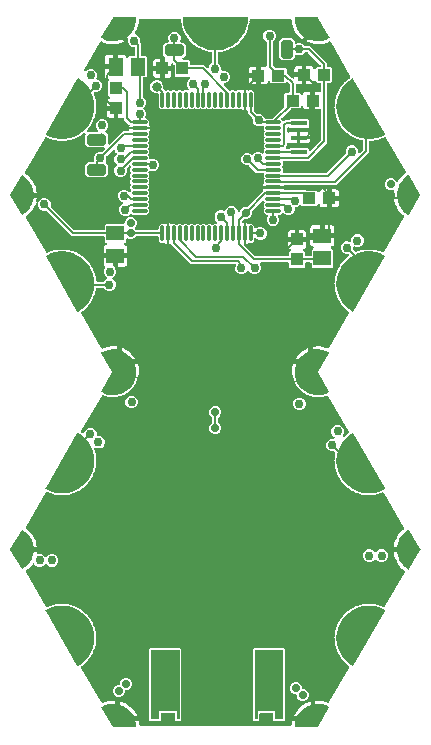
<source format=gbr>
G04 EAGLE Gerber RS-274X export*
G75*
%MOMM*%
%FSLAX34Y34*%
%LPD*%
%INBottom Copper*%
%IPPOS*%
%AMOC8*
5,1,8,0,0,1.08239X$1,22.5*%
G01*
%ADD10R,1.100000X1.000000*%
%ADD11R,1.300000X1.500000*%
%ADD12R,1.399997X0.400000*%
%ADD13R,1.000000X1.100000*%
%ADD14R,1.500000X1.300000*%
%ADD15C,0.499997*%
%ADD16C,0.300000*%
%ADD17C,1.000000*%
%ADD18C,0.203200*%
%ADD19C,0.756400*%
%ADD20C,0.806400*%
%ADD21C,0.706400*%
%ADD22C,0.254000*%

G36*
X-67545Y-450488D02*
X-67545Y-450488D01*
X-67517Y-450490D01*
X-67449Y-450468D01*
X-67378Y-450454D01*
X-67355Y-450438D01*
X-67328Y-450429D01*
X-67273Y-450382D01*
X-67214Y-450341D01*
X-67199Y-450317D01*
X-67178Y-450299D01*
X-67146Y-450234D01*
X-67107Y-450174D01*
X-67102Y-450146D01*
X-67090Y-450120D01*
X-67081Y-450019D01*
X-67074Y-449977D01*
X-67076Y-449967D01*
X-67075Y-449954D01*
X-67318Y-446904D01*
X-67327Y-446872D01*
X-67331Y-446825D01*
X-67747Y-445125D01*
X-65054Y-445125D01*
X-64904Y-445685D01*
X-64562Y-448314D01*
X-64525Y-448444D01*
X-64492Y-448574D01*
X-64488Y-448581D01*
X-64486Y-448588D01*
X-64415Y-448703D01*
X-64346Y-448819D01*
X-64341Y-448824D01*
X-64337Y-448830D01*
X-64238Y-448921D01*
X-64139Y-449013D01*
X-64132Y-449017D01*
X-64127Y-449022D01*
X-64006Y-449081D01*
X-63886Y-449143D01*
X-63879Y-449144D01*
X-63872Y-449148D01*
X-63592Y-449198D01*
X-63572Y-449195D01*
X-63555Y-449198D01*
X63609Y-449198D01*
X63742Y-449179D01*
X63876Y-449163D01*
X63883Y-449160D01*
X63890Y-449158D01*
X64013Y-449104D01*
X64137Y-449050D01*
X64143Y-449045D01*
X64150Y-449042D01*
X64252Y-448955D01*
X64357Y-448870D01*
X64361Y-448863D01*
X64367Y-448859D01*
X64441Y-448746D01*
X64518Y-448635D01*
X64520Y-448629D01*
X64524Y-448622D01*
X64610Y-448351D01*
X64611Y-448330D01*
X64616Y-448314D01*
X64958Y-445685D01*
X65108Y-445125D01*
X67801Y-445125D01*
X67385Y-446825D01*
X67383Y-446859D01*
X67372Y-446904D01*
X67129Y-449954D01*
X67133Y-449983D01*
X67128Y-450011D01*
X67145Y-450080D01*
X67153Y-450152D01*
X67168Y-450176D01*
X67174Y-450204D01*
X67217Y-450262D01*
X67253Y-450324D01*
X67275Y-450341D01*
X67292Y-450364D01*
X67354Y-450401D01*
X67411Y-450444D01*
X67439Y-450451D01*
X67463Y-450466D01*
X67563Y-450482D01*
X67604Y-450493D01*
X67614Y-450491D01*
X67627Y-450493D01*
X86627Y-450493D01*
X86703Y-450478D01*
X86781Y-450469D01*
X86800Y-450458D01*
X86822Y-450454D01*
X86886Y-450410D01*
X86954Y-450371D01*
X86970Y-450352D01*
X86986Y-450341D01*
X87010Y-450303D01*
X87060Y-450243D01*
X96560Y-433743D01*
X96569Y-433716D01*
X96585Y-433692D01*
X96600Y-433622D01*
X96623Y-433554D01*
X96620Y-433526D01*
X96626Y-433498D01*
X96613Y-433428D01*
X96607Y-433356D01*
X96594Y-433331D01*
X96588Y-433303D01*
X96548Y-433243D01*
X96515Y-433180D01*
X96493Y-433162D01*
X96477Y-433138D01*
X96394Y-433080D01*
X96362Y-433053D01*
X96351Y-433050D01*
X96341Y-433043D01*
X93575Y-431734D01*
X93542Y-431726D01*
X93499Y-431706D01*
X90559Y-430858D01*
X90525Y-430855D01*
X90481Y-430842D01*
X87443Y-430477D01*
X87409Y-430480D01*
X87362Y-430474D01*
X84658Y-430586D01*
X84658Y-427987D01*
X85168Y-427919D01*
X88059Y-427916D01*
X90926Y-428290D01*
X93719Y-429034D01*
X94096Y-429190D01*
X95274Y-429676D01*
X95403Y-429709D01*
X95532Y-429745D01*
X95540Y-429745D01*
X95549Y-429747D01*
X95683Y-429743D01*
X95816Y-429741D01*
X95824Y-429739D01*
X95833Y-429738D01*
X95961Y-429697D01*
X96088Y-429659D01*
X96095Y-429654D01*
X96104Y-429651D01*
X96215Y-429577D01*
X96327Y-429504D01*
X96332Y-429498D01*
X96340Y-429493D01*
X96523Y-429275D01*
X96530Y-429258D01*
X96540Y-429245D01*
X113457Y-399958D01*
X113464Y-399938D01*
X113476Y-399921D01*
X113483Y-399904D01*
X113492Y-399890D01*
X113523Y-399794D01*
X113563Y-399694D01*
X113565Y-399673D01*
X113572Y-399654D01*
X113573Y-399634D01*
X113578Y-399619D01*
X113581Y-399523D01*
X113592Y-399411D01*
X113588Y-399391D01*
X113590Y-399370D01*
X113585Y-399349D01*
X113585Y-399335D01*
X113562Y-399246D01*
X113541Y-399131D01*
X113532Y-399113D01*
X113528Y-399092D01*
X113517Y-399073D01*
X113514Y-399060D01*
X113469Y-398984D01*
X113415Y-398876D01*
X113401Y-398861D01*
X113392Y-398843D01*
X113376Y-398828D01*
X113368Y-398815D01*
X113306Y-398757D01*
X113224Y-398667D01*
X113184Y-398643D01*
X113161Y-398621D01*
X113158Y-398619D01*
X113149Y-398611D01*
X112777Y-398357D01*
X112766Y-398352D01*
X112758Y-398344D01*
X112639Y-398289D01*
X112522Y-398231D01*
X112510Y-398229D01*
X112500Y-398225D01*
X112439Y-398217D01*
X112357Y-398202D01*
X111881Y-397760D01*
X111808Y-397710D01*
X111762Y-397666D01*
X111226Y-397300D01*
X111196Y-397211D01*
X111189Y-397202D01*
X111185Y-397191D01*
X111148Y-397142D01*
X111033Y-396978D01*
X111001Y-396952D01*
X110980Y-396925D01*
X109486Y-395540D01*
X109477Y-395533D01*
X109469Y-395524D01*
X109360Y-395452D01*
X109253Y-395378D01*
X109242Y-395374D01*
X109232Y-395368D01*
X109173Y-395351D01*
X109094Y-395324D01*
X108689Y-394816D01*
X108625Y-394755D01*
X108586Y-394705D01*
X108110Y-394264D01*
X108094Y-394171D01*
X108088Y-394161D01*
X108086Y-394150D01*
X108056Y-394096D01*
X107968Y-393917D01*
X107939Y-393886D01*
X107923Y-393856D01*
X106652Y-392264D01*
X106644Y-392256D01*
X106638Y-392246D01*
X106542Y-392159D01*
X106446Y-392069D01*
X106435Y-392064D01*
X106427Y-392056D01*
X106371Y-392030D01*
X106297Y-391992D01*
X105972Y-391429D01*
X105917Y-391360D01*
X105886Y-391304D01*
X105482Y-390797D01*
X105479Y-390703D01*
X105476Y-390692D01*
X105475Y-390680D01*
X105454Y-390623D01*
X105393Y-390432D01*
X105369Y-390398D01*
X105357Y-390366D01*
X104338Y-388602D01*
X104331Y-388593D01*
X104327Y-388582D01*
X104243Y-388481D01*
X104163Y-388378D01*
X104154Y-388372D01*
X104146Y-388363D01*
X104095Y-388329D01*
X104028Y-388281D01*
X103790Y-387675D01*
X103746Y-387598D01*
X103724Y-387539D01*
X103400Y-386977D01*
X103411Y-386884D01*
X103409Y-386872D01*
X103410Y-386861D01*
X103398Y-386801D01*
X103366Y-386603D01*
X103348Y-386565D01*
X103341Y-386532D01*
X102596Y-384636D01*
X102590Y-384626D01*
X102587Y-384615D01*
X102520Y-384502D01*
X102456Y-384389D01*
X102448Y-384381D01*
X102442Y-384371D01*
X102396Y-384330D01*
X102337Y-384272D01*
X102192Y-383638D01*
X102160Y-383556D01*
X102147Y-383493D01*
X101910Y-382890D01*
X101935Y-382799D01*
X101935Y-382788D01*
X101938Y-382776D01*
X101934Y-382715D01*
X101932Y-382515D01*
X101920Y-382475D01*
X101918Y-382441D01*
X101464Y-380455D01*
X101460Y-380444D01*
X101459Y-380433D01*
X101409Y-380312D01*
X101363Y-380190D01*
X101356Y-380181D01*
X101351Y-380170D01*
X101312Y-380123D01*
X101262Y-380056D01*
X101213Y-379408D01*
X101194Y-379322D01*
X101190Y-379258D01*
X101046Y-378626D01*
X101084Y-378540D01*
X101086Y-378528D01*
X101090Y-378518D01*
X101096Y-378457D01*
X101124Y-378258D01*
X101118Y-378217D01*
X101121Y-378183D01*
X100968Y-376152D01*
X100966Y-376141D01*
X100966Y-376129D01*
X100935Y-376001D01*
X100907Y-375874D01*
X100902Y-375864D01*
X100899Y-375853D01*
X100867Y-375800D01*
X100828Y-375727D01*
X100876Y-375079D01*
X100870Y-374991D01*
X100876Y-374927D01*
X100827Y-374281D01*
X100878Y-374202D01*
X100881Y-374190D01*
X100887Y-374180D01*
X100902Y-374121D01*
X100959Y-373929D01*
X100959Y-373887D01*
X100967Y-373854D01*
X101119Y-371823D01*
X101118Y-371811D01*
X101120Y-371800D01*
X101109Y-371670D01*
X101100Y-371539D01*
X101096Y-371529D01*
X101095Y-371517D01*
X101071Y-371460D01*
X101043Y-371382D01*
X101188Y-370748D01*
X101195Y-370660D01*
X101210Y-370598D01*
X101259Y-369952D01*
X101321Y-369881D01*
X101325Y-369870D01*
X101333Y-369861D01*
X101356Y-369804D01*
X101441Y-369623D01*
X101448Y-369582D01*
X101461Y-369551D01*
X101913Y-367565D01*
X101914Y-367553D01*
X101918Y-367542D01*
X101926Y-367412D01*
X101937Y-367282D01*
X101935Y-367270D01*
X101935Y-367259D01*
X101921Y-367199D01*
X101904Y-367118D01*
X102141Y-366512D01*
X102162Y-366426D01*
X102186Y-366367D01*
X102330Y-365735D01*
X102402Y-365674D01*
X102409Y-365665D01*
X102417Y-365657D01*
X102449Y-365604D01*
X102560Y-365438D01*
X102573Y-365398D01*
X102590Y-365369D01*
X103333Y-363473D01*
X103336Y-363461D01*
X103342Y-363451D01*
X103369Y-363324D01*
X103399Y-363196D01*
X103399Y-363184D01*
X103401Y-363173D01*
X103395Y-363112D01*
X103391Y-363029D01*
X103716Y-362466D01*
X103749Y-362384D01*
X103782Y-362329D01*
X104018Y-361725D01*
X104099Y-361676D01*
X104106Y-361667D01*
X104116Y-361661D01*
X104155Y-361614D01*
X104197Y-361568D01*
X104222Y-361547D01*
X104237Y-361523D01*
X104290Y-361466D01*
X104308Y-361428D01*
X104330Y-361402D01*
X105348Y-359638D01*
X105352Y-359627D01*
X105359Y-359618D01*
X105405Y-359496D01*
X105454Y-359374D01*
X105455Y-359362D01*
X105459Y-359352D01*
X105462Y-359291D01*
X105471Y-359208D01*
X105876Y-358699D01*
X105921Y-358623D01*
X105961Y-358574D01*
X106285Y-358012D01*
X106372Y-357975D01*
X106381Y-357968D01*
X106392Y-357963D01*
X106437Y-357922D01*
X106592Y-357796D01*
X106616Y-357761D01*
X106641Y-357739D01*
X107911Y-356146D01*
X107917Y-356136D01*
X107925Y-356128D01*
X107989Y-356014D01*
X108055Y-355901D01*
X108058Y-355890D01*
X108064Y-355880D01*
X108076Y-355819D01*
X108097Y-355739D01*
X108573Y-355297D01*
X108629Y-355228D01*
X108676Y-355185D01*
X109080Y-354678D01*
X109172Y-354655D01*
X109182Y-354649D01*
X109193Y-354646D01*
X109244Y-354612D01*
X109416Y-354510D01*
X109445Y-354480D01*
X109473Y-354461D01*
X110966Y-353075D01*
X110973Y-353066D01*
X110983Y-353059D01*
X111063Y-352955D01*
X111145Y-352854D01*
X111150Y-352844D01*
X111157Y-352834D01*
X111178Y-352777D01*
X111210Y-352700D01*
X111747Y-352334D01*
X111813Y-352274D01*
X111866Y-352239D01*
X112341Y-351798D01*
X112435Y-351788D01*
X112446Y-351784D01*
X112457Y-351783D01*
X112513Y-351757D01*
X112698Y-351682D01*
X112731Y-351656D01*
X112762Y-351642D01*
X114445Y-350494D01*
X114453Y-350486D01*
X114463Y-350481D01*
X114558Y-350390D01*
X114655Y-350302D01*
X114661Y-350292D01*
X114669Y-350284D01*
X114699Y-350231D01*
X114742Y-350160D01*
X115328Y-349878D01*
X115401Y-349828D01*
X115459Y-349802D01*
X115995Y-349436D01*
X116089Y-349441D01*
X116100Y-349438D01*
X116112Y-349438D01*
X116171Y-349421D01*
X116365Y-349375D01*
X116402Y-349354D01*
X116434Y-349344D01*
X118269Y-348460D01*
X118279Y-348454D01*
X118290Y-348450D01*
X118397Y-348375D01*
X118505Y-348302D01*
X118513Y-348293D01*
X118522Y-348286D01*
X118560Y-348237D01*
X118613Y-348174D01*
X119234Y-347982D01*
X119314Y-347945D01*
X119375Y-347927D01*
X119960Y-347645D01*
X120052Y-347664D01*
X120063Y-347663D01*
X120075Y-347665D01*
X120136Y-347656D01*
X120335Y-347639D01*
X120374Y-347624D01*
X120408Y-347620D01*
X122354Y-347019D01*
X122365Y-347014D01*
X122376Y-347012D01*
X122492Y-346954D01*
X122611Y-346898D01*
X122620Y-346890D01*
X122630Y-346885D01*
X122674Y-346842D01*
X122737Y-346787D01*
X123380Y-346690D01*
X123464Y-346665D01*
X123528Y-346656D01*
X124147Y-346465D01*
X124236Y-346497D01*
X124247Y-346498D01*
X124258Y-346501D01*
X124320Y-346502D01*
X124519Y-346515D01*
X124560Y-346506D01*
X124594Y-346507D01*
X126608Y-346203D01*
X126619Y-346199D01*
X126631Y-346199D01*
X126754Y-346159D01*
X126880Y-346121D01*
X126890Y-346115D01*
X126901Y-346111D01*
X126951Y-346076D01*
X127021Y-346031D01*
X127671Y-346031D01*
X127759Y-346018D01*
X127822Y-346019D01*
X128464Y-345922D01*
X128546Y-345967D01*
X128558Y-345969D01*
X128568Y-345975D01*
X128629Y-345985D01*
X128824Y-346027D01*
X128866Y-346025D01*
X128899Y-346030D01*
X130936Y-346029D01*
X130948Y-346028D01*
X130959Y-346029D01*
X131089Y-346008D01*
X131218Y-345990D01*
X131228Y-345985D01*
X131240Y-345983D01*
X131295Y-345955D01*
X131370Y-345921D01*
X132013Y-346018D01*
X132102Y-346019D01*
X132164Y-346029D01*
X132813Y-346029D01*
X132888Y-346085D01*
X132899Y-346090D01*
X132908Y-346096D01*
X132967Y-346115D01*
X133154Y-346187D01*
X133196Y-346190D01*
X133228Y-346200D01*
X135242Y-346503D01*
X135254Y-346504D01*
X135265Y-346507D01*
X135395Y-346505D01*
X135526Y-346506D01*
X135537Y-346503D01*
X135549Y-346503D01*
X135607Y-346483D01*
X135687Y-346461D01*
X136309Y-346652D01*
X136396Y-346666D01*
X136456Y-346686D01*
X137098Y-346783D01*
X137164Y-346850D01*
X137174Y-346855D01*
X137182Y-346863D01*
X137237Y-346891D01*
X137411Y-346989D01*
X137452Y-346999D01*
X137482Y-347014D01*
X139429Y-347614D01*
X139440Y-347616D01*
X139451Y-347620D01*
X139580Y-347638D01*
X139710Y-347659D01*
X139721Y-347657D01*
X139733Y-347659D01*
X139793Y-347648D01*
X139876Y-347638D01*
X140461Y-347920D01*
X140546Y-347947D01*
X140602Y-347975D01*
X141222Y-348166D01*
X141277Y-348243D01*
X141287Y-348250D01*
X141294Y-348259D01*
X141344Y-348294D01*
X141502Y-348417D01*
X141540Y-348433D01*
X141568Y-348453D01*
X142001Y-348661D01*
X142020Y-348667D01*
X142037Y-348677D01*
X142155Y-348710D01*
X142272Y-348747D01*
X142292Y-348748D01*
X142311Y-348753D01*
X142434Y-348751D01*
X142556Y-348755D01*
X142575Y-348750D01*
X142596Y-348749D01*
X142713Y-348714D01*
X142831Y-348683D01*
X142848Y-348673D01*
X142868Y-348667D01*
X142970Y-348601D01*
X143076Y-348538D01*
X143089Y-348524D01*
X143106Y-348513D01*
X143154Y-348455D01*
X143270Y-348331D01*
X143294Y-348285D01*
X143320Y-348254D01*
X160236Y-318966D01*
X160287Y-318841D01*
X160338Y-318718D01*
X160339Y-318710D01*
X160342Y-318703D01*
X160356Y-318571D01*
X160372Y-318436D01*
X160371Y-318428D01*
X160371Y-318420D01*
X160348Y-318288D01*
X160326Y-318155D01*
X160322Y-318148D01*
X160321Y-318140D01*
X160261Y-318019D01*
X160204Y-317899D01*
X160199Y-317893D01*
X160195Y-317885D01*
X160003Y-317675D01*
X159986Y-317665D01*
X159975Y-317653D01*
X159318Y-317149D01*
X159317Y-317149D01*
X158655Y-316640D01*
X158110Y-316096D01*
X156607Y-314592D01*
X154844Y-312295D01*
X153396Y-309787D01*
X152288Y-307111D01*
X151538Y-304314D01*
X151237Y-302025D01*
X153838Y-302025D01*
X154262Y-304634D01*
X154274Y-304665D01*
X154281Y-304712D01*
X155252Y-307620D01*
X155269Y-307650D01*
X155283Y-307694D01*
X156708Y-310409D01*
X156730Y-310435D01*
X156751Y-310477D01*
X158593Y-312928D01*
X158618Y-312951D01*
X158646Y-312988D01*
X160858Y-315112D01*
X160886Y-315130D01*
X160920Y-315163D01*
X163443Y-316905D01*
X163470Y-316916D01*
X163492Y-316935D01*
X163561Y-316955D01*
X163626Y-316983D01*
X163655Y-316983D01*
X163683Y-316991D01*
X163754Y-316983D01*
X163825Y-316984D01*
X163852Y-316972D01*
X163881Y-316969D01*
X163943Y-316934D01*
X164008Y-316906D01*
X164029Y-316886D01*
X164054Y-316871D01*
X164117Y-316794D01*
X164147Y-316764D01*
X164151Y-316754D01*
X164160Y-316743D01*
X173660Y-300243D01*
X173670Y-300211D01*
X173679Y-300198D01*
X173683Y-300174D01*
X173684Y-300170D01*
X173715Y-300100D01*
X173715Y-300076D01*
X173723Y-300054D01*
X173717Y-299978D01*
X173718Y-299901D01*
X173708Y-299877D01*
X173707Y-299856D01*
X173686Y-299817D01*
X173660Y-299745D01*
X164160Y-283245D01*
X164141Y-283223D01*
X164128Y-283197D01*
X164075Y-283149D01*
X164028Y-283096D01*
X164002Y-283083D01*
X163981Y-283064D01*
X163913Y-283041D01*
X163849Y-283010D01*
X163820Y-283009D01*
X163793Y-282999D01*
X163721Y-283004D01*
X163650Y-283001D01*
X163623Y-283011D01*
X163594Y-283013D01*
X163504Y-283055D01*
X163464Y-283070D01*
X163456Y-283077D01*
X163443Y-283083D01*
X160920Y-284825D01*
X160896Y-284849D01*
X160858Y-284876D01*
X158646Y-287000D01*
X158627Y-287028D01*
X158593Y-287060D01*
X156751Y-289511D01*
X156737Y-289542D01*
X156708Y-289579D01*
X155283Y-292294D01*
X155274Y-292325D01*
X155258Y-292350D01*
X155257Y-292358D01*
X155252Y-292368D01*
X154281Y-295276D01*
X154277Y-295310D01*
X154262Y-295354D01*
X153838Y-297963D01*
X151237Y-297963D01*
X151538Y-295674D01*
X152288Y-292877D01*
X153396Y-290201D01*
X154844Y-287693D01*
X156607Y-285396D01*
X158655Y-283348D01*
X159368Y-282801D01*
X159461Y-282706D01*
X159556Y-282612D01*
X159561Y-282604D01*
X159567Y-282598D01*
X159630Y-282480D01*
X159696Y-282364D01*
X159698Y-282355D01*
X159702Y-282348D01*
X159730Y-282217D01*
X159761Y-282087D01*
X159760Y-282078D01*
X159762Y-282070D01*
X159753Y-281938D01*
X159746Y-281803D01*
X159744Y-281796D01*
X159743Y-281786D01*
X159646Y-281519D01*
X159635Y-281503D01*
X159629Y-281488D01*
X142740Y-252181D01*
X142686Y-252112D01*
X142640Y-252038D01*
X142599Y-252000D01*
X142565Y-251956D01*
X142494Y-251905D01*
X142429Y-251847D01*
X142380Y-251822D01*
X142335Y-251790D01*
X142252Y-251760D01*
X142174Y-251722D01*
X142119Y-251712D01*
X142067Y-251693D01*
X141980Y-251688D01*
X141894Y-251673D01*
X141846Y-251679D01*
X141783Y-251675D01*
X141639Y-251707D01*
X141561Y-251717D01*
X140602Y-252013D01*
X140522Y-252050D01*
X140461Y-252068D01*
X139877Y-252349D01*
X139785Y-252331D01*
X139773Y-252332D01*
X139762Y-252330D01*
X139701Y-252338D01*
X139501Y-252355D01*
X139462Y-252370D01*
X139429Y-252374D01*
X137482Y-252974D01*
X137472Y-252979D01*
X137460Y-252981D01*
X137343Y-253039D01*
X137225Y-253095D01*
X137216Y-253103D01*
X137206Y-253108D01*
X137161Y-253151D01*
X137099Y-253205D01*
X136457Y-253302D01*
X136372Y-253327D01*
X136309Y-253336D01*
X135689Y-253527D01*
X135600Y-253495D01*
X135589Y-253494D01*
X135578Y-253490D01*
X135516Y-253489D01*
X135316Y-253476D01*
X135276Y-253485D01*
X135242Y-253485D01*
X133228Y-253788D01*
X133216Y-253791D01*
X133205Y-253791D01*
X133080Y-253832D01*
X132955Y-253869D01*
X132945Y-253875D01*
X132934Y-253879D01*
X132884Y-253914D01*
X132814Y-253959D01*
X132164Y-253959D01*
X132077Y-253971D01*
X132013Y-253970D01*
X131372Y-254067D01*
X131289Y-254022D01*
X131278Y-254019D01*
X131267Y-254014D01*
X131206Y-254004D01*
X131011Y-253961D01*
X130969Y-253964D01*
X130936Y-253958D01*
X128899Y-253958D01*
X128888Y-253959D01*
X128876Y-253958D01*
X128747Y-253979D01*
X128618Y-253998D01*
X128607Y-254002D01*
X128596Y-254004D01*
X128541Y-254032D01*
X128465Y-254066D01*
X127822Y-253969D01*
X127734Y-253968D01*
X127671Y-253957D01*
X127023Y-253957D01*
X126947Y-253901D01*
X126937Y-253897D01*
X126927Y-253890D01*
X126869Y-253871D01*
X126682Y-253799D01*
X126640Y-253796D01*
X126608Y-253785D01*
X124594Y-253481D01*
X124582Y-253481D01*
X124571Y-253478D01*
X124440Y-253480D01*
X124310Y-253479D01*
X124298Y-253482D01*
X124287Y-253482D01*
X124228Y-253501D01*
X124149Y-253523D01*
X123528Y-253332D01*
X123440Y-253318D01*
X123380Y-253298D01*
X122738Y-253201D01*
X122672Y-253134D01*
X122662Y-253128D01*
X122654Y-253120D01*
X122599Y-253092D01*
X122425Y-252994D01*
X122384Y-252984D01*
X122354Y-252969D01*
X120408Y-252368D01*
X120396Y-252366D01*
X120386Y-252362D01*
X120256Y-252344D01*
X120127Y-252323D01*
X120116Y-252325D01*
X120104Y-252323D01*
X120043Y-252333D01*
X119961Y-252343D01*
X119375Y-252061D01*
X119291Y-252034D01*
X119234Y-252006D01*
X118615Y-251814D01*
X118559Y-251738D01*
X118550Y-251731D01*
X118543Y-251722D01*
X118493Y-251686D01*
X118335Y-251563D01*
X118297Y-251547D01*
X118269Y-251528D01*
X116434Y-250644D01*
X116423Y-250640D01*
X116413Y-250634D01*
X116288Y-250597D01*
X116163Y-250557D01*
X116152Y-250557D01*
X116140Y-250554D01*
X116079Y-250555D01*
X115996Y-250553D01*
X115459Y-250186D01*
X115380Y-250147D01*
X115328Y-250110D01*
X114744Y-249829D01*
X114700Y-249745D01*
X114692Y-249737D01*
X114687Y-249727D01*
X114643Y-249684D01*
X114505Y-249539D01*
X114469Y-249517D01*
X114445Y-249494D01*
X112762Y-248346D01*
X112751Y-248341D01*
X112743Y-248333D01*
X112624Y-248278D01*
X112507Y-248220D01*
X112496Y-248218D01*
X112485Y-248213D01*
X112423Y-248205D01*
X112342Y-248191D01*
X111866Y-247749D01*
X111793Y-247698D01*
X111747Y-247654D01*
X111212Y-247288D01*
X111181Y-247199D01*
X111175Y-247190D01*
X111171Y-247179D01*
X111133Y-247130D01*
X111019Y-246966D01*
X110986Y-246940D01*
X110966Y-246913D01*
X109473Y-245527D01*
X109464Y-245520D01*
X109456Y-245511D01*
X109347Y-245439D01*
X109240Y-245365D01*
X109229Y-245361D01*
X109219Y-245354D01*
X109160Y-245338D01*
X109081Y-245311D01*
X108676Y-244803D01*
X108612Y-244742D01*
X108573Y-244691D01*
X108098Y-244250D01*
X108081Y-244157D01*
X108076Y-244147D01*
X108074Y-244136D01*
X108044Y-244082D01*
X107955Y-243902D01*
X107927Y-243872D01*
X107911Y-243842D01*
X106641Y-242249D01*
X106633Y-242241D01*
X106627Y-242231D01*
X106530Y-242144D01*
X106435Y-242054D01*
X106424Y-242048D01*
X106416Y-242041D01*
X106360Y-242015D01*
X106286Y-241977D01*
X105961Y-241414D01*
X105907Y-241344D01*
X105876Y-241289D01*
X105472Y-240782D01*
X105469Y-240687D01*
X105466Y-240676D01*
X105465Y-240665D01*
X105443Y-240607D01*
X105383Y-240417D01*
X105359Y-240382D01*
X105348Y-240350D01*
X104330Y-238586D01*
X104322Y-238577D01*
X104318Y-238566D01*
X104235Y-238465D01*
X104154Y-238362D01*
X104145Y-238355D01*
X104138Y-238346D01*
X104086Y-238313D01*
X104019Y-238264D01*
X103782Y-237659D01*
X103774Y-237646D01*
X103771Y-237635D01*
X103735Y-237574D01*
X103716Y-237522D01*
X103392Y-236960D01*
X103403Y-236867D01*
X103401Y-236855D01*
X103403Y-236844D01*
X103390Y-236784D01*
X103358Y-236586D01*
X103340Y-236548D01*
X103333Y-236515D01*
X102590Y-234619D01*
X102584Y-234609D01*
X102581Y-234598D01*
X102514Y-234485D01*
X102450Y-234371D01*
X102442Y-234363D01*
X102436Y-234353D01*
X102390Y-234312D01*
X102331Y-234254D01*
X102186Y-233621D01*
X102155Y-233538D01*
X102141Y-233476D01*
X101905Y-232872D01*
X101930Y-232781D01*
X101930Y-232770D01*
X101933Y-232758D01*
X101929Y-232697D01*
X101927Y-232497D01*
X101915Y-232457D01*
X101913Y-232423D01*
X101461Y-230437D01*
X101456Y-230426D01*
X101455Y-230415D01*
X101406Y-230294D01*
X101359Y-230171D01*
X101352Y-230162D01*
X101348Y-230151D01*
X101309Y-230104D01*
X101259Y-230038D01*
X101210Y-229390D01*
X101191Y-229303D01*
X101188Y-229240D01*
X101044Y-228607D01*
X101082Y-228521D01*
X101084Y-228510D01*
X101088Y-228499D01*
X101094Y-228438D01*
X101122Y-228240D01*
X101116Y-228198D01*
X101119Y-228165D01*
X100967Y-226134D01*
X100965Y-226122D01*
X100965Y-226111D01*
X100935Y-225984D01*
X100907Y-225856D01*
X100901Y-225846D01*
X100898Y-225834D01*
X100867Y-225782D01*
X100827Y-225709D01*
X100876Y-225061D01*
X100870Y-224972D01*
X100876Y-224909D01*
X100828Y-224262D01*
X100878Y-224183D01*
X100882Y-224172D01*
X100888Y-224162D01*
X100902Y-224103D01*
X100960Y-223910D01*
X100960Y-223868D01*
X100968Y-223836D01*
X101121Y-221805D01*
X101120Y-221793D01*
X101122Y-221782D01*
X101113Y-221674D01*
X101113Y-221666D01*
X101112Y-221661D01*
X101111Y-221650D01*
X101102Y-221521D01*
X101098Y-221510D01*
X101097Y-221498D01*
X101074Y-221442D01*
X101046Y-221364D01*
X101190Y-220730D01*
X101198Y-220642D01*
X101213Y-220580D01*
X101262Y-219933D01*
X101324Y-219863D01*
X101329Y-219852D01*
X101336Y-219843D01*
X101360Y-219786D01*
X101445Y-219605D01*
X101451Y-219564D01*
X101464Y-219533D01*
X101679Y-218593D01*
X101684Y-218534D01*
X101698Y-218477D01*
X101696Y-218394D01*
X101703Y-218310D01*
X101691Y-218252D01*
X101689Y-218193D01*
X101664Y-218113D01*
X101647Y-218031D01*
X101620Y-217979D01*
X101602Y-217922D01*
X101562Y-217867D01*
X101517Y-217779D01*
X101447Y-217706D01*
X101407Y-217649D01*
X100934Y-217176D01*
X100932Y-217175D01*
X100931Y-217173D01*
X100819Y-217090D01*
X100706Y-217005D01*
X100705Y-217004D01*
X100703Y-217003D01*
X100573Y-216954D01*
X100441Y-216904D01*
X100439Y-216903D01*
X100437Y-216903D01*
X100293Y-216891D01*
X100157Y-216880D01*
X100156Y-216880D01*
X100154Y-216880D01*
X100137Y-216884D01*
X100114Y-216889D01*
X97877Y-216889D01*
X95927Y-216081D01*
X94434Y-214588D01*
X93626Y-212638D01*
X93626Y-210526D01*
X94434Y-208576D01*
X95927Y-207083D01*
X97877Y-206275D01*
X99930Y-206275D01*
X99968Y-206270D01*
X99982Y-206271D01*
X100024Y-206263D01*
X100104Y-206260D01*
X100157Y-206243D01*
X100211Y-206235D01*
X100253Y-206217D01*
X100261Y-206215D01*
X100288Y-206201D01*
X100291Y-206200D01*
X100375Y-206173D01*
X100421Y-206142D01*
X100471Y-206119D01*
X100511Y-206086D01*
X100513Y-206084D01*
X100521Y-206076D01*
X100538Y-206063D01*
X100610Y-206014D01*
X100646Y-205971D01*
X100688Y-205936D01*
X100719Y-205889D01*
X100719Y-205888D01*
X100720Y-205888D01*
X100736Y-205863D01*
X100793Y-205795D01*
X100815Y-205745D01*
X100845Y-205699D01*
X100872Y-205615D01*
X100907Y-205535D01*
X100915Y-205481D01*
X100931Y-205428D01*
X100933Y-205369D01*
X100933Y-205368D01*
X100933Y-205362D01*
X100934Y-205340D01*
X100945Y-205253D01*
X100937Y-205199D01*
X100939Y-205144D01*
X100924Y-205089D01*
X100924Y-205083D01*
X100917Y-205063D01*
X100916Y-205059D01*
X100904Y-204972D01*
X100881Y-204922D01*
X100867Y-204869D01*
X100840Y-204824D01*
X100837Y-204813D01*
X100821Y-204791D01*
X100786Y-204714D01*
X100750Y-204672D01*
X100721Y-204624D01*
X100663Y-204569D01*
X100642Y-204540D01*
X100605Y-204503D01*
X100601Y-204498D01*
X100599Y-204497D01*
X99006Y-202904D01*
X98198Y-200954D01*
X98198Y-198842D01*
X99006Y-196892D01*
X100499Y-195399D01*
X102449Y-194591D01*
X104561Y-194591D01*
X106511Y-195399D01*
X108004Y-196892D01*
X108812Y-198842D01*
X108812Y-200954D01*
X108004Y-202904D01*
X107903Y-203005D01*
X107851Y-203074D01*
X107792Y-203136D01*
X107766Y-203187D01*
X107732Y-203233D01*
X107701Y-203313D01*
X107662Y-203389D01*
X107651Y-203445D01*
X107630Y-203498D01*
X107623Y-203584D01*
X107607Y-203668D01*
X107612Y-203725D01*
X107607Y-203782D01*
X107624Y-203866D01*
X107631Y-203951D01*
X107652Y-204004D01*
X107663Y-204060D01*
X107702Y-204137D01*
X107733Y-204217D01*
X107768Y-204262D01*
X107794Y-204313D01*
X107853Y-204375D01*
X107905Y-204443D01*
X107950Y-204477D01*
X107989Y-204519D01*
X108064Y-204562D01*
X108132Y-204614D01*
X108186Y-204634D01*
X108235Y-204662D01*
X108318Y-204684D01*
X108398Y-204714D01*
X108448Y-204717D01*
X108510Y-204732D01*
X108655Y-204728D01*
X108734Y-204732D01*
X108909Y-204712D01*
X108921Y-204710D01*
X108932Y-204710D01*
X109058Y-204674D01*
X109185Y-204641D01*
X109195Y-204636D01*
X109206Y-204632D01*
X109257Y-204599D01*
X109429Y-204497D01*
X109458Y-204466D01*
X109486Y-204448D01*
X110980Y-203063D01*
X110987Y-203054D01*
X110997Y-203047D01*
X111077Y-202944D01*
X111159Y-202842D01*
X111164Y-202832D01*
X111171Y-202822D01*
X111192Y-202765D01*
X111225Y-202688D01*
X111762Y-202322D01*
X111827Y-202263D01*
X111881Y-202228D01*
X112637Y-201527D01*
X112650Y-201510D01*
X112679Y-201488D01*
X112714Y-201440D01*
X112756Y-201398D01*
X112788Y-201340D01*
X112816Y-201306D01*
X112824Y-201288D01*
X112846Y-201258D01*
X112866Y-201202D01*
X112895Y-201151D01*
X112911Y-201084D01*
X112927Y-201044D01*
X112930Y-201026D01*
X112942Y-200991D01*
X112946Y-200932D01*
X112960Y-200874D01*
X112956Y-200804D01*
X112962Y-200762D01*
X112959Y-200745D01*
X112961Y-200707D01*
X112949Y-200649D01*
X112946Y-200590D01*
X112925Y-200533D01*
X112916Y-200481D01*
X112909Y-200465D01*
X112901Y-200429D01*
X112853Y-200340D01*
X112828Y-200275D01*
X95446Y-170112D01*
X95398Y-170050D01*
X95358Y-169983D01*
X95311Y-169939D01*
X95271Y-169888D01*
X95208Y-169842D01*
X95151Y-169788D01*
X95093Y-169759D01*
X95041Y-169721D01*
X94967Y-169695D01*
X94898Y-169659D01*
X94834Y-169647D01*
X94773Y-169625D01*
X94695Y-169620D01*
X94619Y-169605D01*
X94564Y-169611D01*
X94490Y-169606D01*
X94362Y-169634D01*
X94285Y-169643D01*
X94158Y-169680D01*
X94070Y-169719D01*
X94005Y-169738D01*
X93439Y-170006D01*
X93324Y-169982D01*
X93319Y-169982D01*
X93313Y-169981D01*
X93271Y-169986D01*
X93041Y-170004D01*
X93008Y-170016D01*
X92979Y-170020D01*
X91925Y-170324D01*
X91919Y-170326D01*
X91914Y-170327D01*
X91790Y-170384D01*
X91665Y-170440D01*
X91661Y-170444D01*
X91656Y-170446D01*
X91625Y-170474D01*
X91527Y-170557D01*
X90906Y-170631D01*
X90813Y-170656D01*
X90746Y-170664D01*
X90144Y-170837D01*
X90035Y-170796D01*
X90029Y-170795D01*
X90024Y-170793D01*
X89983Y-170791D01*
X89752Y-170772D01*
X89717Y-170779D01*
X89689Y-170778D01*
X88599Y-170909D01*
X88593Y-170910D01*
X88587Y-170910D01*
X88455Y-170947D01*
X88324Y-170982D01*
X88319Y-170985D01*
X88313Y-170986D01*
X88278Y-171009D01*
X88169Y-171075D01*
X87544Y-171049D01*
X87448Y-171058D01*
X87381Y-171055D01*
X86759Y-171130D01*
X86658Y-171071D01*
X86652Y-171070D01*
X86647Y-171067D01*
X86607Y-171058D01*
X86382Y-171002D01*
X86347Y-171004D01*
X86319Y-170998D01*
X85222Y-170952D01*
X85216Y-170953D01*
X85211Y-170952D01*
X85075Y-170967D01*
X84939Y-170980D01*
X84934Y-170982D01*
X84928Y-170983D01*
X84890Y-171000D01*
X84772Y-171047D01*
X84159Y-170921D01*
X84063Y-170915D01*
X83997Y-170901D01*
X83371Y-170875D01*
X83280Y-170801D01*
X83275Y-170799D01*
X83271Y-170795D01*
X83232Y-170780D01*
X83019Y-170689D01*
X82984Y-170685D01*
X82958Y-170674D01*
X81882Y-170454D01*
X81876Y-170453D01*
X81871Y-170451D01*
X81734Y-170444D01*
X81598Y-170436D01*
X81593Y-170437D01*
X81587Y-170437D01*
X81546Y-170448D01*
X81422Y-170475D01*
X80838Y-170253D01*
X80744Y-170231D01*
X80681Y-170207D01*
X80067Y-170081D01*
X79990Y-169993D01*
X79985Y-169990D01*
X79981Y-169986D01*
X79945Y-169965D01*
X79750Y-169841D01*
X79716Y-169831D01*
X79691Y-169816D01*
X78665Y-169426D01*
X78660Y-169424D01*
X78655Y-169422D01*
X78521Y-169393D01*
X78388Y-169363D01*
X78382Y-169363D01*
X78377Y-169362D01*
X78336Y-169366D01*
X78208Y-169373D01*
X77667Y-169060D01*
X77577Y-169023D01*
X77519Y-168989D01*
X76934Y-168767D01*
X76872Y-168668D01*
X76867Y-168664D01*
X76864Y-168659D01*
X76832Y-168633D01*
X76659Y-168479D01*
X76627Y-168463D01*
X76605Y-168445D01*
X75655Y-167895D01*
X75650Y-167893D01*
X75645Y-167890D01*
X75519Y-167840D01*
X75392Y-167789D01*
X75386Y-167788D01*
X75381Y-167786D01*
X75340Y-167783D01*
X75212Y-167770D01*
X74728Y-167374D01*
X74646Y-167324D01*
X74594Y-167281D01*
X74052Y-166967D01*
X74006Y-166859D01*
X74003Y-166855D01*
X74000Y-166849D01*
X73973Y-166818D01*
X73827Y-166638D01*
X73798Y-166618D01*
X73779Y-166597D01*
X72930Y-165901D01*
X72925Y-165898D01*
X72921Y-165894D01*
X72803Y-165825D01*
X72687Y-165754D01*
X72681Y-165753D01*
X72676Y-165750D01*
X72635Y-165740D01*
X72513Y-165707D01*
X72098Y-165238D01*
X72025Y-165176D01*
X71981Y-165125D01*
X71496Y-164728D01*
X71468Y-164614D01*
X71465Y-164609D01*
X71464Y-164604D01*
X71442Y-164568D01*
X71327Y-164368D01*
X71301Y-164343D01*
X71286Y-164319D01*
X70559Y-163496D01*
X70555Y-163493D01*
X70552Y-163488D01*
X70446Y-163400D01*
X70343Y-163312D01*
X70338Y-163310D01*
X70333Y-163306D01*
X70294Y-163290D01*
X70179Y-163237D01*
X69845Y-162708D01*
X69783Y-162635D01*
X69747Y-162577D01*
X69332Y-162108D01*
X69323Y-161992D01*
X69321Y-161986D01*
X69320Y-161981D01*
X69304Y-161943D01*
X69223Y-161726D01*
X69202Y-161697D01*
X69191Y-161671D01*
X68605Y-160742D01*
X68601Y-160738D01*
X68599Y-160733D01*
X68509Y-160629D01*
X68421Y-160525D01*
X68416Y-160522D01*
X68413Y-160518D01*
X68377Y-160496D01*
X68271Y-160426D01*
X68027Y-159850D01*
X67977Y-159767D01*
X67951Y-159705D01*
X67617Y-159175D01*
X67626Y-159059D01*
X67625Y-159053D01*
X67626Y-159047D01*
X67616Y-159007D01*
X67570Y-158780D01*
X67554Y-158749D01*
X67547Y-158721D01*
X67118Y-157710D01*
X67115Y-157705D01*
X67114Y-157700D01*
X67042Y-157584D01*
X66971Y-157467D01*
X66967Y-157463D01*
X66964Y-157458D01*
X66932Y-157431D01*
X66839Y-157344D01*
X66690Y-156737D01*
X66654Y-156647D01*
X66639Y-156582D01*
X66396Y-156010D01*
X66412Y-155959D01*
X66413Y-155929D01*
X66422Y-155892D01*
X66422Y-155886D01*
X66423Y-155880D01*
X66420Y-155840D01*
X66417Y-155759D01*
X66419Y-155675D01*
X66413Y-155651D01*
X66411Y-155607D01*
X66400Y-155574D01*
X66398Y-155545D01*
X66137Y-154479D01*
X66135Y-154474D01*
X66134Y-154468D01*
X66103Y-154394D01*
X66101Y-154384D01*
X66096Y-154376D01*
X66082Y-154342D01*
X66031Y-154215D01*
X66028Y-154211D01*
X66025Y-154205D01*
X65999Y-154174D01*
X65920Y-154073D01*
X65871Y-153449D01*
X65850Y-153355D01*
X65845Y-153288D01*
X65660Y-152536D01*
X65620Y-152435D01*
X65586Y-152332D01*
X65568Y-152307D01*
X65554Y-152272D01*
X65451Y-152138D01*
X65433Y-152109D01*
X65415Y-152092D01*
X65391Y-152059D01*
X65195Y-151863D01*
X64992Y-151511D01*
X64991Y-151511D01*
X64991Y-151510D01*
X64794Y-151169D01*
X64690Y-150781D01*
X64690Y-150780D01*
X64586Y-150396D01*
X64586Y-149996D01*
X64586Y-149995D01*
X64585Y-148637D01*
X64916Y-145937D01*
X65576Y-143298D01*
X65655Y-143093D01*
X68429Y-143093D01*
X68139Y-143777D01*
X68132Y-143810D01*
X68129Y-143817D01*
X68125Y-143823D01*
X68124Y-143829D01*
X68113Y-143853D01*
X67385Y-146825D01*
X67383Y-146859D01*
X67372Y-146904D01*
X67129Y-149954D01*
X67133Y-149983D01*
X67128Y-150011D01*
X67130Y-150021D01*
X67129Y-150034D01*
X67372Y-153084D01*
X67381Y-153116D01*
X67385Y-153163D01*
X68113Y-156135D01*
X68128Y-156166D01*
X68139Y-156211D01*
X69335Y-159028D01*
X69354Y-159056D01*
X69372Y-159099D01*
X71004Y-161687D01*
X71028Y-161711D01*
X71052Y-161751D01*
X73079Y-164044D01*
X73106Y-164064D01*
X73137Y-164100D01*
X75505Y-166038D01*
X75535Y-166054D01*
X75571Y-166083D01*
X78219Y-167617D01*
X78251Y-167627D01*
X78291Y-167651D01*
X81151Y-168740D01*
X81184Y-168745D01*
X81228Y-168762D01*
X84225Y-169378D01*
X84259Y-169378D01*
X84305Y-169387D01*
X87362Y-169514D01*
X87396Y-169509D01*
X87443Y-169511D01*
X90481Y-169146D01*
X90513Y-169135D01*
X90559Y-169130D01*
X93499Y-168282D01*
X93529Y-168266D01*
X93575Y-168254D01*
X96341Y-166945D01*
X96363Y-166928D01*
X96390Y-166918D01*
X96442Y-166869D01*
X96500Y-166826D01*
X96514Y-166801D01*
X96535Y-166782D01*
X96564Y-166716D01*
X96600Y-166654D01*
X96603Y-166626D01*
X96615Y-166600D01*
X96616Y-166528D01*
X96625Y-166457D01*
X96617Y-166430D01*
X96618Y-166401D01*
X96582Y-166306D01*
X96571Y-166266D01*
X96564Y-166257D01*
X96560Y-166245D01*
X87203Y-149994D01*
X96560Y-133743D01*
X96569Y-133716D01*
X96585Y-133692D01*
X96600Y-133622D01*
X96623Y-133554D01*
X96620Y-133526D01*
X96626Y-133498D01*
X96613Y-133428D01*
X96607Y-133356D01*
X96594Y-133331D01*
X96588Y-133303D01*
X96548Y-133243D01*
X96515Y-133180D01*
X96493Y-133162D01*
X96477Y-133138D01*
X96394Y-133080D01*
X96362Y-133053D01*
X96351Y-133050D01*
X96341Y-133043D01*
X93575Y-131734D01*
X93542Y-131726D01*
X93499Y-131706D01*
X90559Y-130858D01*
X90525Y-130855D01*
X90481Y-130842D01*
X87443Y-130477D01*
X87409Y-130480D01*
X87362Y-130474D01*
X84305Y-130601D01*
X84272Y-130609D01*
X84225Y-130610D01*
X82753Y-130913D01*
X82753Y-128245D01*
X83225Y-128141D01*
X85933Y-127887D01*
X88653Y-127967D01*
X91341Y-128381D01*
X93959Y-129123D01*
X94629Y-129405D01*
X94672Y-129423D01*
X94807Y-129459D01*
X94938Y-129495D01*
X94942Y-129495D01*
X94946Y-129496D01*
X95084Y-129493D01*
X95222Y-129491D01*
X95226Y-129490D01*
X95231Y-129490D01*
X95360Y-129449D01*
X95494Y-129409D01*
X95498Y-129406D01*
X95502Y-129405D01*
X95616Y-129330D01*
X95733Y-129254D01*
X95735Y-129251D01*
X95739Y-129248D01*
X95924Y-129032D01*
X95933Y-129010D01*
X95946Y-128995D01*
X112822Y-99709D01*
X112855Y-99629D01*
X112896Y-99552D01*
X112907Y-99498D01*
X112928Y-99445D01*
X112937Y-99359D01*
X112955Y-99274D01*
X112952Y-99218D01*
X112957Y-99163D01*
X112942Y-99077D01*
X112936Y-98991D01*
X112916Y-98938D01*
X112906Y-98883D01*
X112868Y-98805D01*
X112838Y-98724D01*
X112808Y-98685D01*
X112780Y-98628D01*
X112681Y-98520D01*
X112633Y-98458D01*
X111881Y-97760D01*
X111808Y-97710D01*
X111762Y-97666D01*
X111226Y-97300D01*
X111196Y-97211D01*
X111189Y-97202D01*
X111185Y-97191D01*
X111148Y-97142D01*
X111033Y-96978D01*
X111001Y-96952D01*
X110980Y-96925D01*
X109486Y-95540D01*
X109477Y-95533D01*
X109469Y-95524D01*
X109360Y-95452D01*
X109253Y-95378D01*
X109242Y-95374D01*
X109232Y-95368D01*
X109173Y-95351D01*
X109094Y-95324D01*
X108689Y-94816D01*
X108625Y-94755D01*
X108586Y-94705D01*
X108110Y-94264D01*
X108094Y-94171D01*
X108088Y-94161D01*
X108086Y-94150D01*
X108056Y-94096D01*
X107968Y-93917D01*
X107939Y-93886D01*
X107923Y-93856D01*
X106652Y-92264D01*
X106644Y-92256D01*
X106638Y-92246D01*
X106542Y-92159D01*
X106446Y-92069D01*
X106435Y-92064D01*
X106427Y-92056D01*
X106371Y-92030D01*
X106297Y-91992D01*
X105972Y-91429D01*
X105917Y-91360D01*
X105886Y-91304D01*
X105482Y-90797D01*
X105479Y-90703D01*
X105476Y-90692D01*
X105475Y-90680D01*
X105453Y-90623D01*
X105393Y-90432D01*
X105369Y-90398D01*
X105357Y-90366D01*
X104338Y-88602D01*
X104331Y-88593D01*
X104327Y-88582D01*
X104244Y-88482D01*
X104163Y-88378D01*
X104154Y-88372D01*
X104146Y-88363D01*
X104095Y-88329D01*
X104027Y-88280D01*
X103790Y-87675D01*
X103746Y-87598D01*
X103724Y-87539D01*
X103400Y-86977D01*
X103411Y-86884D01*
X103409Y-86872D01*
X103410Y-86861D01*
X103398Y-86801D01*
X103366Y-86603D01*
X103348Y-86565D01*
X103341Y-86532D01*
X102596Y-84636D01*
X102590Y-84626D01*
X102587Y-84615D01*
X102521Y-84504D01*
X102456Y-84389D01*
X102448Y-84381D01*
X102442Y-84371D01*
X102396Y-84330D01*
X102337Y-84272D01*
X102192Y-83638D01*
X102160Y-83556D01*
X102147Y-83493D01*
X101910Y-82890D01*
X101914Y-82876D01*
X101918Y-82861D01*
X101918Y-82859D01*
X101935Y-82799D01*
X101935Y-82788D01*
X101938Y-82776D01*
X101934Y-82715D01*
X101932Y-82515D01*
X101920Y-82475D01*
X101918Y-82441D01*
X101464Y-80455D01*
X101460Y-80444D01*
X101459Y-80433D01*
X101409Y-80312D01*
X101363Y-80190D01*
X101356Y-80180D01*
X101351Y-80170D01*
X101312Y-80122D01*
X101262Y-80056D01*
X101213Y-79408D01*
X101194Y-79322D01*
X101190Y-79258D01*
X101046Y-78626D01*
X101084Y-78540D01*
X101086Y-78528D01*
X101090Y-78518D01*
X101096Y-78457D01*
X101124Y-78258D01*
X101118Y-78217D01*
X101121Y-78183D01*
X100968Y-76152D01*
X100966Y-76141D01*
X100966Y-76129D01*
X100935Y-76001D01*
X100907Y-75874D01*
X100902Y-75864D01*
X100899Y-75853D01*
X100867Y-75800D01*
X100828Y-75727D01*
X100876Y-75079D01*
X100870Y-74991D01*
X100876Y-74927D01*
X100827Y-74281D01*
X100878Y-74202D01*
X100881Y-74190D01*
X100887Y-74180D01*
X100902Y-74121D01*
X100959Y-73929D01*
X100959Y-73887D01*
X100967Y-73854D01*
X101119Y-71823D01*
X101118Y-71811D01*
X101120Y-71800D01*
X101109Y-71670D01*
X101100Y-71539D01*
X101096Y-71529D01*
X101095Y-71517D01*
X101071Y-71460D01*
X101043Y-71382D01*
X101188Y-70748D01*
X101191Y-70706D01*
X101200Y-70678D01*
X101201Y-70635D01*
X101210Y-70598D01*
X101259Y-69952D01*
X101321Y-69881D01*
X101325Y-69870D01*
X101333Y-69861D01*
X101356Y-69804D01*
X101441Y-69623D01*
X101448Y-69582D01*
X101461Y-69551D01*
X101913Y-67565D01*
X101914Y-67553D01*
X101918Y-67542D01*
X101926Y-67412D01*
X101937Y-67282D01*
X101935Y-67270D01*
X101935Y-67259D01*
X101921Y-67199D01*
X101904Y-67118D01*
X102141Y-66512D01*
X102162Y-66426D01*
X102186Y-66367D01*
X102330Y-65735D01*
X102402Y-65674D01*
X102409Y-65665D01*
X102417Y-65657D01*
X102449Y-65604D01*
X102560Y-65438D01*
X102573Y-65398D01*
X102590Y-65369D01*
X103333Y-63473D01*
X103336Y-63461D01*
X103342Y-63451D01*
X103369Y-63324D01*
X103399Y-63196D01*
X103399Y-63184D01*
X103401Y-63173D01*
X103395Y-63112D01*
X103391Y-63029D01*
X103716Y-62466D01*
X103749Y-62384D01*
X103782Y-62329D01*
X104018Y-61725D01*
X104099Y-61676D01*
X104106Y-61667D01*
X104116Y-61661D01*
X104155Y-61614D01*
X104290Y-61466D01*
X104308Y-61428D01*
X104330Y-61402D01*
X105348Y-59638D01*
X105352Y-59627D01*
X105359Y-59618D01*
X105405Y-59496D01*
X105454Y-59374D01*
X105455Y-59362D01*
X105459Y-59352D01*
X105462Y-59291D01*
X105471Y-59208D01*
X105876Y-58699D01*
X105921Y-58623D01*
X105961Y-58574D01*
X106285Y-58012D01*
X106372Y-57975D01*
X106381Y-57968D01*
X106392Y-57963D01*
X106437Y-57922D01*
X106592Y-57796D01*
X106616Y-57761D01*
X106641Y-57739D01*
X107911Y-56146D01*
X107917Y-56136D01*
X107925Y-56128D01*
X107989Y-56014D01*
X108055Y-55901D01*
X108058Y-55890D01*
X108064Y-55880D01*
X108076Y-55819D01*
X108097Y-55739D01*
X108573Y-55297D01*
X108629Y-55228D01*
X108676Y-55185D01*
X109080Y-54678D01*
X109172Y-54655D01*
X109182Y-54649D01*
X109193Y-54646D01*
X109244Y-54612D01*
X109416Y-54510D01*
X109445Y-54480D01*
X109473Y-54461D01*
X110966Y-53075D01*
X110973Y-53066D01*
X110983Y-53059D01*
X111063Y-52955D01*
X111145Y-52854D01*
X111150Y-52844D01*
X111157Y-52834D01*
X111178Y-52777D01*
X111210Y-52700D01*
X111747Y-52334D01*
X111813Y-52274D01*
X111866Y-52239D01*
X112341Y-51798D01*
X112435Y-51788D01*
X112446Y-51784D01*
X112457Y-51783D01*
X112513Y-51757D01*
X112698Y-51682D01*
X112731Y-51656D01*
X112762Y-51642D01*
X112994Y-51484D01*
X113085Y-51400D01*
X113180Y-51320D01*
X113190Y-51305D01*
X113204Y-51292D01*
X113269Y-51187D01*
X113337Y-51084D01*
X113343Y-51066D01*
X113353Y-51050D01*
X113386Y-50931D01*
X113423Y-50813D01*
X113423Y-50794D01*
X113428Y-50776D01*
X113427Y-50652D01*
X113430Y-50529D01*
X113426Y-50510D01*
X113425Y-50492D01*
X113390Y-50373D01*
X113358Y-50254D01*
X113349Y-50237D01*
X113343Y-50219D01*
X113276Y-50115D01*
X113213Y-50009D01*
X113200Y-49996D01*
X113189Y-49980D01*
X113096Y-49899D01*
X113006Y-49815D01*
X112989Y-49806D01*
X112975Y-49794D01*
X112863Y-49742D01*
X112753Y-49685D01*
X112736Y-49682D01*
X112717Y-49674D01*
X112436Y-49630D01*
X112428Y-49631D01*
X112422Y-49630D01*
X110450Y-49630D01*
X108500Y-48822D01*
X107007Y-47329D01*
X106199Y-45379D01*
X106199Y-43267D01*
X107007Y-41317D01*
X108500Y-39824D01*
X110450Y-39016D01*
X112562Y-39016D01*
X113431Y-39377D01*
X113543Y-39405D01*
X113652Y-39440D01*
X113680Y-39441D01*
X113707Y-39448D01*
X113821Y-39444D01*
X113936Y-39447D01*
X113963Y-39440D01*
X113991Y-39439D01*
X114100Y-39404D01*
X114211Y-39375D01*
X114235Y-39361D01*
X114262Y-39353D01*
X114357Y-39289D01*
X114456Y-39230D01*
X114475Y-39210D01*
X114498Y-39194D01*
X114572Y-39107D01*
X114650Y-39023D01*
X114663Y-38998D01*
X114681Y-38977D01*
X114727Y-38872D01*
X114780Y-38770D01*
X114784Y-38745D01*
X114796Y-38717D01*
X114833Y-38453D01*
X114835Y-38439D01*
X114835Y-37425D01*
X115643Y-35475D01*
X117136Y-33982D01*
X119086Y-33174D01*
X121198Y-33174D01*
X123148Y-33982D01*
X124641Y-35475D01*
X125449Y-37425D01*
X125449Y-39537D01*
X124641Y-41487D01*
X123148Y-42980D01*
X121198Y-43788D01*
X119086Y-43788D01*
X118217Y-43427D01*
X118105Y-43399D01*
X117996Y-43364D01*
X117968Y-43363D01*
X117941Y-43356D01*
X117827Y-43360D01*
X117712Y-43357D01*
X117685Y-43364D01*
X117657Y-43365D01*
X117548Y-43400D01*
X117437Y-43429D01*
X117413Y-43443D01*
X117386Y-43451D01*
X117291Y-43515D01*
X117192Y-43574D01*
X117173Y-43594D01*
X117150Y-43610D01*
X117076Y-43697D01*
X116998Y-43781D01*
X116985Y-43806D01*
X116967Y-43827D01*
X116921Y-43932D01*
X116868Y-44034D01*
X116864Y-44059D01*
X116852Y-44087D01*
X116815Y-44351D01*
X116813Y-44365D01*
X116813Y-45476D01*
X116809Y-45492D01*
X116809Y-45494D01*
X116808Y-45496D01*
X116813Y-45636D01*
X116817Y-45776D01*
X116817Y-45778D01*
X116817Y-45780D01*
X116862Y-45916D01*
X116903Y-46047D01*
X116904Y-46049D01*
X116905Y-46050D01*
X116914Y-46064D01*
X117061Y-46283D01*
X117085Y-46303D01*
X117100Y-46324D01*
X118412Y-47636D01*
X118436Y-47654D01*
X118456Y-47677D01*
X118549Y-47739D01*
X118639Y-47807D01*
X118668Y-47818D01*
X118693Y-47834D01*
X118800Y-47868D01*
X118905Y-47908D01*
X118935Y-47911D01*
X118964Y-47920D01*
X119076Y-47922D01*
X119188Y-47932D01*
X119218Y-47926D01*
X119248Y-47926D01*
X119324Y-47904D01*
X119467Y-47876D01*
X119524Y-47846D01*
X119571Y-47833D01*
X119960Y-47645D01*
X120052Y-47664D01*
X120063Y-47663D01*
X120075Y-47665D01*
X120136Y-47656D01*
X120335Y-47639D01*
X120374Y-47624D01*
X120408Y-47620D01*
X122354Y-47019D01*
X122365Y-47014D01*
X122376Y-47012D01*
X122492Y-46954D01*
X122611Y-46898D01*
X122620Y-46890D01*
X122630Y-46885D01*
X122674Y-46842D01*
X122737Y-46787D01*
X123380Y-46690D01*
X123464Y-46665D01*
X123528Y-46656D01*
X124147Y-46465D01*
X124236Y-46497D01*
X124247Y-46498D01*
X124258Y-46501D01*
X124320Y-46502D01*
X124519Y-46515D01*
X124560Y-46506D01*
X124594Y-46507D01*
X126608Y-46203D01*
X126619Y-46199D01*
X126631Y-46199D01*
X126754Y-46159D01*
X126880Y-46121D01*
X126890Y-46115D01*
X126901Y-46111D01*
X126951Y-46076D01*
X127021Y-46031D01*
X127671Y-46031D01*
X127759Y-46018D01*
X127822Y-46019D01*
X128464Y-45922D01*
X128546Y-45967D01*
X128558Y-45969D01*
X128568Y-45975D01*
X128629Y-45985D01*
X128824Y-46027D01*
X128866Y-46025D01*
X128899Y-46030D01*
X130936Y-46029D01*
X130948Y-46028D01*
X130959Y-46029D01*
X131089Y-46008D01*
X131218Y-45990D01*
X131228Y-45985D01*
X131240Y-45983D01*
X131295Y-45955D01*
X131370Y-45921D01*
X132013Y-46018D01*
X132102Y-46019D01*
X132164Y-46029D01*
X132813Y-46029D01*
X132888Y-46085D01*
X132899Y-46090D01*
X132908Y-46096D01*
X132967Y-46115D01*
X133154Y-46187D01*
X133196Y-46190D01*
X133228Y-46200D01*
X135242Y-46503D01*
X135254Y-46504D01*
X135265Y-46507D01*
X135395Y-46505D01*
X135526Y-46506D01*
X135537Y-46503D01*
X135549Y-46503D01*
X135607Y-46483D01*
X135687Y-46461D01*
X136309Y-46652D01*
X136396Y-46666D01*
X136456Y-46686D01*
X137098Y-46783D01*
X137164Y-46850D01*
X137174Y-46855D01*
X137182Y-46863D01*
X137237Y-46891D01*
X137411Y-46989D01*
X137452Y-46999D01*
X137482Y-47014D01*
X139429Y-47614D01*
X139440Y-47616D01*
X139451Y-47620D01*
X139580Y-47638D01*
X139710Y-47659D01*
X139721Y-47657D01*
X139733Y-47659D01*
X139793Y-47648D01*
X139876Y-47638D01*
X140461Y-47920D01*
X140546Y-47947D01*
X140602Y-47975D01*
X141555Y-48269D01*
X141641Y-48282D01*
X141725Y-48306D01*
X141780Y-48305D01*
X141835Y-48314D01*
X141922Y-48303D01*
X142009Y-48302D01*
X142062Y-48286D01*
X142117Y-48279D01*
X142198Y-48245D01*
X142281Y-48219D01*
X142328Y-48189D01*
X142379Y-48167D01*
X142447Y-48112D01*
X142520Y-48065D01*
X142550Y-48027D01*
X142599Y-47987D01*
X142683Y-47866D01*
X142733Y-47805D01*
X159624Y-18495D01*
X159674Y-18371D01*
X159725Y-18248D01*
X159726Y-18240D01*
X159730Y-18231D01*
X159743Y-18098D01*
X159759Y-17966D01*
X159758Y-17957D01*
X159758Y-17949D01*
X159735Y-17817D01*
X159713Y-17685D01*
X159709Y-17677D01*
X159708Y-17669D01*
X159648Y-17549D01*
X159591Y-17428D01*
X159586Y-17423D01*
X159581Y-17414D01*
X159389Y-17205D01*
X159373Y-17195D01*
X159362Y-17183D01*
X158720Y-16691D01*
X158720Y-16690D01*
X158655Y-16640D01*
X158607Y-16592D01*
X156607Y-14592D01*
X154844Y-12295D01*
X153396Y-9786D01*
X152288Y-7111D01*
X151538Y-4314D01*
X151234Y-2006D01*
X151235Y-2006D01*
X151375Y-1987D01*
X151378Y-1986D01*
X151380Y-1985D01*
X151508Y-1928D01*
X151635Y-1872D01*
X151637Y-1870D01*
X151639Y-1869D01*
X151746Y-1779D01*
X151853Y-1689D01*
X151855Y-1687D01*
X151856Y-1685D01*
X151933Y-1570D01*
X152012Y-1453D01*
X152013Y-1451D01*
X152014Y-1449D01*
X152056Y-1317D01*
X152099Y-1183D01*
X152099Y-1180D01*
X152100Y-1178D01*
X152104Y-1031D01*
X152115Y-1008D01*
X152178Y-888D01*
X152180Y-882D01*
X152182Y-877D01*
X152189Y-836D01*
X152236Y-609D01*
X152233Y-574D01*
X152238Y-546D01*
X152238Y558D01*
X152237Y564D01*
X152238Y569D01*
X152230Y622D01*
X152231Y674D01*
X152210Y755D01*
X152198Y840D01*
X152196Y845D01*
X152195Y851D01*
X152176Y888D01*
X152174Y894D01*
X152159Y949D01*
X152117Y1020D01*
X152105Y1047D01*
X152107Y1138D01*
X152106Y1141D01*
X152107Y1143D01*
X152070Y1279D01*
X152035Y1413D01*
X152034Y1416D01*
X152033Y1418D01*
X151961Y1538D01*
X151890Y1658D01*
X151888Y1660D01*
X151887Y1662D01*
X151785Y1756D01*
X151683Y1852D01*
X151680Y1853D01*
X151679Y1855D01*
X151552Y1919D01*
X151430Y1982D01*
X151427Y1982D01*
X151425Y1983D01*
X151234Y2019D01*
X151395Y3237D01*
X151394Y3276D01*
X151402Y3314D01*
X151393Y3417D01*
X151392Y3521D01*
X151381Y3558D01*
X151377Y3597D01*
X151340Y3694D01*
X151310Y3793D01*
X151289Y3826D01*
X151275Y3863D01*
X151213Y3945D01*
X151157Y4032D01*
X151127Y4058D01*
X151104Y4089D01*
X151021Y4151D01*
X150943Y4220D01*
X150907Y4236D01*
X150876Y4259D01*
X150779Y4296D01*
X150685Y4340D01*
X150647Y4346D01*
X150610Y4360D01*
X150507Y4368D01*
X150404Y4384D01*
X150366Y4379D01*
X150327Y4383D01*
X150251Y4365D01*
X150122Y4349D01*
X150054Y4320D01*
X150000Y4307D01*
X149469Y4087D01*
X147457Y4087D01*
X145599Y4857D01*
X144176Y6280D01*
X143406Y8138D01*
X143406Y10150D01*
X144176Y12008D01*
X145599Y13431D01*
X147457Y14201D01*
X149469Y14201D01*
X151327Y13431D01*
X152750Y12008D01*
X152765Y11972D01*
X152818Y11882D01*
X152865Y11787D01*
X152890Y11760D01*
X152909Y11727D01*
X152986Y11655D01*
X153057Y11578D01*
X153089Y11558D01*
X153116Y11532D01*
X153210Y11484D01*
X153299Y11429D01*
X153335Y11419D01*
X153369Y11402D01*
X153472Y11382D01*
X153573Y11354D01*
X153611Y11354D01*
X153648Y11347D01*
X153752Y11356D01*
X153858Y11357D01*
X153894Y11368D01*
X153931Y11372D01*
X154029Y11409D01*
X154130Y11440D01*
X154161Y11460D01*
X154196Y11474D01*
X154280Y11537D01*
X154368Y11594D01*
X154390Y11620D01*
X154423Y11645D01*
X154543Y11806D01*
X154582Y11853D01*
X154844Y12307D01*
X154868Y12338D01*
X156607Y14604D01*
X158655Y16652D01*
X160783Y18285D01*
X160877Y18381D01*
X160972Y18475D01*
X160976Y18482D01*
X160982Y18488D01*
X161046Y18606D01*
X161111Y18723D01*
X161113Y18731D01*
X161117Y18738D01*
X161146Y18869D01*
X161176Y19000D01*
X161176Y19008D01*
X161178Y19016D01*
X161169Y19149D01*
X161162Y19284D01*
X161159Y19291D01*
X161158Y19300D01*
X161062Y19567D01*
X161050Y19583D01*
X161044Y19598D01*
X144239Y48707D01*
X144226Y48723D01*
X144218Y48742D01*
X144139Y48835D01*
X144063Y48931D01*
X144047Y48943D01*
X144034Y48959D01*
X143932Y49026D01*
X143833Y49098D01*
X143814Y49105D01*
X143797Y49116D01*
X143680Y49153D01*
X143565Y49194D01*
X143545Y49195D01*
X143526Y49201D01*
X143403Y49204D01*
X143282Y49212D01*
X143262Y49208D01*
X143242Y49208D01*
X143170Y49188D01*
X143004Y49151D01*
X142958Y49126D01*
X142919Y49115D01*
X141568Y48465D01*
X141558Y48458D01*
X141547Y48454D01*
X141440Y48379D01*
X141332Y48307D01*
X141324Y48298D01*
X141315Y48291D01*
X141277Y48242D01*
X141224Y48179D01*
X140602Y47987D01*
X140522Y47950D01*
X140461Y47932D01*
X139877Y47651D01*
X139785Y47669D01*
X139773Y47668D01*
X139762Y47670D01*
X139701Y47662D01*
X139501Y47645D01*
X139462Y47630D01*
X139429Y47626D01*
X137482Y47026D01*
X137472Y47021D01*
X137460Y47019D01*
X137343Y46961D01*
X137225Y46905D01*
X137216Y46897D01*
X137206Y46892D01*
X137161Y46849D01*
X137099Y46795D01*
X136456Y46698D01*
X136372Y46673D01*
X136309Y46664D01*
X135689Y46473D01*
X135600Y46505D01*
X135589Y46506D01*
X135578Y46510D01*
X135516Y46511D01*
X135316Y46524D01*
X135276Y46515D01*
X135242Y46515D01*
X133228Y46212D01*
X133216Y46209D01*
X133205Y46209D01*
X133080Y46169D01*
X132955Y46131D01*
X132945Y46125D01*
X132934Y46121D01*
X132884Y46086D01*
X132814Y46041D01*
X132164Y46041D01*
X132077Y46029D01*
X132013Y46030D01*
X131167Y45903D01*
X131047Y45867D01*
X130927Y45835D01*
X130911Y45826D01*
X130895Y45821D01*
X130789Y45754D01*
X130682Y45690D01*
X130670Y45677D01*
X130655Y45668D01*
X130573Y45574D01*
X130488Y45483D01*
X130480Y45467D01*
X130468Y45454D01*
X130415Y45341D01*
X130358Y45230D01*
X130356Y45214D01*
X130347Y45196D01*
X130303Y44916D01*
X130304Y44906D01*
X130303Y44899D01*
X130303Y36540D01*
X102652Y8889D01*
X58781Y8889D01*
X58733Y8882D01*
X58684Y8885D01*
X58593Y8863D01*
X58499Y8849D01*
X58455Y8830D01*
X58408Y8818D01*
X58326Y8772D01*
X58240Y8733D01*
X58203Y8702D01*
X58160Y8678D01*
X58095Y8610D01*
X58023Y8550D01*
X57996Y8509D01*
X57962Y8474D01*
X57918Y8391D01*
X57865Y8313D01*
X57851Y8266D01*
X57828Y8223D01*
X57808Y8131D01*
X57780Y8042D01*
X57778Y7993D01*
X57768Y7945D01*
X57775Y7871D01*
X57772Y7758D01*
X57794Y7674D01*
X57797Y7645D01*
X48880Y7645D01*
X39969Y7645D01*
X40115Y8190D01*
X40647Y9111D01*
X40666Y9131D01*
X40701Y9177D01*
X40744Y9218D01*
X40786Y9290D01*
X40837Y9358D01*
X40858Y9412D01*
X40887Y9463D01*
X40908Y9544D01*
X40938Y9623D01*
X40943Y9682D01*
X40957Y9738D01*
X40955Y9823D01*
X40962Y9907D01*
X40950Y9964D01*
X40948Y10022D01*
X40922Y10103D01*
X40906Y10185D01*
X40879Y10237D01*
X40861Y10293D01*
X40855Y10301D01*
X40855Y12883D01*
X41384Y13412D01*
X41420Y13459D01*
X41462Y13499D01*
X41505Y13572D01*
X41555Y13639D01*
X41576Y13694D01*
X41606Y13744D01*
X41627Y13826D01*
X41657Y13905D01*
X41661Y13963D01*
X41676Y14020D01*
X41673Y14104D01*
X41680Y14188D01*
X41669Y14246D01*
X41667Y14304D01*
X41641Y14384D01*
X41624Y14467D01*
X41597Y14519D01*
X41579Y14575D01*
X41539Y14631D01*
X41493Y14719D01*
X41425Y14792D01*
X41384Y14848D01*
X40855Y15377D01*
X40855Y18074D01*
X40847Y18132D01*
X40849Y18190D01*
X40827Y18272D01*
X40815Y18356D01*
X40792Y18409D01*
X40777Y18465D01*
X40734Y18538D01*
X40699Y18615D01*
X40661Y18660D01*
X40632Y18710D01*
X40570Y18768D01*
X40516Y18832D01*
X40467Y18864D01*
X40424Y18904D01*
X40349Y18943D01*
X40279Y18990D01*
X40223Y19007D01*
X40171Y19034D01*
X40103Y19045D01*
X40008Y19075D01*
X39908Y19078D01*
X39840Y19089D01*
X34651Y19089D01*
X28854Y24886D01*
X28852Y24887D01*
X28851Y24889D01*
X28733Y24977D01*
X28626Y25057D01*
X28625Y25058D01*
X28623Y25059D01*
X28490Y25109D01*
X28361Y25158D01*
X28359Y25159D01*
X28357Y25159D01*
X28214Y25171D01*
X28077Y25182D01*
X28076Y25182D01*
X28074Y25182D01*
X28057Y25178D01*
X28034Y25173D01*
X25797Y25173D01*
X23847Y25981D01*
X22354Y27474D01*
X21546Y29424D01*
X21546Y31536D01*
X22354Y33486D01*
X23847Y34979D01*
X25797Y35787D01*
X27909Y35787D01*
X29859Y34979D01*
X30362Y34476D01*
X30408Y34441D01*
X30449Y34399D01*
X30521Y34356D01*
X30589Y34305D01*
X30643Y34284D01*
X30694Y34255D01*
X30776Y34234D01*
X30854Y34204D01*
X30913Y34199D01*
X30969Y34185D01*
X31054Y34188D01*
X31138Y34181D01*
X31195Y34192D01*
X31254Y34194D01*
X31334Y34220D01*
X31417Y34236D01*
X31468Y34263D01*
X31524Y34281D01*
X31580Y34322D01*
X31669Y34367D01*
X31741Y34436D01*
X31797Y34476D01*
X32935Y35614D01*
X34885Y36422D01*
X36997Y36422D01*
X38947Y35614D01*
X39122Y35439D01*
X39146Y35421D01*
X39165Y35399D01*
X39259Y35336D01*
X39349Y35268D01*
X39377Y35257D01*
X39401Y35241D01*
X39509Y35207D01*
X39615Y35167D01*
X39644Y35164D01*
X39672Y35155D01*
X39785Y35152D01*
X39898Y35143D01*
X39927Y35149D01*
X39956Y35148D01*
X40066Y35177D01*
X40177Y35199D01*
X40203Y35212D01*
X40231Y35220D01*
X40329Y35278D01*
X40429Y35330D01*
X40451Y35350D01*
X40476Y35365D01*
X40553Y35448D01*
X40635Y35526D01*
X40650Y35551D01*
X40670Y35572D01*
X40722Y35673D01*
X40779Y35771D01*
X40786Y35799D01*
X40800Y35826D01*
X40813Y35903D01*
X40849Y36046D01*
X40847Y36109D01*
X40855Y36157D01*
X40855Y37883D01*
X41384Y38412D01*
X41420Y38459D01*
X41462Y38499D01*
X41505Y38572D01*
X41555Y38639D01*
X41576Y38694D01*
X41606Y38744D01*
X41627Y38826D01*
X41657Y38905D01*
X41661Y38963D01*
X41676Y39020D01*
X41673Y39104D01*
X41680Y39188D01*
X41669Y39246D01*
X41667Y39304D01*
X41641Y39384D01*
X41624Y39467D01*
X41600Y39513D01*
X41596Y39528D01*
X41592Y39536D01*
X41579Y39575D01*
X41539Y39631D01*
X41493Y39719D01*
X41465Y39749D01*
X41451Y39773D01*
X41411Y39810D01*
X41384Y39848D01*
X40855Y40377D01*
X40855Y42883D01*
X41384Y43412D01*
X41420Y43459D01*
X41462Y43499D01*
X41505Y43572D01*
X41555Y43639D01*
X41576Y43694D01*
X41606Y43744D01*
X41627Y43826D01*
X41657Y43905D01*
X41661Y43963D01*
X41676Y44020D01*
X41673Y44104D01*
X41680Y44188D01*
X41669Y44246D01*
X41667Y44304D01*
X41641Y44384D01*
X41624Y44467D01*
X41597Y44519D01*
X41579Y44575D01*
X41539Y44631D01*
X41493Y44719D01*
X41424Y44792D01*
X41384Y44848D01*
X40855Y45377D01*
X40855Y47883D01*
X41384Y48412D01*
X41420Y48459D01*
X41462Y48499D01*
X41505Y48572D01*
X41555Y48639D01*
X41576Y48694D01*
X41606Y48744D01*
X41627Y48826D01*
X41657Y48905D01*
X41661Y48963D01*
X41676Y49020D01*
X41673Y49104D01*
X41680Y49188D01*
X41669Y49246D01*
X41667Y49304D01*
X41641Y49384D01*
X41624Y49467D01*
X41597Y49519D01*
X41579Y49575D01*
X41539Y49631D01*
X41493Y49719D01*
X41424Y49792D01*
X41384Y49848D01*
X40855Y50377D01*
X40855Y52883D01*
X41384Y53412D01*
X41420Y53459D01*
X41462Y53499D01*
X41505Y53572D01*
X41555Y53639D01*
X41576Y53694D01*
X41606Y53744D01*
X41627Y53826D01*
X41657Y53905D01*
X41661Y53963D01*
X41676Y54020D01*
X41673Y54104D01*
X41680Y54188D01*
X41669Y54246D01*
X41667Y54304D01*
X41641Y54384D01*
X41624Y54467D01*
X41597Y54519D01*
X41579Y54575D01*
X41539Y54631D01*
X41493Y54719D01*
X41424Y54792D01*
X41384Y54848D01*
X40855Y55377D01*
X40855Y57945D01*
X40839Y58059D01*
X40829Y58173D01*
X40819Y58199D01*
X40815Y58226D01*
X40768Y58331D01*
X40727Y58438D01*
X40711Y58461D01*
X40699Y58486D01*
X40625Y58573D01*
X40556Y58665D01*
X40533Y58682D01*
X40516Y58703D01*
X40420Y58766D01*
X40328Y58835D01*
X40302Y58845D01*
X40279Y58860D01*
X40169Y58895D01*
X40062Y58936D01*
X40034Y58938D01*
X40008Y58946D01*
X39893Y58949D01*
X39779Y58958D01*
X39754Y58953D01*
X39724Y58954D01*
X39467Y58886D01*
X39451Y58883D01*
X37787Y58193D01*
X35675Y58193D01*
X33725Y59001D01*
X32232Y60494D01*
X31424Y62444D01*
X31424Y64653D01*
X31428Y64669D01*
X31428Y64671D01*
X31429Y64673D01*
X31424Y64809D01*
X31420Y64953D01*
X31420Y64955D01*
X31420Y64957D01*
X31378Y65085D01*
X31334Y65224D01*
X31333Y65226D01*
X31332Y65227D01*
X31323Y65240D01*
X31176Y65460D01*
X31152Y65480D01*
X31137Y65501D01*
X27339Y69299D01*
X27339Y70783D01*
X27332Y70831D01*
X27335Y70880D01*
X27313Y70971D01*
X27299Y71064D01*
X27279Y71109D01*
X27268Y71156D01*
X27222Y71238D01*
X27183Y71324D01*
X27152Y71361D01*
X27128Y71403D01*
X27060Y71469D01*
X27000Y71541D01*
X26959Y71568D01*
X26924Y71602D01*
X26841Y71646D01*
X26763Y71698D01*
X26716Y71713D01*
X26673Y71736D01*
X26581Y71756D01*
X26492Y71784D01*
X26443Y71785D01*
X26395Y71795D01*
X26321Y71788D01*
X26208Y71791D01*
X26124Y71769D01*
X26061Y71763D01*
X25895Y71719D01*
X25895Y80630D01*
X25895Y89541D01*
X26440Y89395D01*
X27361Y88863D01*
X27381Y88844D01*
X27427Y88809D01*
X27468Y88766D01*
X27540Y88724D01*
X27608Y88673D01*
X27662Y88652D01*
X27713Y88623D01*
X27794Y88602D01*
X27873Y88572D01*
X27932Y88567D01*
X27988Y88553D01*
X28073Y88555D01*
X28157Y88548D01*
X28214Y88560D01*
X28272Y88562D01*
X28353Y88588D01*
X28435Y88604D01*
X28487Y88631D01*
X28543Y88649D01*
X28551Y88655D01*
X31133Y88655D01*
X32905Y86883D01*
X32905Y74377D01*
X32718Y74190D01*
X32666Y74121D01*
X32606Y74057D01*
X32580Y74007D01*
X32547Y73963D01*
X32516Y73882D01*
X32476Y73804D01*
X32468Y73756D01*
X32446Y73698D01*
X32434Y73550D01*
X32421Y73473D01*
X32421Y71824D01*
X32433Y71737D01*
X32436Y71650D01*
X32453Y71597D01*
X32461Y71542D01*
X32496Y71463D01*
X32523Y71379D01*
X32551Y71340D01*
X32577Y71283D01*
X32673Y71170D01*
X32718Y71106D01*
X34730Y69094D01*
X34732Y69093D01*
X34733Y69091D01*
X34851Y69003D01*
X34958Y68923D01*
X34959Y68922D01*
X34961Y68921D01*
X35094Y68871D01*
X35223Y68822D01*
X35225Y68821D01*
X35227Y68821D01*
X35370Y68809D01*
X35507Y68798D01*
X35508Y68798D01*
X35510Y68798D01*
X35527Y68802D01*
X35550Y68807D01*
X37787Y68807D01*
X39737Y67999D01*
X41230Y66506D01*
X41737Y65281D01*
X41738Y65280D01*
X41738Y65279D01*
X41810Y65158D01*
X41882Y65037D01*
X41883Y65036D01*
X41884Y65034D01*
X41988Y64937D01*
X42088Y64841D01*
X42090Y64841D01*
X42091Y64840D01*
X42216Y64775D01*
X42341Y64711D01*
X42343Y64711D01*
X42344Y64710D01*
X42359Y64708D01*
X42620Y64656D01*
X42650Y64659D01*
X42675Y64655D01*
X47891Y64655D01*
X47978Y64667D01*
X48065Y64670D01*
X48118Y64687D01*
X48173Y64695D01*
X48252Y64730D01*
X48336Y64757D01*
X48375Y64785D01*
X48432Y64811D01*
X48545Y64907D01*
X48609Y64952D01*
X57978Y74321D01*
X58030Y74391D01*
X58090Y74454D01*
X58115Y74504D01*
X58149Y74548D01*
X58180Y74630D01*
X58219Y74708D01*
X58227Y74755D01*
X58250Y74814D01*
X58262Y74961D01*
X58275Y75039D01*
X58275Y85781D01*
X59168Y86674D01*
X61744Y86674D01*
X61802Y86683D01*
X61860Y86681D01*
X61942Y86702D01*
X62025Y86714D01*
X62079Y86738D01*
X62135Y86753D01*
X62208Y86796D01*
X62285Y86831D01*
X62329Y86868D01*
X62380Y86898D01*
X62437Y86960D01*
X62502Y87014D01*
X62534Y87063D01*
X62574Y87106D01*
X62612Y87181D01*
X62659Y87251D01*
X62677Y87307D01*
X62703Y87359D01*
X62715Y87427D01*
X62745Y87522D01*
X62748Y87622D01*
X62759Y87690D01*
X62759Y93790D01*
X62747Y93876D01*
X62744Y93964D01*
X62727Y94016D01*
X62719Y94071D01*
X62683Y94151D01*
X62656Y94234D01*
X62628Y94274D01*
X62603Y94331D01*
X62507Y94444D01*
X62462Y94508D01*
X61531Y95438D01*
X61484Y95474D01*
X61444Y95516D01*
X61371Y95559D01*
X61304Y95609D01*
X61249Y95630D01*
X61199Y95660D01*
X61117Y95681D01*
X61038Y95711D01*
X60980Y95715D01*
X60923Y95730D01*
X60839Y95727D01*
X60755Y95734D01*
X60697Y95723D01*
X60639Y95721D01*
X60559Y95695D01*
X60476Y95678D01*
X60424Y95651D01*
X60368Y95633D01*
X60312Y95593D01*
X60224Y95547D01*
X60151Y95479D01*
X60095Y95438D01*
X59447Y94791D01*
X47184Y94791D01*
X46259Y95716D01*
X46251Y95771D01*
X46247Y95780D01*
X46246Y95789D01*
X46189Y95909D01*
X46135Y96030D01*
X46129Y96038D01*
X46124Y96047D01*
X46037Y96146D01*
X45951Y96247D01*
X45943Y96253D01*
X45937Y96260D01*
X45826Y96331D01*
X45715Y96405D01*
X45705Y96408D01*
X45697Y96413D01*
X45571Y96450D01*
X45444Y96491D01*
X45434Y96491D01*
X45424Y96494D01*
X45292Y96494D01*
X45159Y96498D01*
X45150Y96495D01*
X45140Y96495D01*
X45012Y96459D01*
X44884Y96426D01*
X44876Y96421D01*
X44866Y96418D01*
X44753Y96348D01*
X44640Y96281D01*
X44633Y96274D01*
X44625Y96268D01*
X44536Y96170D01*
X44445Y96073D01*
X44441Y96065D01*
X44434Y96057D01*
X44411Y96006D01*
X44316Y95820D01*
X44310Y95785D01*
X44295Y95752D01*
X44183Y95335D01*
X43849Y94755D01*
X43376Y94282D01*
X42797Y93948D01*
X42150Y93775D01*
X38347Y93775D01*
X38347Y100299D01*
X38339Y100357D01*
X38340Y100416D01*
X38319Y100497D01*
X38307Y100581D01*
X38283Y100634D01*
X38268Y100691D01*
X38225Y100763D01*
X38191Y100840D01*
X38153Y100885D01*
X38123Y100935D01*
X38062Y100993D01*
X38007Y101057D01*
X37959Y101090D01*
X37916Y101130D01*
X37841Y101168D01*
X37771Y101215D01*
X37715Y101233D01*
X37663Y101259D01*
X37595Y101271D01*
X37500Y101301D01*
X37400Y101303D01*
X37332Y101315D01*
X36315Y101315D01*
X36315Y101316D01*
X37332Y101316D01*
X37390Y101325D01*
X37448Y101323D01*
X37530Y101344D01*
X37613Y101356D01*
X37667Y101380D01*
X37723Y101395D01*
X37796Y101438D01*
X37873Y101472D01*
X37917Y101510D01*
X37967Y101540D01*
X38025Y101602D01*
X38090Y101656D01*
X38122Y101705D01*
X38162Y101747D01*
X38200Y101823D01*
X38247Y101893D01*
X38265Y101949D01*
X38291Y102001D01*
X38303Y102069D01*
X38333Y102164D01*
X38336Y102264D01*
X38347Y102332D01*
X38347Y108856D01*
X42284Y108856D01*
X42289Y108857D01*
X42310Y108855D01*
X42358Y108862D01*
X42407Y108861D01*
X42498Y108885D01*
X42590Y108899D01*
X42635Y108920D01*
X42682Y108933D01*
X42763Y108981D01*
X42848Y109021D01*
X42885Y109053D01*
X42927Y109078D01*
X42991Y109146D01*
X43061Y109208D01*
X43088Y109250D01*
X43121Y109285D01*
X43164Y109369D01*
X43214Y109448D01*
X43228Y109495D01*
X43251Y109539D01*
X43263Y109612D01*
X43295Y109720D01*
X43296Y109807D01*
X43306Y109870D01*
X43306Y129377D01*
X43306Y129379D01*
X43306Y129380D01*
X43286Y129520D01*
X43266Y129659D01*
X43266Y129660D01*
X43266Y129662D01*
X43207Y129790D01*
X43150Y129918D01*
X43149Y129919D01*
X43148Y129921D01*
X43058Y130027D01*
X42967Y130135D01*
X42965Y130136D01*
X42964Y130137D01*
X42952Y130145D01*
X42929Y130160D01*
X41348Y131741D01*
X40540Y133691D01*
X40540Y135803D01*
X41348Y137753D01*
X42841Y139246D01*
X44791Y140054D01*
X46903Y140054D01*
X48853Y139246D01*
X50346Y137753D01*
X51154Y135803D01*
X51154Y133691D01*
X50346Y131741D01*
X48784Y130179D01*
X48770Y130171D01*
X48769Y130169D01*
X48767Y130169D01*
X48666Y130061D01*
X48574Y129964D01*
X48574Y129962D01*
X48573Y129961D01*
X48508Y129834D01*
X48444Y129711D01*
X48444Y129710D01*
X48443Y129708D01*
X48441Y129693D01*
X48389Y129432D01*
X48392Y129402D01*
X48388Y129377D01*
X48388Y110257D01*
X48400Y110171D01*
X48403Y110083D01*
X48420Y110030D01*
X48428Y109976D01*
X48463Y109896D01*
X48490Y109813D01*
X48518Y109773D01*
X48544Y109716D01*
X48640Y109603D01*
X48685Y109539D01*
X50087Y108138D01*
X50157Y108085D01*
X50220Y108025D01*
X50270Y108000D01*
X50314Y107967D01*
X50396Y107936D01*
X50474Y107896D01*
X50521Y107888D01*
X50580Y107865D01*
X50727Y107853D01*
X50805Y107840D01*
X59447Y107840D01*
X60340Y106947D01*
X60340Y104236D01*
X60353Y104149D01*
X60356Y104062D01*
X60373Y104009D01*
X60380Y103954D01*
X60416Y103874D01*
X60443Y103791D01*
X60471Y103752D01*
X60497Y103695D01*
X60592Y103582D01*
X60638Y103518D01*
X65224Y98932D01*
X65247Y98914D01*
X65266Y98892D01*
X65360Y98829D01*
X65451Y98761D01*
X65478Y98751D01*
X65503Y98734D01*
X65611Y98700D01*
X65716Y98660D01*
X65746Y98657D01*
X65774Y98649D01*
X65887Y98646D01*
X66000Y98636D01*
X66028Y98642D01*
X66058Y98641D01*
X66167Y98670D01*
X66278Y98692D01*
X66305Y98706D01*
X66333Y98713D01*
X66430Y98771D01*
X66531Y98823D01*
X66552Y98843D01*
X66577Y98858D01*
X66655Y98941D01*
X66737Y99019D01*
X66752Y99044D01*
X66772Y99066D01*
X66823Y99167D01*
X66881Y99264D01*
X66888Y99293D01*
X66901Y99319D01*
X66914Y99396D01*
X66951Y99540D01*
X66949Y99602D01*
X66957Y99650D01*
X66957Y99859D01*
X72966Y99859D01*
X72966Y94349D01*
X69163Y94349D01*
X69119Y94361D01*
X69070Y94367D01*
X69024Y94382D01*
X68930Y94384D01*
X68836Y94396D01*
X68788Y94388D01*
X68739Y94389D01*
X68648Y94365D01*
X68556Y94351D01*
X68512Y94330D01*
X68464Y94317D01*
X68384Y94269D01*
X68299Y94229D01*
X68262Y94197D01*
X68220Y94172D01*
X68156Y94104D01*
X68085Y94042D01*
X68059Y94000D01*
X68025Y93965D01*
X67983Y93881D01*
X67932Y93802D01*
X67918Y93755D01*
X67896Y93712D01*
X67884Y93639D01*
X67851Y93529D01*
X67851Y93443D01*
X67840Y93381D01*
X67840Y87690D01*
X67849Y87632D01*
X67847Y87573D01*
X67868Y87492D01*
X67880Y87408D01*
X67904Y87355D01*
X67919Y87298D01*
X67962Y87226D01*
X67997Y87149D01*
X68034Y87104D01*
X68064Y87054D01*
X68126Y86996D01*
X68180Y86932D01*
X68229Y86899D01*
X68272Y86859D01*
X68347Y86821D01*
X68417Y86774D01*
X68473Y86757D01*
X68525Y86730D01*
X68593Y86719D01*
X68688Y86688D01*
X68788Y86686D01*
X68856Y86674D01*
X71431Y86674D01*
X72357Y85749D01*
X72364Y85694D01*
X72368Y85686D01*
X72370Y85676D01*
X72426Y85556D01*
X72481Y85435D01*
X72487Y85428D01*
X72491Y85419D01*
X72579Y85319D01*
X72664Y85218D01*
X72672Y85213D01*
X72679Y85205D01*
X72791Y85134D01*
X72901Y85060D01*
X72910Y85058D01*
X72918Y85052D01*
X73045Y85015D01*
X73172Y84975D01*
X73182Y84974D01*
X73191Y84972D01*
X73324Y84971D01*
X73456Y84967D01*
X73466Y84970D01*
X73475Y84970D01*
X73604Y85006D01*
X73731Y85039D01*
X73739Y85044D01*
X73749Y85047D01*
X73862Y85117D01*
X73976Y85184D01*
X73982Y85192D01*
X73991Y85197D01*
X74079Y85295D01*
X74170Y85392D01*
X74175Y85401D01*
X74181Y85408D01*
X74204Y85459D01*
X74299Y85645D01*
X74305Y85680D01*
X74320Y85713D01*
X74432Y86130D01*
X74767Y86710D01*
X75240Y87183D01*
X75819Y87517D01*
X76465Y87690D01*
X80269Y87690D01*
X80269Y81166D01*
X80277Y81108D01*
X80275Y81049D01*
X80297Y80968D01*
X80308Y80884D01*
X80332Y80831D01*
X80347Y80774D01*
X80390Y80702D01*
X80425Y80625D01*
X80462Y80580D01*
X80492Y80530D01*
X80554Y80472D01*
X80608Y80408D01*
X80657Y80376D01*
X80700Y80335D01*
X80775Y80297D01*
X80845Y80250D01*
X80901Y80233D01*
X80953Y80206D01*
X81021Y80195D01*
X81116Y80165D01*
X81216Y80162D01*
X81284Y80151D01*
X83316Y80151D01*
X83374Y80159D01*
X83432Y80157D01*
X83514Y80179D01*
X83597Y80190D01*
X83651Y80214D01*
X83707Y80229D01*
X83779Y80272D01*
X83857Y80307D01*
X83901Y80344D01*
X83951Y80374D01*
X84009Y80436D01*
X84074Y80490D01*
X84106Y80539D01*
X84146Y80582D01*
X84184Y80657D01*
X84231Y80727D01*
X84249Y80783D01*
X84275Y80835D01*
X84287Y80903D01*
X84317Y80998D01*
X84319Y81098D01*
X84331Y81166D01*
X84331Y87690D01*
X88134Y87690D01*
X88433Y87610D01*
X88481Y87605D01*
X88528Y87590D01*
X88622Y87587D01*
X88715Y87576D01*
X88763Y87584D01*
X88812Y87583D01*
X88903Y87606D01*
X88995Y87621D01*
X89040Y87642D01*
X89087Y87654D01*
X89168Y87702D01*
X89253Y87742D01*
X89289Y87775D01*
X89331Y87800D01*
X89396Y87868D01*
X89466Y87930D01*
X89492Y87971D01*
X89526Y88007D01*
X89569Y88091D01*
X89619Y88170D01*
X89633Y88217D01*
X89655Y88260D01*
X89667Y88333D01*
X89700Y88442D01*
X89700Y88529D01*
X89711Y88591D01*
X89711Y94350D01*
X89703Y94408D01*
X89704Y94466D01*
X89683Y94548D01*
X89671Y94632D01*
X89647Y94685D01*
X89632Y94742D01*
X89589Y94814D01*
X89555Y94891D01*
X89517Y94936D01*
X89487Y94986D01*
X89425Y95044D01*
X89371Y95108D01*
X89322Y95140D01*
X89280Y95180D01*
X89205Y95219D01*
X89134Y95266D01*
X89079Y95283D01*
X89027Y95310D01*
X88958Y95321D01*
X88863Y95351D01*
X88764Y95354D01*
X88695Y95365D01*
X85866Y95365D01*
X84941Y96291D01*
X84933Y96345D01*
X84929Y96354D01*
X84927Y96364D01*
X84871Y96484D01*
X84817Y96605D01*
X84810Y96612D01*
X84806Y96621D01*
X84719Y96721D01*
X84633Y96822D01*
X84625Y96827D01*
X84618Y96835D01*
X84507Y96906D01*
X84396Y96979D01*
X84387Y96982D01*
X84379Y96988D01*
X84252Y97025D01*
X84125Y97065D01*
X84115Y97065D01*
X84106Y97068D01*
X83973Y97069D01*
X83841Y97072D01*
X83832Y97070D01*
X83822Y97070D01*
X83693Y97034D01*
X83566Y97001D01*
X83558Y96996D01*
X83548Y96993D01*
X83435Y96923D01*
X83322Y96855D01*
X83315Y96848D01*
X83307Y96843D01*
X83218Y96745D01*
X83127Y96648D01*
X83123Y96639D01*
X83116Y96632D01*
X83093Y96581D01*
X82998Y96395D01*
X82992Y96359D01*
X82977Y96327D01*
X82865Y95909D01*
X82531Y95330D01*
X82058Y94857D01*
X81478Y94523D01*
X80832Y94349D01*
X77029Y94349D01*
X77029Y100874D01*
X77020Y100932D01*
X77022Y100990D01*
X77001Y101072D01*
X76989Y101155D01*
X76965Y101209D01*
X76950Y101265D01*
X76907Y101338D01*
X76873Y101415D01*
X76835Y101460D01*
X76805Y101510D01*
X76743Y101568D01*
X76689Y101632D01*
X76640Y101664D01*
X76598Y101704D01*
X76522Y101743D01*
X76452Y101789D01*
X76396Y101807D01*
X76344Y101834D01*
X76276Y101845D01*
X76181Y101875D01*
X76081Y101878D01*
X76013Y101889D01*
X74997Y101889D01*
X74997Y101891D01*
X76013Y101891D01*
X76071Y101899D01*
X76130Y101898D01*
X76211Y101919D01*
X76295Y101931D01*
X76348Y101955D01*
X76405Y101969D01*
X76477Y102013D01*
X76554Y102047D01*
X76599Y102085D01*
X76649Y102115D01*
X76707Y102176D01*
X76771Y102231D01*
X76804Y102279D01*
X76844Y102322D01*
X76882Y102397D01*
X76929Y102467D01*
X76947Y102523D01*
X76973Y102575D01*
X76985Y102643D01*
X77015Y102738D01*
X77017Y102838D01*
X77029Y102906D01*
X77029Y109431D01*
X80832Y109431D01*
X81478Y109258D01*
X82058Y108923D01*
X82531Y108450D01*
X82865Y107871D01*
X82977Y107454D01*
X82981Y107445D01*
X82982Y107435D01*
X83036Y107314D01*
X83088Y107192D01*
X83094Y107184D01*
X83098Y107175D01*
X83184Y107074D01*
X83268Y106971D01*
X83276Y106966D01*
X83282Y106958D01*
X83392Y106885D01*
X83501Y106809D01*
X83510Y106806D01*
X83519Y106801D01*
X83645Y106761D01*
X83770Y106718D01*
X83780Y106718D01*
X83790Y106715D01*
X83923Y106712D01*
X84054Y106706D01*
X84064Y106708D01*
X84074Y106708D01*
X84202Y106741D01*
X84331Y106772D01*
X84339Y106777D01*
X84349Y106780D01*
X84462Y106847D01*
X84578Y106913D01*
X84585Y106920D01*
X84593Y106925D01*
X84684Y107021D01*
X84776Y107116D01*
X84781Y107125D01*
X84788Y107132D01*
X84848Y107250D01*
X84911Y107367D01*
X84913Y107376D01*
X84917Y107385D01*
X84927Y107441D01*
X84936Y107485D01*
X85866Y108415D01*
X88233Y108415D01*
X88262Y108419D01*
X88291Y108417D01*
X88402Y108439D01*
X88515Y108455D01*
X88541Y108467D01*
X88570Y108472D01*
X88671Y108525D01*
X88774Y108571D01*
X88796Y108590D01*
X88822Y108603D01*
X88904Y108681D01*
X88991Y108755D01*
X89007Y108779D01*
X89028Y108799D01*
X89086Y108897D01*
X89149Y108991D01*
X89157Y109019D01*
X89172Y109044D01*
X89200Y109154D01*
X89234Y109262D01*
X89235Y109292D01*
X89242Y109320D01*
X89239Y109433D01*
X89242Y109546D01*
X89234Y109575D01*
X89233Y109604D01*
X89198Y109712D01*
X89170Y109821D01*
X89155Y109847D01*
X89146Y109875D01*
X89100Y109938D01*
X89025Y110066D01*
X88979Y110109D01*
X88951Y110148D01*
X78335Y120763D01*
X78266Y120816D01*
X78202Y120876D01*
X78152Y120901D01*
X78108Y120934D01*
X78027Y120965D01*
X77949Y121005D01*
X77901Y121013D01*
X77843Y121036D01*
X77695Y121048D01*
X77618Y121061D01*
X76249Y121061D01*
X76247Y121061D01*
X76245Y121061D01*
X76104Y121040D01*
X75967Y121021D01*
X75966Y121020D01*
X75964Y121020D01*
X75834Y120961D01*
X75708Y120905D01*
X75706Y120904D01*
X75705Y120903D01*
X75598Y120812D01*
X75491Y120721D01*
X75490Y120720D01*
X75488Y120719D01*
X75480Y120705D01*
X75430Y120630D01*
X73872Y119072D01*
X71922Y118264D01*
X69810Y118264D01*
X68431Y118836D01*
X68320Y118864D01*
X68211Y118899D01*
X68183Y118900D01*
X68156Y118906D01*
X68041Y118903D01*
X67926Y118906D01*
X67900Y118899D01*
X67872Y118898D01*
X67762Y118863D01*
X67651Y118834D01*
X67628Y118820D01*
X67601Y118812D01*
X67506Y118748D01*
X67407Y118689D01*
X67388Y118669D01*
X67365Y118653D01*
X67291Y118565D01*
X67212Y118482D01*
X67200Y118457D01*
X67182Y118436D01*
X67135Y118331D01*
X67083Y118229D01*
X67079Y118204D01*
X67066Y118176D01*
X67030Y117912D01*
X67028Y117898D01*
X67028Y116434D01*
X64670Y114077D01*
X56336Y114077D01*
X53978Y116434D01*
X53978Y130769D01*
X56336Y133126D01*
X64670Y133126D01*
X67028Y130769D01*
X67028Y129244D01*
X67044Y129131D01*
X67053Y129016D01*
X67063Y128990D01*
X67067Y128963D01*
X67114Y128858D01*
X67156Y128751D01*
X67172Y128729D01*
X67184Y128704D01*
X67258Y128616D01*
X67327Y128524D01*
X67349Y128508D01*
X67367Y128487D01*
X67463Y128423D01*
X67555Y128354D01*
X67581Y128344D01*
X67604Y128329D01*
X67713Y128294D01*
X67821Y128254D01*
X67848Y128252D01*
X67875Y128243D01*
X67990Y128240D01*
X68104Y128231D01*
X68128Y128237D01*
X68159Y128236D01*
X68416Y128303D01*
X68431Y128306D01*
X69810Y128878D01*
X71922Y128878D01*
X73872Y128070D01*
X75502Y126440D01*
X75572Y126387D01*
X75636Y126327D01*
X75685Y126302D01*
X75729Y126269D01*
X75811Y126238D01*
X75889Y126198D01*
X75937Y126190D01*
X75995Y126167D01*
X76143Y126155D01*
X76220Y126142D01*
X80143Y126142D01*
X94538Y111747D01*
X94538Y109430D01*
X94546Y109372D01*
X94545Y109314D01*
X94566Y109232D01*
X94578Y109149D01*
X94602Y109095D01*
X94617Y109039D01*
X94660Y108966D01*
X94694Y108889D01*
X94732Y108845D01*
X94762Y108794D01*
X94823Y108737D01*
X94878Y108672D01*
X94927Y108640D01*
X94969Y108600D01*
X95044Y108561D01*
X95115Y108515D01*
X95170Y108497D01*
X95222Y108470D01*
X95290Y108459D01*
X95386Y108429D01*
X95485Y108426D01*
X95553Y108415D01*
X98129Y108415D01*
X99022Y107522D01*
X99022Y96258D01*
X98129Y95365D01*
X95807Y95365D01*
X95750Y95357D01*
X95691Y95359D01*
X95609Y95337D01*
X95526Y95326D01*
X95473Y95302D01*
X95416Y95287D01*
X95344Y95244D01*
X95267Y95209D01*
X95222Y95171D01*
X95172Y95142D01*
X95114Y95080D01*
X95050Y95026D01*
X95017Y94977D01*
X94977Y94934D01*
X94939Y94859D01*
X94892Y94789D01*
X94874Y94733D01*
X94848Y94681D01*
X94836Y94613D01*
X94806Y94518D01*
X94804Y94418D01*
X94792Y94350D01*
X94792Y44590D01*
X79291Y29089D01*
X57920Y29089D01*
X57862Y29081D01*
X57804Y29083D01*
X57722Y29061D01*
X57638Y29049D01*
X57585Y29026D01*
X57529Y29011D01*
X57456Y28968D01*
X57379Y28933D01*
X57334Y28895D01*
X57284Y28866D01*
X57226Y28804D01*
X57162Y28750D01*
X57130Y28701D01*
X57090Y28658D01*
X57051Y28583D01*
X57004Y28513D01*
X56987Y28457D01*
X56960Y28405D01*
X56949Y28337D01*
X56919Y28242D01*
X56916Y28142D01*
X56905Y28074D01*
X56905Y25377D01*
X56376Y24848D01*
X56340Y24801D01*
X56298Y24761D01*
X56255Y24688D01*
X56205Y24621D01*
X56184Y24566D01*
X56154Y24516D01*
X56133Y24434D01*
X56103Y24355D01*
X56099Y24297D01*
X56084Y24240D01*
X56087Y24156D01*
X56080Y24072D01*
X56091Y24014D01*
X56093Y23956D01*
X56119Y23876D01*
X56136Y23793D01*
X56163Y23741D01*
X56181Y23685D01*
X56221Y23629D01*
X56267Y23541D01*
X56335Y23468D01*
X56376Y23412D01*
X56905Y22883D01*
X56905Y20186D01*
X56913Y20128D01*
X56911Y20070D01*
X56933Y19988D01*
X56945Y19904D01*
X56968Y19851D01*
X56983Y19795D01*
X57026Y19722D01*
X57061Y19645D01*
X57099Y19600D01*
X57128Y19550D01*
X57190Y19492D01*
X57244Y19428D01*
X57293Y19396D01*
X57336Y19356D01*
X57411Y19317D01*
X57481Y19270D01*
X57537Y19253D01*
X57589Y19226D01*
X57657Y19215D01*
X57752Y19185D01*
X57852Y19182D01*
X57920Y19171D01*
X93897Y19171D01*
X93984Y19183D01*
X94071Y19186D01*
X94124Y19203D01*
X94179Y19211D01*
X94258Y19246D01*
X94342Y19273D01*
X94381Y19301D01*
X94438Y19327D01*
X94551Y19423D01*
X94615Y19468D01*
X109976Y34829D01*
X109977Y34831D01*
X109979Y34832D01*
X110066Y34949D01*
X110147Y35057D01*
X110148Y35058D01*
X110149Y35060D01*
X110197Y35187D01*
X110248Y35322D01*
X110249Y35324D01*
X110249Y35326D01*
X110260Y35467D01*
X110272Y35606D01*
X110272Y35607D01*
X110272Y35609D01*
X110268Y35626D01*
X110263Y35649D01*
X110263Y37886D01*
X111071Y39836D01*
X112564Y41329D01*
X114514Y42137D01*
X116626Y42137D01*
X118576Y41329D01*
X120069Y39836D01*
X120877Y37886D01*
X120877Y36751D01*
X120881Y36722D01*
X120878Y36693D01*
X120901Y36582D01*
X120917Y36469D01*
X120929Y36443D01*
X120934Y36414D01*
X120987Y36313D01*
X121033Y36210D01*
X121052Y36188D01*
X121065Y36162D01*
X121143Y36079D01*
X121216Y35993D01*
X121241Y35977D01*
X121261Y35955D01*
X121359Y35898D01*
X121453Y35835D01*
X121481Y35827D01*
X121506Y35812D01*
X121616Y35784D01*
X121724Y35750D01*
X121754Y35749D01*
X121782Y35742D01*
X121895Y35745D01*
X122008Y35742D01*
X122037Y35750D01*
X122066Y35751D01*
X122174Y35786D01*
X122283Y35814D01*
X122309Y35829D01*
X122337Y35838D01*
X122400Y35884D01*
X122528Y35959D01*
X122571Y36005D01*
X122610Y36033D01*
X124924Y38347D01*
X124976Y38417D01*
X125036Y38481D01*
X125062Y38530D01*
X125095Y38574D01*
X125126Y38656D01*
X125166Y38734D01*
X125174Y38781D01*
X125196Y38840D01*
X125207Y38967D01*
X125207Y38969D01*
X125208Y38978D01*
X125208Y38988D01*
X125221Y39065D01*
X125221Y45396D01*
X125214Y45445D01*
X125217Y45494D01*
X125195Y45585D01*
X125181Y45678D01*
X125161Y45723D01*
X125150Y45770D01*
X125104Y45852D01*
X125065Y45937D01*
X125033Y45975D01*
X125009Y46017D01*
X124942Y46083D01*
X124882Y46154D01*
X124841Y46181D01*
X124806Y46216D01*
X124739Y46249D01*
X124645Y46312D01*
X124562Y46338D01*
X124506Y46366D01*
X123528Y46668D01*
X123440Y46682D01*
X123380Y46702D01*
X122738Y46799D01*
X122672Y46866D01*
X122662Y46872D01*
X122654Y46880D01*
X122599Y46908D01*
X122425Y47006D01*
X122384Y47016D01*
X122354Y47031D01*
X120408Y47632D01*
X120396Y47634D01*
X120386Y47638D01*
X120256Y47656D01*
X120127Y47677D01*
X120116Y47675D01*
X120104Y47677D01*
X120043Y47667D01*
X119961Y47657D01*
X119375Y47939D01*
X119291Y47966D01*
X119234Y47994D01*
X118615Y48186D01*
X118559Y48262D01*
X118550Y48269D01*
X118543Y48278D01*
X118493Y48314D01*
X118335Y48437D01*
X118297Y48453D01*
X118269Y48472D01*
X116434Y49356D01*
X116423Y49360D01*
X116413Y49366D01*
X116288Y49403D01*
X116163Y49443D01*
X116152Y49443D01*
X116140Y49446D01*
X116079Y49445D01*
X115996Y49447D01*
X115459Y49814D01*
X115380Y49853D01*
X115328Y49890D01*
X114744Y50171D01*
X114700Y50255D01*
X114692Y50263D01*
X114687Y50273D01*
X114643Y50316D01*
X114505Y50461D01*
X114469Y50483D01*
X114445Y50506D01*
X112762Y51654D01*
X112751Y51659D01*
X112743Y51667D01*
X112624Y51722D01*
X112507Y51780D01*
X112496Y51782D01*
X112485Y51787D01*
X112423Y51795D01*
X112342Y51809D01*
X111866Y52251D01*
X111793Y52302D01*
X111747Y52346D01*
X111219Y52707D01*
X111213Y52727D01*
X111197Y52753D01*
X111181Y52801D01*
X111175Y52810D01*
X111171Y52821D01*
X111133Y52870D01*
X111099Y52919D01*
X111068Y52971D01*
X111053Y52985D01*
X111019Y53034D01*
X110986Y53060D01*
X110966Y53087D01*
X109473Y54473D01*
X109464Y54480D01*
X109456Y54489D01*
X109347Y54561D01*
X109240Y54635D01*
X109229Y54639D01*
X109219Y54646D01*
X109160Y54662D01*
X109081Y54689D01*
X108676Y55197D01*
X108612Y55258D01*
X108573Y55309D01*
X108098Y55750D01*
X108081Y55843D01*
X108076Y55853D01*
X108074Y55864D01*
X108044Y55918D01*
X107955Y56098D01*
X107927Y56128D01*
X107911Y56158D01*
X106641Y57751D01*
X106633Y57759D01*
X106627Y57769D01*
X106530Y57856D01*
X106435Y57946D01*
X106424Y57952D01*
X106416Y57959D01*
X106360Y57985D01*
X106286Y58023D01*
X105961Y58586D01*
X105907Y58656D01*
X105876Y58711D01*
X105472Y59218D01*
X105469Y59312D01*
X105466Y59323D01*
X105465Y59335D01*
X105443Y59393D01*
X105383Y59583D01*
X105359Y59618D01*
X105348Y59650D01*
X104330Y61414D01*
X104322Y61423D01*
X104318Y61434D01*
X104235Y61535D01*
X104155Y61638D01*
X104145Y61645D01*
X104138Y61654D01*
X104086Y61688D01*
X104019Y61736D01*
X103782Y62341D01*
X103738Y62418D01*
X103716Y62478D01*
X103392Y63040D01*
X103403Y63133D01*
X103401Y63145D01*
X103403Y63156D01*
X103390Y63216D01*
X103358Y63414D01*
X103340Y63452D01*
X103333Y63485D01*
X102590Y65381D01*
X102584Y65391D01*
X102581Y65402D01*
X102514Y65515D01*
X102450Y65629D01*
X102442Y65637D01*
X102436Y65647D01*
X102390Y65688D01*
X102331Y65746D01*
X102186Y66379D01*
X102155Y66462D01*
X102141Y66524D01*
X101905Y67128D01*
X101930Y67219D01*
X101930Y67230D01*
X101933Y67242D01*
X101929Y67303D01*
X101927Y67503D01*
X101915Y67543D01*
X101913Y67577D01*
X101461Y69563D01*
X101456Y69574D01*
X101455Y69585D01*
X101406Y69706D01*
X101359Y69829D01*
X101352Y69838D01*
X101348Y69849D01*
X101309Y69896D01*
X101259Y69962D01*
X101210Y70610D01*
X101191Y70697D01*
X101188Y70760D01*
X101044Y71393D01*
X101082Y71479D01*
X101084Y71490D01*
X101088Y71501D01*
X101094Y71562D01*
X101122Y71760D01*
X101116Y71802D01*
X101119Y71835D01*
X100967Y73866D01*
X100965Y73878D01*
X100965Y73889D01*
X100935Y74016D01*
X100907Y74144D01*
X100901Y74154D01*
X100898Y74166D01*
X100867Y74218D01*
X100827Y74291D01*
X100876Y74939D01*
X100870Y75028D01*
X100876Y75091D01*
X100828Y75738D01*
X100878Y75817D01*
X100882Y75828D01*
X100888Y75838D01*
X100902Y75897D01*
X100960Y76090D01*
X100960Y76132D01*
X100968Y76164D01*
X101121Y78195D01*
X101120Y78207D01*
X101122Y78218D01*
X101111Y78350D01*
X101102Y78479D01*
X101098Y78490D01*
X101097Y78502D01*
X101074Y78558D01*
X101046Y78636D01*
X101190Y79270D01*
X101198Y79358D01*
X101213Y79420D01*
X101262Y80067D01*
X101324Y80137D01*
X101329Y80148D01*
X101336Y80157D01*
X101360Y80214D01*
X101445Y80395D01*
X101451Y80436D01*
X101464Y80467D01*
X101918Y82453D01*
X101919Y82465D01*
X101923Y82476D01*
X101931Y82606D01*
X101942Y82736D01*
X101940Y82748D01*
X101940Y82759D01*
X101926Y82819D01*
X101909Y82900D01*
X102147Y83505D01*
X102167Y83591D01*
X102192Y83650D01*
X102336Y84283D01*
X102408Y84343D01*
X102415Y84353D01*
X102423Y84361D01*
X102455Y84414D01*
X102566Y84580D01*
X102579Y84620D01*
X102596Y84648D01*
X103341Y86544D01*
X103343Y86556D01*
X103349Y86566D01*
X103377Y86695D01*
X103407Y86821D01*
X103406Y86832D01*
X103409Y86844D01*
X103403Y86905D01*
X103399Y86988D01*
X103724Y87551D01*
X103757Y87633D01*
X103790Y87687D01*
X104027Y88291D01*
X104107Y88340D01*
X104115Y88349D01*
X104125Y88355D01*
X104164Y88403D01*
X104298Y88551D01*
X104317Y88588D01*
X104338Y88614D01*
X105357Y90378D01*
X105362Y90389D01*
X105369Y90398D01*
X105415Y90521D01*
X105464Y90642D01*
X105465Y90653D01*
X105469Y90664D01*
X105472Y90725D01*
X105474Y90739D01*
X105476Y90747D01*
X105477Y90770D01*
X105481Y90808D01*
X105886Y91316D01*
X105931Y91392D01*
X105972Y91441D01*
X106296Y92003D01*
X106383Y92040D01*
X106392Y92047D01*
X106403Y92052D01*
X106448Y92093D01*
X106603Y92219D01*
X106627Y92254D01*
X106644Y92269D01*
X106645Y92270D01*
X106646Y92270D01*
X106652Y92276D01*
X107923Y93868D01*
X107929Y93878D01*
X107937Y93886D01*
X108001Y94000D01*
X108067Y94113D01*
X108070Y94124D01*
X108076Y94134D01*
X108088Y94194D01*
X108109Y94275D01*
X108586Y94717D01*
X108642Y94786D01*
X108689Y94828D01*
X109093Y95335D01*
X109185Y95359D01*
X109195Y95364D01*
X109206Y95368D01*
X109257Y95401D01*
X109429Y95503D01*
X109458Y95534D01*
X109486Y95552D01*
X110980Y96937D01*
X110987Y96946D01*
X110997Y96953D01*
X111077Y97056D01*
X111159Y97158D01*
X111164Y97168D01*
X111171Y97178D01*
X111192Y97235D01*
X111225Y97312D01*
X111762Y97678D01*
X111827Y97737D01*
X111881Y97772D01*
X112356Y98213D01*
X112450Y98223D01*
X112460Y98227D01*
X112472Y98229D01*
X112528Y98254D01*
X112713Y98329D01*
X112746Y98355D01*
X112777Y98369D01*
X114001Y99203D01*
X114016Y99217D01*
X114034Y99227D01*
X114121Y99312D01*
X114211Y99394D01*
X114222Y99412D01*
X114236Y99426D01*
X114296Y99532D01*
X114360Y99637D01*
X114365Y99656D01*
X114376Y99674D01*
X114403Y99793D01*
X114436Y99910D01*
X114436Y99931D01*
X114440Y99951D01*
X114434Y100073D01*
X114433Y100195D01*
X114427Y100214D01*
X114426Y100235D01*
X114400Y100305D01*
X114373Y100395D01*
X114360Y100443D01*
X114356Y100450D01*
X114351Y100467D01*
X114323Y100511D01*
X114308Y100550D01*
X97500Y129663D01*
X97414Y129773D01*
X97331Y129881D01*
X97328Y129884D01*
X97325Y129887D01*
X97213Y129968D01*
X97102Y130050D01*
X97098Y130051D01*
X97095Y130054D01*
X96965Y130100D01*
X96835Y130148D01*
X96831Y130148D01*
X96827Y130150D01*
X96688Y130159D01*
X96552Y130168D01*
X96548Y130168D01*
X96543Y130168D01*
X96266Y130107D01*
X96244Y130095D01*
X96225Y130090D01*
X93997Y129147D01*
X91376Y128402D01*
X88683Y127983D01*
X85958Y127900D01*
X83245Y128151D01*
X81802Y128467D01*
X80582Y128734D01*
X78958Y129306D01*
X78012Y129640D01*
X77394Y129948D01*
X78691Y132194D01*
X81162Y131257D01*
X81196Y131252D01*
X81240Y131235D01*
X84244Y130622D01*
X84278Y130622D01*
X84324Y130612D01*
X87387Y130488D01*
X87421Y130494D01*
X87467Y130492D01*
X90511Y130861D01*
X90544Y130872D01*
X90590Y130877D01*
X93535Y131730D01*
X93565Y131746D01*
X93610Y131759D01*
X96380Y133073D01*
X96404Y133091D01*
X96431Y133101D01*
X96483Y133150D01*
X96540Y133193D01*
X96554Y133218D01*
X96575Y133238D01*
X96604Y133303D01*
X96639Y133365D01*
X96643Y133393D01*
X96655Y133420D01*
X96655Y133491D01*
X96664Y133562D01*
X96656Y133590D01*
X96657Y133619D01*
X96622Y133712D01*
X96610Y133753D01*
X96603Y133762D01*
X96598Y133775D01*
X87059Y150252D01*
X87008Y150309D01*
X86963Y150371D01*
X86943Y150383D01*
X86927Y150401D01*
X86858Y150434D01*
X86792Y150473D01*
X86766Y150477D01*
X86748Y150486D01*
X86703Y150488D01*
X86628Y150501D01*
X67588Y150524D01*
X67560Y150518D01*
X67531Y150520D01*
X67463Y150498D01*
X67393Y150484D01*
X67369Y150468D01*
X67342Y150459D01*
X67288Y150412D01*
X67229Y150372D01*
X67214Y150348D01*
X67192Y150329D01*
X67160Y150264D01*
X67122Y150204D01*
X67117Y150176D01*
X67104Y150150D01*
X67096Y150050D01*
X67089Y150008D01*
X67091Y149998D01*
X67090Y149984D01*
X67337Y146928D01*
X67346Y146895D01*
X67350Y146849D01*
X68083Y143872D01*
X68098Y143841D01*
X68109Y143795D01*
X69311Y140975D01*
X69330Y140947D01*
X69348Y140903D01*
X70987Y138312D01*
X71010Y138287D01*
X71035Y138248D01*
X73068Y135953D01*
X73095Y135932D01*
X73126Y135897D01*
X75173Y134226D01*
X73876Y131979D01*
X73301Y132360D01*
X73269Y132387D01*
X71231Y134133D01*
X69395Y136147D01*
X67820Y138372D01*
X66531Y140773D01*
X65546Y143314D01*
X64882Y145957D01*
X64584Y148361D01*
X64548Y148494D01*
X64513Y148627D01*
X64511Y148631D01*
X64510Y148635D01*
X64438Y148755D01*
X64368Y148872D01*
X64365Y148875D01*
X64363Y148878D01*
X64261Y148972D01*
X64161Y149066D01*
X64157Y149068D01*
X64154Y149071D01*
X64030Y149133D01*
X63908Y149196D01*
X63904Y149196D01*
X63900Y149198D01*
X63620Y149250D01*
X63596Y149248D01*
X63577Y149251D01*
X29943Y149251D01*
X29923Y149248D01*
X29902Y149250D01*
X29782Y149229D01*
X29661Y149211D01*
X29643Y149203D01*
X29623Y149199D01*
X29513Y149145D01*
X29402Y149095D01*
X29386Y149082D01*
X29368Y149073D01*
X29278Y148990D01*
X29185Y148912D01*
X29174Y148894D01*
X29159Y148881D01*
X29095Y148777D01*
X29027Y148675D01*
X29021Y148655D01*
X29011Y148638D01*
X28993Y148565D01*
X28942Y148404D01*
X28940Y148352D01*
X28930Y148312D01*
X28819Y146828D01*
X28820Y146816D01*
X28818Y146805D01*
X28825Y146720D01*
X28823Y146637D01*
X28835Y146593D01*
X28838Y146544D01*
X28842Y146533D01*
X28843Y146522D01*
X28867Y146465D01*
X28872Y146449D01*
X28892Y146374D01*
X28750Y145753D01*
X28743Y145665D01*
X28727Y145603D01*
X28679Y144957D01*
X28617Y144886D01*
X28612Y144875D01*
X28605Y144866D01*
X28581Y144810D01*
X28496Y144629D01*
X28490Y144587D01*
X28477Y144556D01*
X28024Y142572D01*
X28023Y142561D01*
X28019Y142550D01*
X28011Y142419D01*
X28000Y142289D01*
X28002Y142278D01*
X28002Y142266D01*
X28017Y142206D01*
X28033Y142125D01*
X27795Y141520D01*
X27775Y141434D01*
X27751Y141375D01*
X27606Y140743D01*
X27535Y140682D01*
X27528Y140672D01*
X27519Y140665D01*
X27488Y140612D01*
X27377Y140446D01*
X27364Y140406D01*
X27347Y140377D01*
X26603Y138483D01*
X26601Y138471D01*
X26595Y138461D01*
X26568Y138333D01*
X26538Y138206D01*
X26538Y138195D01*
X26536Y138183D01*
X26542Y138121D01*
X26546Y138039D01*
X26221Y137476D01*
X26187Y137394D01*
X26155Y137339D01*
X25918Y136736D01*
X25838Y136686D01*
X25830Y136678D01*
X25820Y136671D01*
X25781Y136624D01*
X25646Y136476D01*
X25628Y136438D01*
X25606Y136412D01*
X24589Y134650D01*
X24585Y134639D01*
X24578Y134630D01*
X24532Y134508D01*
X24483Y134387D01*
X24482Y134375D01*
X24477Y134364D01*
X24474Y134302D01*
X24466Y134220D01*
X24060Y133712D01*
X24016Y133636D01*
X23975Y133587D01*
X23651Y133025D01*
X23564Y132988D01*
X23555Y132981D01*
X23545Y132976D01*
X23499Y132935D01*
X23344Y132809D01*
X23320Y132774D01*
X23295Y132752D01*
X22026Y131161D01*
X22020Y131151D01*
X22012Y131143D01*
X21948Y131029D01*
X21882Y130916D01*
X21879Y130905D01*
X21873Y130895D01*
X21861Y130835D01*
X21840Y130754D01*
X21364Y130312D01*
X21308Y130243D01*
X21260Y130201D01*
X20856Y129694D01*
X20765Y129670D01*
X20755Y129664D01*
X20744Y129661D01*
X20692Y129627D01*
X20520Y129526D01*
X20491Y129495D01*
X20463Y129477D01*
X18972Y128093D01*
X18964Y128084D01*
X18955Y128077D01*
X18875Y127973D01*
X18792Y127872D01*
X18788Y127861D01*
X18781Y127852D01*
X18759Y127794D01*
X18727Y127718D01*
X18190Y127352D01*
X18125Y127292D01*
X18071Y127257D01*
X17596Y126816D01*
X17502Y126807D01*
X17492Y126802D01*
X17480Y126801D01*
X17424Y126775D01*
X17239Y126700D01*
X17206Y126674D01*
X17175Y126660D01*
X15494Y125514D01*
X15485Y125506D01*
X15475Y125501D01*
X15380Y125410D01*
X15284Y125322D01*
X15278Y125313D01*
X15269Y125304D01*
X15240Y125250D01*
X15196Y125180D01*
X14611Y124898D01*
X14537Y124849D01*
X14479Y124822D01*
X13944Y124457D01*
X13850Y124461D01*
X13838Y124458D01*
X13827Y124459D01*
X13768Y124442D01*
X13573Y124395D01*
X13537Y124375D01*
X13504Y124365D01*
X11671Y123482D01*
X11661Y123476D01*
X11650Y123472D01*
X11544Y123397D01*
X11435Y123324D01*
X11427Y123315D01*
X11418Y123309D01*
X11380Y123260D01*
X11327Y123196D01*
X10706Y123005D01*
X10626Y122967D01*
X10564Y122949D01*
X9980Y122668D01*
X9888Y122686D01*
X9876Y122685D01*
X9865Y122687D01*
X9804Y122679D01*
X9605Y122662D01*
X9566Y122647D01*
X9532Y122643D01*
X7588Y122043D01*
X7577Y122038D01*
X7566Y122036D01*
X7449Y121978D01*
X7331Y121922D01*
X7322Y121914D01*
X7311Y121909D01*
X7267Y121867D01*
X7205Y121812D01*
X6562Y121715D01*
X6477Y121689D01*
X6414Y121681D01*
X5794Y121490D01*
X5706Y121522D01*
X5694Y121523D01*
X5683Y121526D01*
X5622Y121527D01*
X5422Y121540D01*
X5381Y121531D01*
X5348Y121532D01*
X3336Y121228D01*
X3325Y121225D01*
X3313Y121225D01*
X3188Y121184D01*
X3063Y121147D01*
X3053Y121141D01*
X3042Y121137D01*
X2992Y121101D01*
X2915Y121052D01*
X2891Y121049D01*
X2833Y121050D01*
X2751Y121029D01*
X2667Y121017D01*
X2614Y120993D01*
X2558Y120978D01*
X2485Y120935D01*
X2408Y120901D01*
X2363Y120863D01*
X2313Y120833D01*
X2255Y120771D01*
X2191Y120717D01*
X2159Y120668D01*
X2119Y120626D01*
X2080Y120551D01*
X2033Y120480D01*
X2016Y120425D01*
X1989Y120373D01*
X1978Y120305D01*
X1948Y120209D01*
X1945Y120110D01*
X1934Y120042D01*
X1934Y112177D01*
X1934Y112175D01*
X1934Y112174D01*
X1941Y112126D01*
X1940Y112119D01*
X1943Y112108D01*
X1954Y112033D01*
X1974Y111895D01*
X1974Y111894D01*
X1974Y111892D01*
X2036Y111757D01*
X2090Y111636D01*
X2091Y111635D01*
X2092Y111633D01*
X2182Y111527D01*
X2273Y111419D01*
X2275Y111418D01*
X2276Y111417D01*
X2288Y111409D01*
X2311Y111394D01*
X3892Y109813D01*
X4700Y107863D01*
X4700Y106520D01*
X4716Y106405D01*
X4726Y106290D01*
X4736Y106265D01*
X4740Y106238D01*
X4787Y106133D01*
X4828Y106025D01*
X4845Y106003D01*
X4856Y105979D01*
X4931Y105891D01*
X5000Y105799D01*
X5022Y105782D01*
X5039Y105762D01*
X5136Y105698D01*
X5228Y105629D01*
X5254Y105619D01*
X5276Y105604D01*
X5386Y105569D01*
X5393Y105567D01*
X5396Y105565D01*
X5398Y105565D01*
X5495Y105529D01*
X5521Y105527D01*
X5547Y105519D01*
X5663Y105516D01*
X5719Y105511D01*
X5727Y105510D01*
X5737Y105510D01*
X5778Y105507D01*
X5792Y105510D01*
X8041Y105510D01*
X9991Y104702D01*
X11484Y103209D01*
X12292Y101259D01*
X12292Y99147D01*
X11484Y97197D01*
X9991Y95704D01*
X8041Y94896D01*
X7922Y94896D01*
X7893Y94892D01*
X7864Y94895D01*
X7753Y94872D01*
X7640Y94856D01*
X7614Y94844D01*
X7585Y94839D01*
X7484Y94787D01*
X7381Y94740D01*
X7359Y94721D01*
X7333Y94708D01*
X7250Y94630D01*
X7164Y94557D01*
X7148Y94532D01*
X7126Y94512D01*
X7069Y94414D01*
X7006Y94320D01*
X6998Y94292D01*
X6983Y94267D01*
X6955Y94157D01*
X6921Y94049D01*
X6920Y94019D01*
X6913Y93991D01*
X6916Y93878D01*
X6913Y93765D01*
X6921Y93736D01*
X6922Y93707D01*
X6957Y93599D01*
X6985Y93490D01*
X7000Y93464D01*
X7009Y93436D01*
X7055Y93373D01*
X7130Y93245D01*
X7176Y93202D01*
X7204Y93163D01*
X11952Y88415D01*
X11999Y88380D01*
X12039Y88338D01*
X12112Y88295D01*
X12179Y88244D01*
X12234Y88224D01*
X12284Y88194D01*
X12366Y88173D01*
X12445Y88143D01*
X12503Y88138D01*
X12560Y88124D01*
X12644Y88127D01*
X12728Y88120D01*
X12785Y88131D01*
X12844Y88133D01*
X12924Y88159D01*
X13007Y88175D01*
X13059Y88202D01*
X13114Y88220D01*
X13171Y88261D01*
X13259Y88306D01*
X13331Y88375D01*
X13388Y88415D01*
X13627Y88655D01*
X16133Y88655D01*
X16662Y88126D01*
X16709Y88090D01*
X16749Y88048D01*
X16822Y88005D01*
X16889Y87955D01*
X16944Y87934D01*
X16994Y87904D01*
X17076Y87883D01*
X17155Y87853D01*
X17213Y87849D01*
X17270Y87834D01*
X17354Y87837D01*
X17438Y87830D01*
X17496Y87841D01*
X17554Y87843D01*
X17634Y87869D01*
X17717Y87886D01*
X17769Y87913D01*
X17825Y87931D01*
X17881Y87971D01*
X17969Y88017D01*
X18042Y88085D01*
X18098Y88126D01*
X18627Y88655D01*
X21219Y88655D01*
X21226Y88652D01*
X21276Y88623D01*
X21358Y88602D01*
X21436Y88572D01*
X21495Y88567D01*
X21552Y88553D01*
X21636Y88555D01*
X21720Y88548D01*
X21777Y88560D01*
X21836Y88562D01*
X21916Y88588D01*
X21998Y88604D01*
X22050Y88631D01*
X22106Y88649D01*
X22162Y88689D01*
X22251Y88735D01*
X22323Y88804D01*
X22380Y88844D01*
X22399Y88863D01*
X23320Y89395D01*
X23865Y89541D01*
X23865Y80630D01*
X23865Y71719D01*
X23320Y71865D01*
X22399Y72397D01*
X22380Y72416D01*
X22333Y72451D01*
X22292Y72494D01*
X22220Y72536D01*
X22152Y72587D01*
X22098Y72608D01*
X22047Y72637D01*
X21966Y72658D01*
X21887Y72688D01*
X21828Y72693D01*
X21772Y72707D01*
X21687Y72705D01*
X21603Y72712D01*
X21546Y72700D01*
X21487Y72698D01*
X21407Y72672D01*
X21325Y72656D01*
X21273Y72629D01*
X21217Y72611D01*
X21209Y72605D01*
X18627Y72605D01*
X18098Y73134D01*
X18051Y73170D01*
X18011Y73212D01*
X17938Y73255D01*
X17871Y73305D01*
X17816Y73326D01*
X17766Y73356D01*
X17684Y73377D01*
X17605Y73407D01*
X17547Y73411D01*
X17490Y73426D01*
X17406Y73423D01*
X17322Y73430D01*
X17264Y73419D01*
X17206Y73417D01*
X17126Y73391D01*
X17043Y73374D01*
X16991Y73347D01*
X16935Y73329D01*
X16879Y73289D01*
X16791Y73243D01*
X16718Y73174D01*
X16662Y73134D01*
X16133Y72605D01*
X13627Y72605D01*
X13098Y73134D01*
X13051Y73170D01*
X13011Y73212D01*
X12938Y73255D01*
X12871Y73305D01*
X12816Y73326D01*
X12766Y73356D01*
X12684Y73377D01*
X12605Y73407D01*
X12547Y73411D01*
X12490Y73426D01*
X12406Y73423D01*
X12322Y73430D01*
X12264Y73419D01*
X12206Y73417D01*
X12126Y73391D01*
X12043Y73374D01*
X11991Y73347D01*
X11935Y73329D01*
X11879Y73289D01*
X11791Y73243D01*
X11718Y73174D01*
X11662Y73134D01*
X11133Y72605D01*
X8627Y72605D01*
X8098Y73134D01*
X8051Y73170D01*
X8011Y73212D01*
X7938Y73255D01*
X7871Y73305D01*
X7816Y73326D01*
X7766Y73356D01*
X7684Y73377D01*
X7605Y73407D01*
X7547Y73411D01*
X7490Y73426D01*
X7406Y73423D01*
X7322Y73430D01*
X7264Y73419D01*
X7206Y73417D01*
X7126Y73391D01*
X7043Y73374D01*
X6991Y73347D01*
X6935Y73329D01*
X6879Y73289D01*
X6791Y73243D01*
X6718Y73174D01*
X6662Y73134D01*
X6133Y72605D01*
X3627Y72605D01*
X3098Y73134D01*
X3051Y73170D01*
X3011Y73212D01*
X2938Y73255D01*
X2871Y73305D01*
X2816Y73326D01*
X2766Y73356D01*
X2684Y73377D01*
X2605Y73407D01*
X2547Y73411D01*
X2490Y73426D01*
X2406Y73423D01*
X2322Y73430D01*
X2264Y73419D01*
X2206Y73417D01*
X2126Y73391D01*
X2043Y73374D01*
X1991Y73347D01*
X1935Y73329D01*
X1879Y73289D01*
X1791Y73243D01*
X1718Y73174D01*
X1662Y73134D01*
X1133Y72605D01*
X-1373Y72605D01*
X-1902Y73134D01*
X-1949Y73170D01*
X-1989Y73212D01*
X-2062Y73255D01*
X-2129Y73305D01*
X-2184Y73326D01*
X-2234Y73356D01*
X-2316Y73377D01*
X-2395Y73407D01*
X-2453Y73411D01*
X-2510Y73426D01*
X-2594Y73423D01*
X-2678Y73430D01*
X-2736Y73419D01*
X-2794Y73417D01*
X-2874Y73391D01*
X-2957Y73374D01*
X-3009Y73347D01*
X-3065Y73329D01*
X-3121Y73289D01*
X-3209Y73243D01*
X-3282Y73174D01*
X-3338Y73134D01*
X-3867Y72605D01*
X-6373Y72605D01*
X-6902Y73134D01*
X-6949Y73170D01*
X-6989Y73212D01*
X-7062Y73255D01*
X-7129Y73305D01*
X-7184Y73326D01*
X-7234Y73356D01*
X-7316Y73377D01*
X-7395Y73407D01*
X-7453Y73411D01*
X-7510Y73426D01*
X-7594Y73423D01*
X-7678Y73430D01*
X-7736Y73419D01*
X-7794Y73417D01*
X-7874Y73391D01*
X-7957Y73374D01*
X-8009Y73347D01*
X-8065Y73329D01*
X-8121Y73289D01*
X-8209Y73243D01*
X-8282Y73174D01*
X-8338Y73134D01*
X-8867Y72605D01*
X-11373Y72605D01*
X-11902Y73134D01*
X-11949Y73170D01*
X-11989Y73212D01*
X-12062Y73255D01*
X-12129Y73305D01*
X-12184Y73326D01*
X-12234Y73356D01*
X-12316Y73377D01*
X-12395Y73407D01*
X-12453Y73411D01*
X-12510Y73426D01*
X-12594Y73423D01*
X-12678Y73430D01*
X-12736Y73419D01*
X-12794Y73417D01*
X-12874Y73391D01*
X-12957Y73374D01*
X-13009Y73347D01*
X-13065Y73329D01*
X-13121Y73289D01*
X-13209Y73243D01*
X-13282Y73174D01*
X-13338Y73134D01*
X-13867Y72605D01*
X-16373Y72605D01*
X-16902Y73134D01*
X-16949Y73170D01*
X-16989Y73212D01*
X-17062Y73255D01*
X-17129Y73305D01*
X-17184Y73326D01*
X-17234Y73356D01*
X-17316Y73377D01*
X-17395Y73407D01*
X-17453Y73411D01*
X-17510Y73426D01*
X-17594Y73423D01*
X-17678Y73430D01*
X-17736Y73419D01*
X-17794Y73417D01*
X-17874Y73391D01*
X-17957Y73374D01*
X-18009Y73347D01*
X-18065Y73329D01*
X-18121Y73289D01*
X-18209Y73243D01*
X-18282Y73174D01*
X-18338Y73134D01*
X-18867Y72605D01*
X-21373Y72605D01*
X-21902Y73134D01*
X-21949Y73170D01*
X-21989Y73212D01*
X-22062Y73255D01*
X-22129Y73305D01*
X-22184Y73326D01*
X-22234Y73356D01*
X-22316Y73377D01*
X-22395Y73407D01*
X-22453Y73411D01*
X-22510Y73426D01*
X-22594Y73423D01*
X-22678Y73430D01*
X-22736Y73419D01*
X-22794Y73417D01*
X-22874Y73391D01*
X-22957Y73374D01*
X-23009Y73347D01*
X-23065Y73329D01*
X-23121Y73289D01*
X-23209Y73243D01*
X-23282Y73174D01*
X-23338Y73134D01*
X-23867Y72605D01*
X-26373Y72605D01*
X-26902Y73134D01*
X-26949Y73170D01*
X-26989Y73212D01*
X-27062Y73255D01*
X-27129Y73305D01*
X-27184Y73326D01*
X-27234Y73356D01*
X-27316Y73377D01*
X-27395Y73407D01*
X-27453Y73411D01*
X-27510Y73426D01*
X-27594Y73423D01*
X-27678Y73430D01*
X-27736Y73419D01*
X-27794Y73417D01*
X-27874Y73391D01*
X-27957Y73374D01*
X-28009Y73347D01*
X-28065Y73329D01*
X-28121Y73289D01*
X-28209Y73243D01*
X-28282Y73174D01*
X-28338Y73134D01*
X-28867Y72605D01*
X-31373Y72605D01*
X-31902Y73134D01*
X-31949Y73170D01*
X-31989Y73212D01*
X-32062Y73255D01*
X-32129Y73305D01*
X-32184Y73326D01*
X-32234Y73356D01*
X-32316Y73377D01*
X-32395Y73407D01*
X-32453Y73411D01*
X-32510Y73426D01*
X-32594Y73423D01*
X-32678Y73430D01*
X-32736Y73419D01*
X-32794Y73417D01*
X-32874Y73391D01*
X-32957Y73374D01*
X-33009Y73347D01*
X-33065Y73329D01*
X-33121Y73289D01*
X-33209Y73243D01*
X-33282Y73174D01*
X-33338Y73134D01*
X-33867Y72605D01*
X-36373Y72605D01*
X-36902Y73134D01*
X-36949Y73170D01*
X-36989Y73212D01*
X-37062Y73255D01*
X-37129Y73305D01*
X-37184Y73326D01*
X-37234Y73356D01*
X-37316Y73377D01*
X-37395Y73407D01*
X-37453Y73411D01*
X-37510Y73426D01*
X-37594Y73423D01*
X-37678Y73430D01*
X-37736Y73419D01*
X-37794Y73417D01*
X-37874Y73391D01*
X-37957Y73374D01*
X-38009Y73347D01*
X-38065Y73329D01*
X-38121Y73289D01*
X-38209Y73243D01*
X-38282Y73174D01*
X-38338Y73134D01*
X-38867Y72605D01*
X-41373Y72605D01*
X-41902Y73134D01*
X-41949Y73170D01*
X-41989Y73212D01*
X-42062Y73255D01*
X-42129Y73305D01*
X-42184Y73326D01*
X-42234Y73356D01*
X-42316Y73377D01*
X-42395Y73407D01*
X-42453Y73411D01*
X-42510Y73426D01*
X-42594Y73423D01*
X-42678Y73430D01*
X-42736Y73419D01*
X-42794Y73417D01*
X-42874Y73391D01*
X-42957Y73374D01*
X-43009Y73347D01*
X-43065Y73329D01*
X-43121Y73289D01*
X-43209Y73243D01*
X-43282Y73174D01*
X-43338Y73134D01*
X-43867Y72605D01*
X-46373Y72605D01*
X-48145Y74377D01*
X-48145Y85122D01*
X-48153Y85180D01*
X-48151Y85238D01*
X-48173Y85320D01*
X-48185Y85404D01*
X-48208Y85457D01*
X-48223Y85513D01*
X-48266Y85586D01*
X-48301Y85663D01*
X-48339Y85708D01*
X-48368Y85758D01*
X-48430Y85816D01*
X-48484Y85880D01*
X-48533Y85912D01*
X-48576Y85952D01*
X-48651Y85991D01*
X-48721Y86038D01*
X-48777Y86055D01*
X-48829Y86082D01*
X-48897Y86093D01*
X-48992Y86123D01*
X-49092Y86126D01*
X-49160Y86137D01*
X-50635Y86137D01*
X-52678Y86983D01*
X-54241Y88546D01*
X-55087Y90589D01*
X-55087Y92799D01*
X-54241Y94842D01*
X-52678Y96405D01*
X-50635Y97251D01*
X-48425Y97251D01*
X-46382Y96405D01*
X-44819Y94842D01*
X-43973Y92799D01*
X-43973Y90578D01*
X-44001Y90471D01*
X-44036Y90333D01*
X-44036Y90332D01*
X-44036Y90330D01*
X-44032Y90187D01*
X-44028Y90049D01*
X-44027Y90048D01*
X-44027Y90046D01*
X-43983Y89910D01*
X-43941Y89778D01*
X-43940Y89777D01*
X-43940Y89775D01*
X-43931Y89763D01*
X-43783Y89542D01*
X-43759Y89522D01*
X-43745Y89502D01*
X-42853Y88610D01*
X-42806Y88575D01*
X-42766Y88533D01*
X-42693Y88490D01*
X-42626Y88439D01*
X-42571Y88419D01*
X-42521Y88389D01*
X-42439Y88368D01*
X-42360Y88338D01*
X-42302Y88333D01*
X-42245Y88319D01*
X-42161Y88322D01*
X-42077Y88315D01*
X-42020Y88326D01*
X-41961Y88328D01*
X-41881Y88354D01*
X-41798Y88370D01*
X-41746Y88397D01*
X-41691Y88415D01*
X-41635Y88455D01*
X-41546Y88501D01*
X-41474Y88570D01*
X-41417Y88610D01*
X-41373Y88655D01*
X-38867Y88655D01*
X-38338Y88126D01*
X-38291Y88090D01*
X-38251Y88048D01*
X-38178Y88005D01*
X-38111Y87955D01*
X-38056Y87934D01*
X-38006Y87904D01*
X-37924Y87883D01*
X-37845Y87853D01*
X-37787Y87849D01*
X-37730Y87834D01*
X-37646Y87837D01*
X-37562Y87830D01*
X-37504Y87841D01*
X-37446Y87843D01*
X-37366Y87869D01*
X-37283Y87886D01*
X-37231Y87913D01*
X-37175Y87931D01*
X-37119Y87971D01*
X-37031Y88017D01*
X-36958Y88085D01*
X-36902Y88126D01*
X-36373Y88655D01*
X-33867Y88655D01*
X-33338Y88126D01*
X-33291Y88090D01*
X-33251Y88048D01*
X-33178Y88005D01*
X-33111Y87955D01*
X-33056Y87934D01*
X-33006Y87904D01*
X-32924Y87883D01*
X-32845Y87853D01*
X-32787Y87849D01*
X-32730Y87834D01*
X-32646Y87837D01*
X-32562Y87830D01*
X-32504Y87841D01*
X-32446Y87843D01*
X-32366Y87869D01*
X-32283Y87886D01*
X-32231Y87913D01*
X-32175Y87931D01*
X-32119Y87971D01*
X-32031Y88017D01*
X-31958Y88085D01*
X-31902Y88126D01*
X-31373Y88655D01*
X-28867Y88655D01*
X-28338Y88126D01*
X-28291Y88090D01*
X-28251Y88048D01*
X-28178Y88005D01*
X-28111Y87955D01*
X-28056Y87934D01*
X-28006Y87904D01*
X-27924Y87883D01*
X-27845Y87853D01*
X-27787Y87849D01*
X-27730Y87834D01*
X-27646Y87837D01*
X-27562Y87830D01*
X-27504Y87841D01*
X-27446Y87843D01*
X-27366Y87869D01*
X-27283Y87886D01*
X-27231Y87913D01*
X-27175Y87931D01*
X-27119Y87971D01*
X-27031Y88017D01*
X-26958Y88085D01*
X-26902Y88126D01*
X-26373Y88655D01*
X-23681Y88655D01*
X-23651Y88659D01*
X-23622Y88656D01*
X-23511Y88679D01*
X-23399Y88695D01*
X-23372Y88707D01*
X-23344Y88712D01*
X-23243Y88765D01*
X-23140Y88811D01*
X-23117Y88830D01*
X-23091Y88843D01*
X-23009Y88921D01*
X-22923Y88994D01*
X-22906Y89019D01*
X-22885Y89039D01*
X-22828Y89137D01*
X-22765Y89231D01*
X-22756Y89259D01*
X-22741Y89284D01*
X-22713Y89394D01*
X-22679Y89502D01*
X-22679Y89532D01*
X-22671Y89560D01*
X-22675Y89673D01*
X-22672Y89786D01*
X-22679Y89815D01*
X-22680Y89844D01*
X-22715Y89952D01*
X-22744Y90061D01*
X-22759Y90087D01*
X-22768Y90115D01*
X-22813Y90179D01*
X-22889Y90306D01*
X-22935Y90349D01*
X-22963Y90388D01*
X-23549Y90974D01*
X-24357Y92924D01*
X-24357Y95036D01*
X-23549Y96986D01*
X-21922Y98613D01*
X-21904Y98636D01*
X-21882Y98655D01*
X-21819Y98750D01*
X-21751Y98840D01*
X-21740Y98868D01*
X-21724Y98892D01*
X-21690Y99000D01*
X-21650Y99106D01*
X-21647Y99135D01*
X-21638Y99163D01*
X-21636Y99276D01*
X-21626Y99389D01*
X-21632Y99418D01*
X-21631Y99447D01*
X-21660Y99557D01*
X-21682Y99668D01*
X-21696Y99694D01*
X-21703Y99722D01*
X-21761Y99820D01*
X-21813Y99920D01*
X-21833Y99941D01*
X-21848Y99967D01*
X-21931Y100044D01*
X-22009Y100126D01*
X-22034Y100141D01*
X-22056Y100161D01*
X-22156Y100213D01*
X-22254Y100270D01*
X-22283Y100277D01*
X-22309Y100291D01*
X-22386Y100304D01*
X-22530Y100340D01*
X-22592Y100338D01*
X-22640Y100346D01*
X-33573Y100346D01*
X-34466Y101239D01*
X-34466Y109882D01*
X-34478Y109969D01*
X-34481Y110056D01*
X-34498Y110109D01*
X-34506Y110163D01*
X-34542Y110243D01*
X-34569Y110327D01*
X-34597Y110366D01*
X-34622Y110423D01*
X-34718Y110536D01*
X-34764Y110600D01*
X-35553Y111389D01*
X-35668Y111504D01*
X-35691Y111521D01*
X-35710Y111544D01*
X-35804Y111607D01*
X-35895Y111675D01*
X-35922Y111685D01*
X-35947Y111701D01*
X-36055Y111736D01*
X-36160Y111776D01*
X-36190Y111778D01*
X-36218Y111787D01*
X-36331Y111790D01*
X-36444Y111800D01*
X-36472Y111794D01*
X-36502Y111795D01*
X-36611Y111766D01*
X-36722Y111744D01*
X-36749Y111730D01*
X-36777Y111723D01*
X-36874Y111665D01*
X-36975Y111613D01*
X-36996Y111592D01*
X-37021Y111577D01*
X-37099Y111495D01*
X-37181Y111417D01*
X-37196Y111392D01*
X-37216Y111370D01*
X-37267Y111269D01*
X-37325Y111172D01*
X-37332Y111143D01*
X-37345Y111117D01*
X-37358Y111040D01*
X-37395Y110896D01*
X-37393Y110834D01*
X-37401Y110786D01*
X-37401Y109402D01*
X-42910Y109402D01*
X-42910Y115755D01*
X-42896Y115776D01*
X-42875Y115796D01*
X-42818Y115894D01*
X-42755Y115988D01*
X-42746Y116016D01*
X-42731Y116041D01*
X-42703Y116151D01*
X-42669Y116259D01*
X-42668Y116288D01*
X-42661Y116317D01*
X-42665Y116430D01*
X-42662Y116543D01*
X-42669Y116572D01*
X-42670Y116601D01*
X-42705Y116709D01*
X-42734Y116818D01*
X-42749Y116843D01*
X-42758Y116871D01*
X-42803Y116935D01*
X-42879Y117063D01*
X-42925Y117105D01*
X-42953Y117145D01*
X-44323Y118515D01*
X-44323Y126849D01*
X-41965Y129207D01*
X-40528Y129207D01*
X-40414Y129223D01*
X-40300Y129233D01*
X-40274Y129243D01*
X-40246Y129247D01*
X-40142Y129293D01*
X-40034Y129335D01*
X-40012Y129351D01*
X-39987Y129363D01*
X-39899Y129437D01*
X-39808Y129506D01*
X-39791Y129529D01*
X-39770Y129546D01*
X-39706Y129642D01*
X-39638Y129734D01*
X-39628Y129760D01*
X-39612Y129783D01*
X-39578Y129893D01*
X-39537Y130000D01*
X-39535Y130028D01*
X-39527Y130054D01*
X-39524Y130169D01*
X-39515Y130283D01*
X-39520Y130308D01*
X-39519Y130338D01*
X-39586Y130595D01*
X-39590Y130610D01*
X-40105Y131853D01*
X-40105Y133964D01*
X-39297Y135915D01*
X-37804Y137408D01*
X-35854Y138216D01*
X-33742Y138216D01*
X-31792Y137408D01*
X-30299Y135915D01*
X-29491Y133964D01*
X-29491Y131853D01*
X-30006Y130610D01*
X-30035Y130499D01*
X-30069Y130390D01*
X-30070Y130362D01*
X-30077Y130335D01*
X-30074Y130221D01*
X-30077Y130106D01*
X-30070Y130079D01*
X-30069Y130051D01*
X-30034Y129942D01*
X-30005Y129831D01*
X-29991Y129807D01*
X-29982Y129780D01*
X-29918Y129685D01*
X-29860Y129586D01*
X-29839Y129567D01*
X-29824Y129544D01*
X-29736Y129470D01*
X-29652Y129392D01*
X-29628Y129379D01*
X-29606Y129361D01*
X-29501Y129314D01*
X-29399Y129262D01*
X-29375Y129258D01*
X-29347Y129246D01*
X-29083Y129209D01*
X-29068Y129207D01*
X-27631Y129207D01*
X-25273Y126849D01*
X-25273Y118515D01*
X-27659Y116129D01*
X-27677Y116105D01*
X-27699Y116086D01*
X-27762Y115992D01*
X-27830Y115902D01*
X-27841Y115874D01*
X-27857Y115850D01*
X-27891Y115742D01*
X-27932Y115636D01*
X-27934Y115607D01*
X-27943Y115579D01*
X-27946Y115465D01*
X-27955Y115353D01*
X-27949Y115324D01*
X-27950Y115295D01*
X-27922Y115185D01*
X-27899Y115074D01*
X-27886Y115048D01*
X-27878Y115019D01*
X-27820Y114922D01*
X-27768Y114822D01*
X-27748Y114800D01*
X-27733Y114775D01*
X-27651Y114698D01*
X-27572Y114615D01*
X-27547Y114601D01*
X-27526Y114581D01*
X-27425Y114529D01*
X-27327Y114472D01*
X-27299Y114464D01*
X-27273Y114451D01*
X-27195Y114438D01*
X-27052Y114402D01*
X-26989Y114404D01*
X-26942Y114396D01*
X-22310Y114396D01*
X-21417Y113502D01*
X-21417Y110927D01*
X-21409Y110869D01*
X-21410Y110811D01*
X-21389Y110729D01*
X-21377Y110645D01*
X-21353Y110592D01*
X-21338Y110535D01*
X-21295Y110463D01*
X-21261Y110386D01*
X-21223Y110341D01*
X-21193Y110291D01*
X-21131Y110233D01*
X-21077Y110169D01*
X-21028Y110137D01*
X-20986Y110097D01*
X-20911Y110058D01*
X-20840Y110011D01*
X-20785Y109994D01*
X-20733Y109967D01*
X-20665Y109956D01*
X-20569Y109926D01*
X-20470Y109923D01*
X-20402Y109912D01*
X-9544Y109912D01*
X-7451Y107819D01*
X-7360Y107749D01*
X-7272Y107676D01*
X-7246Y107664D01*
X-7224Y107648D01*
X-7117Y107607D01*
X-7012Y107560D01*
X-6984Y107556D01*
X-6959Y107546D01*
X-6844Y107537D01*
X-6730Y107521D01*
X-6703Y107525D01*
X-6675Y107523D01*
X-6563Y107545D01*
X-6449Y107562D01*
X-6424Y107573D01*
X-6397Y107579D01*
X-6295Y107632D01*
X-6190Y107679D01*
X-6169Y107697D01*
X-6144Y107710D01*
X-6061Y107789D01*
X-5974Y107863D01*
X-5960Y107884D01*
X-5938Y107906D01*
X-5804Y108135D01*
X-5796Y108148D01*
X-5106Y109813D01*
X-3544Y111375D01*
X-3530Y111383D01*
X-3529Y111385D01*
X-3527Y111385D01*
X-3429Y111490D01*
X-3334Y111590D01*
X-3334Y111592D01*
X-3333Y111593D01*
X-3268Y111718D01*
X-3204Y111843D01*
X-3204Y111844D01*
X-3203Y111846D01*
X-3201Y111861D01*
X-3149Y112122D01*
X-3152Y112152D01*
X-3148Y112177D01*
X-3148Y120335D01*
X-3165Y120458D01*
X-3178Y120582D01*
X-3185Y120598D01*
X-3188Y120616D01*
X-3238Y120730D01*
X-3286Y120845D01*
X-3297Y120859D01*
X-3304Y120876D01*
X-3384Y120971D01*
X-3462Y121069D01*
X-3476Y121079D01*
X-3487Y121093D01*
X-3591Y121162D01*
X-3693Y121234D01*
X-3708Y121239D01*
X-3724Y121250D01*
X-3995Y121336D01*
X-4004Y121336D01*
X-4012Y121339D01*
X-5294Y121532D01*
X-5305Y121532D01*
X-5317Y121535D01*
X-5447Y121533D01*
X-5578Y121534D01*
X-5589Y121531D01*
X-5601Y121531D01*
X-5659Y121512D01*
X-5739Y121489D01*
X-6360Y121681D01*
X-6448Y121695D01*
X-6508Y121715D01*
X-7149Y121811D01*
X-7215Y121879D01*
X-7225Y121884D01*
X-7234Y121892D01*
X-7289Y121920D01*
X-7463Y122018D01*
X-7504Y122028D01*
X-7534Y122043D01*
X-9478Y122643D01*
X-9490Y122645D01*
X-9500Y122649D01*
X-9630Y122667D01*
X-9759Y122688D01*
X-9770Y122686D01*
X-9782Y122688D01*
X-9842Y122677D01*
X-9925Y122667D01*
X-10510Y122949D01*
X-10595Y122976D01*
X-10652Y123005D01*
X-11271Y123196D01*
X-11327Y123272D01*
X-11336Y123279D01*
X-11343Y123289D01*
X-11393Y123324D01*
X-11551Y123447D01*
X-11589Y123463D01*
X-11617Y123482D01*
X-13450Y124365D01*
X-13461Y124369D01*
X-13471Y124375D01*
X-13597Y124412D01*
X-13721Y124451D01*
X-13733Y124452D01*
X-13744Y124455D01*
X-13805Y124454D01*
X-13888Y124456D01*
X-14425Y124822D01*
X-14505Y124861D01*
X-14557Y124898D01*
X-15141Y125179D01*
X-15184Y125263D01*
X-15192Y125271D01*
X-15198Y125282D01*
X-15242Y125324D01*
X-15380Y125469D01*
X-15416Y125491D01*
X-15440Y125514D01*
X-17121Y126660D01*
X-17132Y126665D01*
X-17140Y126673D01*
X-17259Y126728D01*
X-17376Y126786D01*
X-17388Y126788D01*
X-17398Y126793D01*
X-17459Y126801D01*
X-17541Y126815D01*
X-18017Y127257D01*
X-18090Y127308D01*
X-18136Y127352D01*
X-18672Y127717D01*
X-18702Y127806D01*
X-18709Y127816D01*
X-18713Y127827D01*
X-18750Y127875D01*
X-18865Y128040D01*
X-18897Y128066D01*
X-18918Y128093D01*
X-20409Y129477D01*
X-20419Y129483D01*
X-20426Y129492D01*
X-20536Y129565D01*
X-20643Y129639D01*
X-20654Y129643D01*
X-20663Y129649D01*
X-20723Y129666D01*
X-20801Y129693D01*
X-21206Y130201D01*
X-21271Y130262D01*
X-21310Y130312D01*
X-21785Y130753D01*
X-21802Y130846D01*
X-21807Y130856D01*
X-21809Y130868D01*
X-21839Y130921D01*
X-21927Y131101D01*
X-21956Y131132D01*
X-21972Y131161D01*
X-23241Y132752D01*
X-23249Y132760D01*
X-23255Y132770D01*
X-23352Y132857D01*
X-23447Y132947D01*
X-23458Y132952D01*
X-23466Y132960D01*
X-23523Y132986D01*
X-23596Y133024D01*
X-23921Y133587D01*
X-23975Y133656D01*
X-24006Y133712D01*
X-24411Y134219D01*
X-24413Y134313D01*
X-24417Y134324D01*
X-24418Y134336D01*
X-24439Y134394D01*
X-24500Y134584D01*
X-24523Y134619D01*
X-24535Y134650D01*
X-25552Y136412D01*
X-25560Y136422D01*
X-25564Y136432D01*
X-25647Y136533D01*
X-25728Y136636D01*
X-25737Y136643D01*
X-25744Y136652D01*
X-25796Y136686D01*
X-25863Y136734D01*
X-26101Y137339D01*
X-26144Y137416D01*
X-26167Y137476D01*
X-26491Y138038D01*
X-26479Y138131D01*
X-26481Y138143D01*
X-26480Y138154D01*
X-26493Y138214D01*
X-26525Y138412D01*
X-26542Y138450D01*
X-26549Y138483D01*
X-27293Y140377D01*
X-27299Y140387D01*
X-27301Y140398D01*
X-27368Y140510D01*
X-27433Y140624D01*
X-27441Y140632D01*
X-27447Y140642D01*
X-27493Y140683D01*
X-27552Y140741D01*
X-27697Y141375D01*
X-27728Y141458D01*
X-27741Y141520D01*
X-27978Y142124D01*
X-27953Y142214D01*
X-27953Y142226D01*
X-27950Y142237D01*
X-27954Y142298D01*
X-27956Y142499D01*
X-27968Y142539D01*
X-27970Y142572D01*
X-28423Y144556D01*
X-28427Y144567D01*
X-28428Y144579D01*
X-28478Y144699D01*
X-28524Y144822D01*
X-28531Y144831D01*
X-28536Y144842D01*
X-28575Y144889D01*
X-28625Y144955D01*
X-28673Y145603D01*
X-28692Y145690D01*
X-28696Y145753D01*
X-28840Y146385D01*
X-28838Y146390D01*
X-28802Y146472D01*
X-28800Y146483D01*
X-28796Y146494D01*
X-28792Y146537D01*
X-28777Y146586D01*
X-28774Y146668D01*
X-28762Y146753D01*
X-28768Y146795D01*
X-28765Y146828D01*
X-28876Y148312D01*
X-28881Y148332D01*
X-28880Y148352D01*
X-28911Y148470D01*
X-28937Y148590D01*
X-28947Y148608D01*
X-28952Y148627D01*
X-29014Y148732D01*
X-29073Y148840D01*
X-29087Y148854D01*
X-29097Y148872D01*
X-29186Y148955D01*
X-29272Y149042D01*
X-29290Y149052D01*
X-29305Y149066D01*
X-29413Y149122D01*
X-29520Y149182D01*
X-29540Y149186D01*
X-29558Y149196D01*
X-29631Y149208D01*
X-29796Y149247D01*
X-29848Y149244D01*
X-29889Y149251D01*
X-63523Y149251D01*
X-63659Y149232D01*
X-63796Y149214D01*
X-63800Y149212D01*
X-63804Y149211D01*
X-63929Y149155D01*
X-64056Y149100D01*
X-64060Y149097D01*
X-64063Y149095D01*
X-64168Y149007D01*
X-64275Y148918D01*
X-64277Y148914D01*
X-64280Y148912D01*
X-64357Y148796D01*
X-64434Y148683D01*
X-64435Y148679D01*
X-64438Y148675D01*
X-64524Y148404D01*
X-64524Y148380D01*
X-64530Y148361D01*
X-64828Y145957D01*
X-65493Y143314D01*
X-66477Y140773D01*
X-67766Y138372D01*
X-68228Y137720D01*
X-68241Y137694D01*
X-68260Y137671D01*
X-68306Y137567D01*
X-68358Y137467D01*
X-68364Y137438D01*
X-68376Y137411D01*
X-68391Y137299D01*
X-68413Y137188D01*
X-68410Y137159D01*
X-68414Y137130D01*
X-68398Y137018D01*
X-68388Y136905D01*
X-68378Y136877D01*
X-68374Y136848D01*
X-68327Y136745D01*
X-68286Y136639D01*
X-68269Y136616D01*
X-68257Y136589D01*
X-68183Y136503D01*
X-68115Y136413D01*
X-68091Y136395D01*
X-68072Y136373D01*
X-68006Y136331D01*
X-67887Y136243D01*
X-67829Y136221D01*
X-67788Y136195D01*
X-65955Y135436D01*
X-64462Y133943D01*
X-63654Y131993D01*
X-63654Y129784D01*
X-63658Y129768D01*
X-63658Y129766D01*
X-63659Y129764D01*
X-63654Y129625D01*
X-63650Y129484D01*
X-63650Y129482D01*
X-63650Y129480D01*
X-63607Y129348D01*
X-63564Y129213D01*
X-63563Y129211D01*
X-63562Y129210D01*
X-63553Y129197D01*
X-63406Y128977D01*
X-63382Y128957D01*
X-63367Y128936D01*
X-62979Y128548D01*
X-62979Y118888D01*
X-62971Y118831D01*
X-62973Y118772D01*
X-62951Y118690D01*
X-62939Y118607D01*
X-62915Y118554D01*
X-62901Y118497D01*
X-62858Y118425D01*
X-62823Y118347D01*
X-62785Y118303D01*
X-62755Y118253D01*
X-62694Y118195D01*
X-62639Y118130D01*
X-62591Y118098D01*
X-62548Y118058D01*
X-62473Y118020D01*
X-62403Y117973D01*
X-62347Y117955D01*
X-62295Y117929D01*
X-62227Y117917D01*
X-62132Y117887D01*
X-62032Y117885D01*
X-61964Y117873D01*
X-58388Y117873D01*
X-57495Y116980D01*
X-57495Y100717D01*
X-58388Y99824D01*
X-60452Y99824D01*
X-60510Y99815D01*
X-60568Y99817D01*
X-60650Y99796D01*
X-60734Y99784D01*
X-60787Y99760D01*
X-60843Y99745D01*
X-60916Y99702D01*
X-60993Y99668D01*
X-61038Y99630D01*
X-61088Y99600D01*
X-61146Y99538D01*
X-61210Y99484D01*
X-61242Y99435D01*
X-61282Y99393D01*
X-61321Y99318D01*
X-61368Y99247D01*
X-61385Y99191D01*
X-61412Y99139D01*
X-61423Y99071D01*
X-61453Y98976D01*
X-61456Y98876D01*
X-61467Y98808D01*
X-61467Y83729D01*
X-61467Y83727D01*
X-61467Y83726D01*
X-61446Y83580D01*
X-61427Y83447D01*
X-61427Y83446D01*
X-61427Y83444D01*
X-61368Y83315D01*
X-61311Y83188D01*
X-61310Y83187D01*
X-61309Y83185D01*
X-61219Y83079D01*
X-61128Y82971D01*
X-61126Y82970D01*
X-61125Y82969D01*
X-61113Y82961D01*
X-61090Y82946D01*
X-59509Y81365D01*
X-58701Y79415D01*
X-58701Y77303D01*
X-59509Y75353D01*
X-60738Y74124D01*
X-60773Y74077D01*
X-60816Y74037D01*
X-60859Y73964D01*
X-60909Y73897D01*
X-60930Y73842D01*
X-60960Y73792D01*
X-60980Y73710D01*
X-61010Y73631D01*
X-61015Y73573D01*
X-61030Y73516D01*
X-61027Y73432D01*
X-61034Y73348D01*
X-61022Y73290D01*
X-61021Y73232D01*
X-60995Y73152D01*
X-60978Y73069D01*
X-60951Y73017D01*
X-60933Y72961D01*
X-60893Y72905D01*
X-60847Y72817D01*
X-60778Y72744D01*
X-60738Y72688D01*
X-59636Y71586D01*
X-58828Y69636D01*
X-58828Y67524D01*
X-59435Y66059D01*
X-59464Y65947D01*
X-59499Y65838D01*
X-59500Y65810D01*
X-59506Y65783D01*
X-59503Y65669D01*
X-59506Y65554D01*
X-59499Y65527D01*
X-59498Y65499D01*
X-59463Y65390D01*
X-59434Y65279D01*
X-59420Y65255D01*
X-59412Y65228D01*
X-59348Y65133D01*
X-59289Y65034D01*
X-59269Y65015D01*
X-59253Y64992D01*
X-59166Y64918D01*
X-59082Y64840D01*
X-59057Y64827D01*
X-59036Y64809D01*
X-58931Y64763D01*
X-58829Y64710D01*
X-58804Y64706D01*
X-58776Y64694D01*
X-58512Y64657D01*
X-58498Y64655D01*
X-57867Y64655D01*
X-56095Y62883D01*
X-56095Y60291D01*
X-56098Y60284D01*
X-56127Y60234D01*
X-56148Y60152D01*
X-56178Y60074D01*
X-56183Y60015D01*
X-56197Y59958D01*
X-56195Y59874D01*
X-56202Y59790D01*
X-56190Y59733D01*
X-56188Y59674D01*
X-56162Y59594D01*
X-56146Y59512D01*
X-56119Y59460D01*
X-56101Y59404D01*
X-56061Y59348D01*
X-56015Y59259D01*
X-55946Y59187D01*
X-55906Y59130D01*
X-55887Y59111D01*
X-55355Y58190D01*
X-55209Y57645D01*
X-64120Y57645D01*
X-73031Y57645D01*
X-72885Y58190D01*
X-72744Y58435D01*
X-72718Y58498D01*
X-72684Y58557D01*
X-72666Y58629D01*
X-72638Y58698D01*
X-72631Y58766D01*
X-72614Y58832D01*
X-72616Y58907D01*
X-72609Y58981D01*
X-72621Y59048D01*
X-72623Y59116D01*
X-72646Y59187D01*
X-72659Y59261D01*
X-72689Y59322D01*
X-72710Y59387D01*
X-72747Y59438D01*
X-72785Y59516D01*
X-72862Y59600D01*
X-72905Y59660D01*
X-77217Y63972D01*
X-77217Y64698D01*
X-77224Y64747D01*
X-77221Y64796D01*
X-77243Y64887D01*
X-77257Y64980D01*
X-77276Y65024D01*
X-77288Y65072D01*
X-77334Y65154D01*
X-77373Y65239D01*
X-77404Y65277D01*
X-77428Y65319D01*
X-77496Y65385D01*
X-77556Y65456D01*
X-77597Y65483D01*
X-77632Y65517D01*
X-77715Y65562D01*
X-77793Y65614D01*
X-77840Y65629D01*
X-77883Y65652D01*
X-77975Y65671D01*
X-78064Y65700D01*
X-78113Y65701D01*
X-78161Y65711D01*
X-78235Y65704D01*
X-78348Y65707D01*
X-78432Y65685D01*
X-78495Y65679D01*
X-78844Y65586D01*
X-82147Y65586D01*
X-82147Y72610D01*
X-82155Y72668D01*
X-82154Y72727D01*
X-82175Y72808D01*
X-82187Y72892D01*
X-82211Y72945D01*
X-82225Y73002D01*
X-82268Y73074D01*
X-82303Y73151D01*
X-82341Y73196D01*
X-82371Y73246D01*
X-82432Y73304D01*
X-82487Y73368D01*
X-82535Y73401D01*
X-82578Y73441D01*
X-82653Y73479D01*
X-82723Y73526D01*
X-82779Y73543D01*
X-82831Y73570D01*
X-82899Y73581D01*
X-82994Y73611D01*
X-83094Y73614D01*
X-83162Y73625D01*
X-84179Y73625D01*
X-84179Y74642D01*
X-84187Y74700D01*
X-84186Y74759D01*
X-84207Y74840D01*
X-84219Y74924D01*
X-84243Y74977D01*
X-84257Y75034D01*
X-84301Y75106D01*
X-84335Y75183D01*
X-84373Y75228D01*
X-84403Y75278D01*
X-84464Y75336D01*
X-84519Y75400D01*
X-84567Y75433D01*
X-84610Y75473D01*
X-84685Y75511D01*
X-84755Y75558D01*
X-84811Y75575D01*
X-84863Y75602D01*
X-84931Y75613D01*
X-85026Y75644D01*
X-85126Y75646D01*
X-85194Y75657D01*
X-91719Y75657D01*
X-91719Y79461D01*
X-91546Y80107D01*
X-91211Y80686D01*
X-90738Y81159D01*
X-90159Y81494D01*
X-89742Y81606D01*
X-89733Y81610D01*
X-89723Y81611D01*
X-89602Y81665D01*
X-89480Y81717D01*
X-89472Y81723D01*
X-89463Y81727D01*
X-89362Y81813D01*
X-89259Y81896D01*
X-89254Y81904D01*
X-89246Y81911D01*
X-89173Y82021D01*
X-89097Y82130D01*
X-89094Y82139D01*
X-89089Y82147D01*
X-89049Y82274D01*
X-89006Y82399D01*
X-89006Y82409D01*
X-89003Y82418D01*
X-89000Y82551D01*
X-88994Y82683D01*
X-88996Y82693D01*
X-88996Y82703D01*
X-89029Y82831D01*
X-89060Y82960D01*
X-89065Y82968D01*
X-89068Y82978D01*
X-89135Y83091D01*
X-89201Y83207D01*
X-89208Y83214D01*
X-89213Y83222D01*
X-89309Y83313D01*
X-89404Y83405D01*
X-89413Y83410D01*
X-89420Y83417D01*
X-89538Y83477D01*
X-89655Y83540D01*
X-89664Y83542D01*
X-89673Y83546D01*
X-89729Y83555D01*
X-89773Y83565D01*
X-90703Y84495D01*
X-90703Y96758D01*
X-90386Y97075D01*
X-90369Y97098D01*
X-90346Y97117D01*
X-90283Y97211D01*
X-90215Y97302D01*
X-90205Y97329D01*
X-90189Y97354D01*
X-90154Y97462D01*
X-90114Y97567D01*
X-90112Y97597D01*
X-90103Y97625D01*
X-90100Y97738D01*
X-90090Y97851D01*
X-90096Y97879D01*
X-90095Y97909D01*
X-90124Y98018D01*
X-90146Y98129D01*
X-90160Y98156D01*
X-90167Y98184D01*
X-90225Y98281D01*
X-90277Y98382D01*
X-90298Y98403D01*
X-90313Y98428D01*
X-90395Y98506D01*
X-90473Y98588D01*
X-90498Y98603D01*
X-90520Y98623D01*
X-90621Y98674D01*
X-90718Y98732D01*
X-90747Y98739D01*
X-90773Y98752D01*
X-90850Y98765D01*
X-90994Y98802D01*
X-91056Y98800D01*
X-91104Y98808D01*
X-91354Y98808D01*
X-92001Y98981D01*
X-92580Y99315D01*
X-93053Y99788D01*
X-93388Y100368D01*
X-93561Y101014D01*
X-93561Y106817D01*
X-85536Y106817D01*
X-85478Y106825D01*
X-85420Y106824D01*
X-85338Y106845D01*
X-85255Y106857D01*
X-85201Y106881D01*
X-85145Y106896D01*
X-85072Y106939D01*
X-84995Y106973D01*
X-84951Y107011D01*
X-84900Y107041D01*
X-84843Y107102D01*
X-84778Y107157D01*
X-84746Y107206D01*
X-84706Y107248D01*
X-84667Y107323D01*
X-84621Y107394D01*
X-84603Y107449D01*
X-84576Y107501D01*
X-84565Y107569D01*
X-84535Y107665D01*
X-84532Y107764D01*
X-84521Y107832D01*
X-84521Y108849D01*
X-83504Y108849D01*
X-83446Y108857D01*
X-83388Y108856D01*
X-83306Y108877D01*
X-83223Y108889D01*
X-83169Y108913D01*
X-83113Y108928D01*
X-83040Y108971D01*
X-82963Y109005D01*
X-82918Y109043D01*
X-82868Y109073D01*
X-82810Y109135D01*
X-82746Y109189D01*
X-82714Y109238D01*
X-82674Y109280D01*
X-82635Y109355D01*
X-82589Y109426D01*
X-82571Y109481D01*
X-82544Y109533D01*
X-82533Y109601D01*
X-82503Y109697D01*
X-82500Y109796D01*
X-82489Y109865D01*
X-82489Y118889D01*
X-77685Y118889D01*
X-77039Y118716D01*
X-76460Y118381D01*
X-75987Y117908D01*
X-75652Y117329D01*
X-75541Y116912D01*
X-75537Y116903D01*
X-75535Y116893D01*
X-75481Y116772D01*
X-75429Y116650D01*
X-75423Y116643D01*
X-75419Y116634D01*
X-75333Y116532D01*
X-75250Y116430D01*
X-75242Y116424D01*
X-75235Y116417D01*
X-75125Y116343D01*
X-75016Y116268D01*
X-75007Y116265D01*
X-74999Y116259D01*
X-74873Y116219D01*
X-74747Y116177D01*
X-74737Y116176D01*
X-74728Y116173D01*
X-74595Y116170D01*
X-74463Y116164D01*
X-74453Y116166D01*
X-74444Y116166D01*
X-74315Y116200D01*
X-74187Y116231D01*
X-74178Y116235D01*
X-74169Y116238D01*
X-74055Y116305D01*
X-73939Y116371D01*
X-73933Y116378D01*
X-73924Y116383D01*
X-73834Y116480D01*
X-73741Y116575D01*
X-73736Y116583D01*
X-73730Y116590D01*
X-73669Y116708D01*
X-73607Y116825D01*
X-73605Y116835D01*
X-73600Y116844D01*
X-73591Y116900D01*
X-73581Y116943D01*
X-72652Y117873D01*
X-69076Y117873D01*
X-69018Y117881D01*
X-68960Y117880D01*
X-68878Y117901D01*
X-68794Y117913D01*
X-68741Y117937D01*
X-68685Y117952D01*
X-68612Y117995D01*
X-68535Y118029D01*
X-68490Y118067D01*
X-68440Y118097D01*
X-68382Y118158D01*
X-68318Y118213D01*
X-68286Y118262D01*
X-68246Y118304D01*
X-68207Y118379D01*
X-68160Y118450D01*
X-68143Y118505D01*
X-68116Y118557D01*
X-68105Y118625D01*
X-68075Y118721D01*
X-68072Y118820D01*
X-68061Y118888D01*
X-68061Y124615D01*
X-68069Y124673D01*
X-68067Y124731D01*
X-68089Y124813D01*
X-68101Y124897D01*
X-68124Y124950D01*
X-68139Y125006D01*
X-68182Y125079D01*
X-68217Y125156D01*
X-68255Y125201D01*
X-68284Y125251D01*
X-68346Y125309D01*
X-68400Y125373D01*
X-68449Y125405D01*
X-68492Y125445D01*
X-68567Y125484D01*
X-68637Y125531D01*
X-68693Y125548D01*
X-68745Y125575D01*
X-68813Y125586D01*
X-68908Y125616D01*
X-69008Y125619D01*
X-69076Y125630D01*
X-70017Y125630D01*
X-71967Y126438D01*
X-73460Y127931D01*
X-74268Y129881D01*
X-74268Y131994D01*
X-74238Y132120D01*
X-74206Y132247D01*
X-74206Y132258D01*
X-74203Y132269D01*
X-74210Y132400D01*
X-74214Y132531D01*
X-74217Y132542D01*
X-74218Y132553D01*
X-74239Y132611D01*
X-74300Y132801D01*
X-74324Y132836D01*
X-74335Y132868D01*
X-75119Y134226D01*
X-73072Y135897D01*
X-73051Y135923D01*
X-73014Y135953D01*
X-70981Y138248D01*
X-70964Y138277D01*
X-70933Y138312D01*
X-69294Y140903D01*
X-69282Y140935D01*
X-69257Y140975D01*
X-68055Y143795D01*
X-68048Y143829D01*
X-68029Y143872D01*
X-67296Y146849D01*
X-67294Y146883D01*
X-67283Y146928D01*
X-67036Y149984D01*
X-67039Y150013D01*
X-67035Y150041D01*
X-67051Y150111D01*
X-67060Y150182D01*
X-67074Y150207D01*
X-67081Y150235D01*
X-67123Y150292D01*
X-67159Y150354D01*
X-67182Y150372D01*
X-67199Y150395D01*
X-67260Y150431D01*
X-67317Y150474D01*
X-67345Y150481D01*
X-67370Y150496D01*
X-67469Y150513D01*
X-67510Y150523D01*
X-67521Y150521D01*
X-67534Y150524D01*
X-86574Y150501D01*
X-86649Y150485D01*
X-86725Y150477D01*
X-86746Y150466D01*
X-86768Y150461D01*
X-86832Y150417D01*
X-86899Y150380D01*
X-86915Y150360D01*
X-86932Y150348D01*
X-86956Y150311D01*
X-87005Y150252D01*
X-96544Y133775D01*
X-96554Y133747D01*
X-96570Y133723D01*
X-96585Y133654D01*
X-96608Y133586D01*
X-96606Y133557D01*
X-96612Y133529D01*
X-96598Y133459D01*
X-96593Y133388D01*
X-96579Y133362D01*
X-96574Y133334D01*
X-96534Y133274D01*
X-96501Y133211D01*
X-96479Y133193D01*
X-96463Y133169D01*
X-96381Y133111D01*
X-96348Y133084D01*
X-96338Y133081D01*
X-96326Y133073D01*
X-93556Y131759D01*
X-93523Y131751D01*
X-93481Y131730D01*
X-90536Y130877D01*
X-90502Y130875D01*
X-90457Y130861D01*
X-87413Y130492D01*
X-87380Y130494D01*
X-87333Y130488D01*
X-84270Y130612D01*
X-84237Y130620D01*
X-84190Y130622D01*
X-81186Y131235D01*
X-81154Y131248D01*
X-81108Y131257D01*
X-78637Y132194D01*
X-77340Y129947D01*
X-77958Y129640D01*
X-80528Y128734D01*
X-83191Y128151D01*
X-85904Y127900D01*
X-88629Y127983D01*
X-91322Y128402D01*
X-93943Y129147D01*
X-96171Y130090D01*
X-96303Y130125D01*
X-96438Y130163D01*
X-96442Y130162D01*
X-96446Y130164D01*
X-96582Y130161D01*
X-96722Y130159D01*
X-96726Y130158D01*
X-96730Y130158D01*
X-96861Y130117D01*
X-96994Y130077D01*
X-96997Y130074D01*
X-97002Y130073D01*
X-97116Y129998D01*
X-97233Y129922D01*
X-97235Y129919D01*
X-97239Y129917D01*
X-97424Y129700D01*
X-97433Y129679D01*
X-97446Y129663D01*
X-110967Y106243D01*
X-110971Y106234D01*
X-110977Y106226D01*
X-111024Y106103D01*
X-111074Y105980D01*
X-111075Y105970D01*
X-111078Y105961D01*
X-111089Y105828D01*
X-111103Y105697D01*
X-111101Y105687D01*
X-111102Y105677D01*
X-111076Y105548D01*
X-111052Y105417D01*
X-111048Y105408D01*
X-111046Y105399D01*
X-110985Y105281D01*
X-110926Y105162D01*
X-110919Y105155D01*
X-110915Y105146D01*
X-110824Y105050D01*
X-110734Y104952D01*
X-110726Y104947D01*
X-110719Y104940D01*
X-110605Y104874D01*
X-110492Y104804D01*
X-110482Y104801D01*
X-110474Y104796D01*
X-110346Y104764D01*
X-110217Y104729D01*
X-110208Y104729D01*
X-110198Y104726D01*
X-110066Y104731D01*
X-109933Y104732D01*
X-109924Y104735D01*
X-109914Y104735D01*
X-109788Y104776D01*
X-109661Y104814D01*
X-109653Y104820D01*
X-109643Y104823D01*
X-109597Y104856D01*
X-109422Y104969D01*
X-109399Y104997D01*
X-109370Y105018D01*
X-108416Y105972D01*
X-106466Y106780D01*
X-104354Y106780D01*
X-102404Y105972D01*
X-100911Y104479D01*
X-100103Y102529D01*
X-100103Y100417D01*
X-100591Y99240D01*
X-100606Y99183D01*
X-100629Y99130D01*
X-100641Y99046D01*
X-100662Y98965D01*
X-100660Y98906D01*
X-100668Y98848D01*
X-100656Y98765D01*
X-100654Y98681D01*
X-100636Y98625D01*
X-100628Y98567D01*
X-100593Y98490D01*
X-100567Y98410D01*
X-100535Y98361D01*
X-100510Y98308D01*
X-100456Y98244D01*
X-100409Y98174D01*
X-100364Y98136D01*
X-100326Y98092D01*
X-100268Y98055D01*
X-100191Y97991D01*
X-100100Y97950D01*
X-100041Y97914D01*
X-98340Y97209D01*
X-96847Y95716D01*
X-96039Y93766D01*
X-96039Y91654D01*
X-96847Y89704D01*
X-98340Y88211D01*
X-100290Y87403D01*
X-102135Y87403D01*
X-102239Y87388D01*
X-102344Y87381D01*
X-102379Y87369D01*
X-102416Y87363D01*
X-102512Y87320D01*
X-102612Y87284D01*
X-102642Y87262D01*
X-102675Y87247D01*
X-102756Y87179D01*
X-102841Y87117D01*
X-102864Y87087D01*
X-102892Y87064D01*
X-102951Y86976D01*
X-103016Y86892D01*
X-103029Y86858D01*
X-103050Y86827D01*
X-103082Y86726D01*
X-103121Y86628D01*
X-103125Y86591D01*
X-103136Y86556D01*
X-103139Y86450D01*
X-103149Y86345D01*
X-103142Y86313D01*
X-103143Y86272D01*
X-103092Y86075D01*
X-103080Y86017D01*
X-102542Y84648D01*
X-102536Y84638D01*
X-102533Y84627D01*
X-102466Y84515D01*
X-102402Y84401D01*
X-102394Y84393D01*
X-102388Y84383D01*
X-102342Y84342D01*
X-102283Y84284D01*
X-102138Y83650D01*
X-102106Y83568D01*
X-102093Y83505D01*
X-101856Y82902D01*
X-101881Y82811D01*
X-101881Y82800D01*
X-101884Y82788D01*
X-101880Y82727D01*
X-101878Y82527D01*
X-101866Y82487D01*
X-101864Y82453D01*
X-101410Y80467D01*
X-101406Y80456D01*
X-101405Y80445D01*
X-101355Y80323D01*
X-101309Y80202D01*
X-101302Y80192D01*
X-101297Y80182D01*
X-101258Y80134D01*
X-101208Y80068D01*
X-101159Y79420D01*
X-101140Y79334D01*
X-101136Y79270D01*
X-100992Y78638D01*
X-101030Y78552D01*
X-101032Y78540D01*
X-101036Y78530D01*
X-101042Y78469D01*
X-101070Y78270D01*
X-101064Y78229D01*
X-101067Y78195D01*
X-100914Y76164D01*
X-100912Y76153D01*
X-100912Y76141D01*
X-100881Y76014D01*
X-100853Y75886D01*
X-100848Y75876D01*
X-100845Y75865D01*
X-100813Y75812D01*
X-100774Y75739D01*
X-100822Y75091D01*
X-100816Y75003D01*
X-100822Y74940D01*
X-100773Y74293D01*
X-100824Y74213D01*
X-100827Y74202D01*
X-100833Y74192D01*
X-100848Y74132D01*
X-100905Y73941D01*
X-100905Y73899D01*
X-100913Y73866D01*
X-101065Y71835D01*
X-101064Y71823D01*
X-101066Y71812D01*
X-101055Y71682D01*
X-101046Y71551D01*
X-101042Y71541D01*
X-101041Y71529D01*
X-101017Y71472D01*
X-100989Y71394D01*
X-101134Y70760D01*
X-101141Y70672D01*
X-101156Y70610D01*
X-101205Y69964D01*
X-101267Y69893D01*
X-101271Y69882D01*
X-101279Y69873D01*
X-101302Y69816D01*
X-101387Y69635D01*
X-101394Y69594D01*
X-101407Y69563D01*
X-101859Y67577D01*
X-101860Y67565D01*
X-101864Y67554D01*
X-101872Y67424D01*
X-101883Y67294D01*
X-101881Y67282D01*
X-101881Y67271D01*
X-101867Y67211D01*
X-101850Y67130D01*
X-102088Y66524D01*
X-102108Y66438D01*
X-102132Y66379D01*
X-102276Y65747D01*
X-102348Y65686D01*
X-102355Y65677D01*
X-102363Y65669D01*
X-102395Y65617D01*
X-102506Y65450D01*
X-102519Y65410D01*
X-102536Y65381D01*
X-103279Y63485D01*
X-103282Y63473D01*
X-103288Y63463D01*
X-103315Y63335D01*
X-103345Y63208D01*
X-103345Y63196D01*
X-103347Y63185D01*
X-103341Y63124D01*
X-103337Y63041D01*
X-103662Y62478D01*
X-103695Y62396D01*
X-103728Y62341D01*
X-103964Y61738D01*
X-104044Y61688D01*
X-104052Y61680D01*
X-104062Y61673D01*
X-104101Y61626D01*
X-104236Y61478D01*
X-104254Y61440D01*
X-104276Y61414D01*
X-105294Y59650D01*
X-105298Y59639D01*
X-105305Y59630D01*
X-105351Y59508D01*
X-105400Y59386D01*
X-105401Y59374D01*
X-105405Y59363D01*
X-105408Y59302D01*
X-105417Y59220D01*
X-105822Y58711D01*
X-105867Y58635D01*
X-105907Y58586D01*
X-106231Y58024D01*
X-106318Y57987D01*
X-106327Y57980D01*
X-106338Y57975D01*
X-106383Y57934D01*
X-106538Y57808D01*
X-106562Y57773D01*
X-106587Y57751D01*
X-107857Y56158D01*
X-107863Y56148D01*
X-107871Y56140D01*
X-107934Y56026D01*
X-108001Y55913D01*
X-108004Y55902D01*
X-108010Y55892D01*
X-108022Y55832D01*
X-108043Y55751D01*
X-108519Y55309D01*
X-108575Y55240D01*
X-108604Y55214D01*
X-108614Y55205D01*
X-108615Y55204D01*
X-108622Y55198D01*
X-108650Y55163D01*
X-108683Y55107D01*
X-108698Y55088D01*
X-108709Y55063D01*
X-108772Y54969D01*
X-108780Y54942D01*
X-108794Y54918D01*
X-108823Y54807D01*
X-108857Y54698D01*
X-108858Y54670D01*
X-108865Y54643D01*
X-108862Y54528D01*
X-108865Y54414D01*
X-108858Y54386D01*
X-108857Y54358D01*
X-108822Y54249D01*
X-108793Y54139D01*
X-108778Y54114D01*
X-108770Y54088D01*
X-108706Y53993D01*
X-108648Y53894D01*
X-108627Y53875D01*
X-108611Y53852D01*
X-108524Y53778D01*
X-108440Y53700D01*
X-108415Y53687D01*
X-108394Y53669D01*
X-108289Y53622D01*
X-108187Y53570D01*
X-108162Y53566D01*
X-108134Y53553D01*
X-107873Y53518D01*
X-107856Y53515D01*
X-100174Y53515D01*
X-100144Y53519D01*
X-100115Y53516D01*
X-100004Y53539D01*
X-99892Y53555D01*
X-99865Y53566D01*
X-99837Y53572D01*
X-99736Y53625D01*
X-99633Y53671D01*
X-99610Y53690D01*
X-99584Y53703D01*
X-99502Y53781D01*
X-99416Y53854D01*
X-99399Y53879D01*
X-99378Y53899D01*
X-99321Y53997D01*
X-99258Y54091D01*
X-99249Y54119D01*
X-99234Y54144D01*
X-99207Y54254D01*
X-99172Y54362D01*
X-99172Y54391D01*
X-99164Y54420D01*
X-99168Y54533D01*
X-99165Y54646D01*
X-99172Y54675D01*
X-99173Y54704D01*
X-99208Y54812D01*
X-99237Y54921D01*
X-99252Y54946D01*
X-99261Y54975D01*
X-99306Y55038D01*
X-99382Y55166D01*
X-99428Y55209D01*
X-99456Y55248D01*
X-100384Y56176D01*
X-101192Y58126D01*
X-101192Y60238D01*
X-100384Y62188D01*
X-98891Y63681D01*
X-96941Y64489D01*
X-94829Y64489D01*
X-92879Y63681D01*
X-91386Y62188D01*
X-90578Y60238D01*
X-90578Y58126D01*
X-91386Y56176D01*
X-92951Y54611D01*
X-92986Y54565D01*
X-93028Y54524D01*
X-93071Y54452D01*
X-93122Y54384D01*
X-93143Y54329D01*
X-93172Y54279D01*
X-93193Y54198D01*
X-93223Y54119D01*
X-93228Y54060D01*
X-93242Y54004D01*
X-93239Y53919D01*
X-93246Y53835D01*
X-93235Y53778D01*
X-93233Y53719D01*
X-93207Y53639D01*
X-93191Y53556D01*
X-93164Y53505D01*
X-93146Y53449D01*
X-93106Y53393D01*
X-93060Y53304D01*
X-92991Y53232D01*
X-92951Y53176D01*
X-90932Y51157D01*
X-90932Y43890D01*
X-90928Y43861D01*
X-90931Y43832D01*
X-90908Y43721D01*
X-90892Y43608D01*
X-90881Y43582D01*
X-90875Y43553D01*
X-90823Y43452D01*
X-90776Y43349D01*
X-90757Y43327D01*
X-90744Y43301D01*
X-90666Y43219D01*
X-90593Y43132D01*
X-90568Y43116D01*
X-90548Y43094D01*
X-90450Y43037D01*
X-90356Y42974D01*
X-90328Y42965D01*
X-90303Y42951D01*
X-90193Y42923D01*
X-90085Y42889D01*
X-90056Y42888D01*
X-90027Y42881D01*
X-89914Y42884D01*
X-89801Y42881D01*
X-89772Y42889D01*
X-89743Y42890D01*
X-89635Y42925D01*
X-89526Y42953D01*
X-89500Y42968D01*
X-89473Y42977D01*
X-89409Y43023D01*
X-89281Y43098D01*
X-89238Y43144D01*
X-89199Y43172D01*
X-78200Y54171D01*
X-73967Y54171D01*
X-73919Y54178D01*
X-73870Y54175D01*
X-73779Y54197D01*
X-73686Y54211D01*
X-73641Y54231D01*
X-73594Y54242D01*
X-73512Y54288D01*
X-73426Y54327D01*
X-73389Y54358D01*
X-73347Y54382D01*
X-73281Y54450D01*
X-73209Y54510D01*
X-73182Y54551D01*
X-73148Y54586D01*
X-73104Y54669D01*
X-73052Y54747D01*
X-73037Y54794D01*
X-73014Y54837D01*
X-72994Y54929D01*
X-72966Y55018D01*
X-72965Y55067D01*
X-72955Y55115D01*
X-72962Y55189D01*
X-72959Y55302D01*
X-72981Y55386D01*
X-72987Y55449D01*
X-73031Y55615D01*
X-64120Y55615D01*
X-55209Y55615D01*
X-55355Y55070D01*
X-55887Y54149D01*
X-55906Y54130D01*
X-55941Y54083D01*
X-55984Y54042D01*
X-56026Y53970D01*
X-56077Y53902D01*
X-56098Y53848D01*
X-56127Y53797D01*
X-56148Y53716D01*
X-56178Y53637D01*
X-56183Y53578D01*
X-56197Y53522D01*
X-56195Y53437D01*
X-56202Y53353D01*
X-56190Y53296D01*
X-56188Y53237D01*
X-56162Y53157D01*
X-56146Y53075D01*
X-56119Y53023D01*
X-56101Y52967D01*
X-56095Y52959D01*
X-56095Y50377D01*
X-56624Y49848D01*
X-56660Y49801D01*
X-56702Y49761D01*
X-56745Y49688D01*
X-56795Y49621D01*
X-56816Y49566D01*
X-56846Y49516D01*
X-56867Y49434D01*
X-56897Y49355D01*
X-56901Y49297D01*
X-56916Y49240D01*
X-56913Y49156D01*
X-56920Y49072D01*
X-56909Y49014D01*
X-56907Y48956D01*
X-56881Y48876D01*
X-56864Y48793D01*
X-56837Y48741D01*
X-56819Y48685D01*
X-56779Y48629D01*
X-56733Y48541D01*
X-56664Y48468D01*
X-56624Y48412D01*
X-56095Y47883D01*
X-56095Y45377D01*
X-56624Y44848D01*
X-56660Y44801D01*
X-56702Y44761D01*
X-56745Y44688D01*
X-56795Y44621D01*
X-56816Y44566D01*
X-56846Y44516D01*
X-56867Y44434D01*
X-56897Y44355D01*
X-56901Y44297D01*
X-56916Y44240D01*
X-56913Y44156D01*
X-56920Y44072D01*
X-56909Y44014D01*
X-56907Y43956D01*
X-56881Y43876D01*
X-56864Y43793D01*
X-56837Y43741D01*
X-56819Y43685D01*
X-56779Y43629D01*
X-56733Y43541D01*
X-56664Y43468D01*
X-56624Y43412D01*
X-56095Y42883D01*
X-56095Y40377D01*
X-56624Y39848D01*
X-56640Y39827D01*
X-56658Y39813D01*
X-56674Y39787D01*
X-56702Y39761D01*
X-56745Y39688D01*
X-56795Y39621D01*
X-56809Y39585D01*
X-56815Y39576D01*
X-56821Y39559D01*
X-56846Y39516D01*
X-56867Y39434D01*
X-56897Y39355D01*
X-56901Y39305D01*
X-56901Y39303D01*
X-56901Y39297D01*
X-56916Y39240D01*
X-56913Y39156D01*
X-56920Y39072D01*
X-56909Y39014D01*
X-56907Y38956D01*
X-56881Y38876D01*
X-56864Y38793D01*
X-56837Y38741D01*
X-56819Y38685D01*
X-56779Y38629D01*
X-56733Y38541D01*
X-56664Y38468D01*
X-56624Y38412D01*
X-56095Y37883D01*
X-56095Y35377D01*
X-56624Y34848D01*
X-56660Y34801D01*
X-56702Y34761D01*
X-56745Y34688D01*
X-56795Y34621D01*
X-56816Y34566D01*
X-56846Y34516D01*
X-56867Y34434D01*
X-56897Y34355D01*
X-56901Y34297D01*
X-56916Y34240D01*
X-56913Y34156D01*
X-56920Y34072D01*
X-56909Y34014D01*
X-56907Y33956D01*
X-56881Y33876D01*
X-56864Y33793D01*
X-56837Y33741D01*
X-56819Y33685D01*
X-56779Y33629D01*
X-56733Y33541D01*
X-56664Y33468D01*
X-56624Y33412D01*
X-56095Y32883D01*
X-56095Y31513D01*
X-56079Y31399D01*
X-56069Y31285D01*
X-56059Y31259D01*
X-56055Y31232D01*
X-56008Y31127D01*
X-55967Y31020D01*
X-55951Y30997D01*
X-55939Y30972D01*
X-55865Y30885D01*
X-55796Y30793D01*
X-55773Y30776D01*
X-55756Y30755D01*
X-55660Y30692D01*
X-55568Y30623D01*
X-55542Y30613D01*
X-55519Y30598D01*
X-55409Y30563D01*
X-55302Y30522D01*
X-55274Y30520D01*
X-55248Y30512D01*
X-55133Y30509D01*
X-55019Y30500D01*
X-54994Y30505D01*
X-54964Y30505D01*
X-54707Y30572D01*
X-54691Y30575D01*
X-53761Y30961D01*
X-51649Y30961D01*
X-49699Y30153D01*
X-48206Y28660D01*
X-47398Y26710D01*
X-47398Y24598D01*
X-48206Y22648D01*
X-49699Y21155D01*
X-51649Y20347D01*
X-53761Y20347D01*
X-54806Y20780D01*
X-54807Y20781D01*
X-54809Y20781D01*
X-54943Y20816D01*
X-55081Y20851D01*
X-55083Y20851D01*
X-55084Y20852D01*
X-55225Y20847D01*
X-55365Y20843D01*
X-55367Y20843D01*
X-55368Y20842D01*
X-55503Y20799D01*
X-55636Y20756D01*
X-55637Y20756D01*
X-55639Y20755D01*
X-55651Y20746D01*
X-55872Y20598D01*
X-55892Y20575D01*
X-55912Y20560D01*
X-56624Y19848D01*
X-56660Y19801D01*
X-56702Y19761D01*
X-56745Y19688D01*
X-56795Y19621D01*
X-56816Y19566D01*
X-56846Y19516D01*
X-56867Y19434D01*
X-56897Y19355D01*
X-56901Y19297D01*
X-56916Y19240D01*
X-56913Y19156D01*
X-56920Y19072D01*
X-56909Y19014D01*
X-56907Y18956D01*
X-56881Y18876D01*
X-56864Y18793D01*
X-56837Y18741D01*
X-56819Y18685D01*
X-56779Y18629D01*
X-56733Y18541D01*
X-56664Y18468D01*
X-56624Y18412D01*
X-56095Y17883D01*
X-56095Y15377D01*
X-56624Y14848D01*
X-56660Y14801D01*
X-56702Y14761D01*
X-56745Y14688D01*
X-56795Y14621D01*
X-56816Y14566D01*
X-56846Y14516D01*
X-56867Y14434D01*
X-56897Y14355D01*
X-56901Y14297D01*
X-56916Y14240D01*
X-56913Y14156D01*
X-56920Y14072D01*
X-56909Y14014D01*
X-56907Y13956D01*
X-56881Y13876D01*
X-56864Y13793D01*
X-56837Y13741D01*
X-56819Y13685D01*
X-56779Y13629D01*
X-56733Y13541D01*
X-56664Y13468D01*
X-56624Y13412D01*
X-56095Y12883D01*
X-56095Y10377D01*
X-56624Y9848D01*
X-56660Y9801D01*
X-56702Y9761D01*
X-56745Y9688D01*
X-56795Y9621D01*
X-56816Y9566D01*
X-56846Y9516D01*
X-56867Y9434D01*
X-56897Y9355D01*
X-56901Y9297D01*
X-56916Y9240D01*
X-56913Y9156D01*
X-56920Y9072D01*
X-56909Y9014D01*
X-56907Y8956D01*
X-56881Y8876D01*
X-56864Y8793D01*
X-56837Y8741D01*
X-56819Y8685D01*
X-56779Y8629D01*
X-56733Y8541D01*
X-56664Y8468D01*
X-56624Y8412D01*
X-56095Y7883D01*
X-56095Y5377D01*
X-56624Y4848D01*
X-56660Y4801D01*
X-56702Y4761D01*
X-56745Y4688D01*
X-56795Y4621D01*
X-56816Y4566D01*
X-56846Y4516D01*
X-56867Y4434D01*
X-56897Y4355D01*
X-56901Y4297D01*
X-56916Y4240D01*
X-56913Y4156D01*
X-56920Y4072D01*
X-56909Y4014D01*
X-56907Y3956D01*
X-56881Y3876D01*
X-56864Y3793D01*
X-56837Y3741D01*
X-56819Y3685D01*
X-56779Y3629D01*
X-56733Y3541D01*
X-56664Y3468D01*
X-56624Y3412D01*
X-56095Y2883D01*
X-56095Y377D01*
X-56624Y-152D01*
X-56660Y-199D01*
X-56702Y-239D01*
X-56745Y-312D01*
X-56795Y-379D01*
X-56816Y-434D01*
X-56846Y-484D01*
X-56867Y-566D01*
X-56897Y-645D01*
X-56901Y-703D01*
X-56916Y-760D01*
X-56913Y-844D01*
X-56920Y-928D01*
X-56909Y-986D01*
X-56907Y-1044D01*
X-56881Y-1124D01*
X-56864Y-1207D01*
X-56837Y-1259D01*
X-56819Y-1315D01*
X-56779Y-1371D01*
X-56733Y-1459D01*
X-56664Y-1532D01*
X-56624Y-1588D01*
X-56095Y-2117D01*
X-56095Y-4623D01*
X-56624Y-5152D01*
X-56660Y-5199D01*
X-56702Y-5239D01*
X-56745Y-5312D01*
X-56795Y-5379D01*
X-56816Y-5434D01*
X-56846Y-5484D01*
X-56867Y-5566D01*
X-56897Y-5645D01*
X-56901Y-5703D01*
X-56916Y-5760D01*
X-56913Y-5844D01*
X-56920Y-5928D01*
X-56909Y-5986D01*
X-56907Y-6044D01*
X-56881Y-6124D01*
X-56864Y-6207D01*
X-56837Y-6259D01*
X-56819Y-6315D01*
X-56779Y-6371D01*
X-56733Y-6459D01*
X-56665Y-6532D01*
X-56624Y-6588D01*
X-56095Y-7117D01*
X-56095Y-9623D01*
X-56624Y-10152D01*
X-56660Y-10199D01*
X-56702Y-10239D01*
X-56745Y-10312D01*
X-56795Y-10379D01*
X-56816Y-10434D01*
X-56846Y-10484D01*
X-56867Y-10566D01*
X-56897Y-10645D01*
X-56901Y-10703D01*
X-56916Y-10760D01*
X-56913Y-10844D01*
X-56920Y-10928D01*
X-56909Y-10986D01*
X-56907Y-11044D01*
X-56881Y-11124D01*
X-56864Y-11207D01*
X-56837Y-11259D01*
X-56819Y-11315D01*
X-56779Y-11371D01*
X-56733Y-11459D01*
X-56664Y-11532D01*
X-56624Y-11588D01*
X-56095Y-12117D01*
X-56095Y-14623D01*
X-57867Y-16395D01*
X-70373Y-16395D01*
X-70868Y-15900D01*
X-70915Y-15864D01*
X-70955Y-15822D01*
X-71028Y-15779D01*
X-71095Y-15729D01*
X-71150Y-15708D01*
X-71200Y-15678D01*
X-71282Y-15658D01*
X-71361Y-15627D01*
X-71419Y-15623D01*
X-71476Y-15608D01*
X-71560Y-15611D01*
X-71644Y-15604D01*
X-71701Y-15615D01*
X-71760Y-15617D01*
X-71840Y-15643D01*
X-71923Y-15660D01*
X-71975Y-15687D01*
X-72030Y-15705D01*
X-72087Y-15745D01*
X-72175Y-15791D01*
X-72248Y-15860D01*
X-72304Y-15900D01*
X-73363Y-16959D01*
X-73381Y-16983D01*
X-73403Y-17002D01*
X-73466Y-17096D01*
X-73534Y-17186D01*
X-73545Y-17214D01*
X-73561Y-17238D01*
X-73595Y-17346D01*
X-73635Y-17452D01*
X-73638Y-17481D01*
X-73647Y-17509D01*
X-73650Y-17623D01*
X-73659Y-17735D01*
X-73653Y-17764D01*
X-73654Y-17793D01*
X-73625Y-17903D01*
X-73603Y-18014D01*
X-73590Y-18040D01*
X-73582Y-18068D01*
X-73524Y-18166D01*
X-73472Y-18266D01*
X-73452Y-18288D01*
X-73437Y-18313D01*
X-73354Y-18390D01*
X-73276Y-18472D01*
X-73251Y-18487D01*
X-73230Y-18507D01*
X-73129Y-18559D01*
X-73031Y-18616D01*
X-73003Y-18623D01*
X-72976Y-18637D01*
X-72899Y-18650D01*
X-72756Y-18686D01*
X-72693Y-18684D01*
X-72645Y-18692D01*
X-70749Y-18692D01*
X-68891Y-19462D01*
X-67468Y-20885D01*
X-66698Y-22743D01*
X-66698Y-24755D01*
X-67468Y-26613D01*
X-68140Y-27286D01*
X-68175Y-27332D01*
X-68218Y-27373D01*
X-68261Y-27446D01*
X-68311Y-27513D01*
X-68332Y-27567D01*
X-68362Y-27618D01*
X-68382Y-27700D01*
X-68412Y-27778D01*
X-68417Y-27837D01*
X-68432Y-27893D01*
X-68429Y-27978D01*
X-68436Y-28062D01*
X-68424Y-28119D01*
X-68423Y-28178D01*
X-68397Y-28258D01*
X-68380Y-28341D01*
X-68353Y-28392D01*
X-68335Y-28448D01*
X-68295Y-28504D01*
X-68249Y-28593D01*
X-68180Y-28665D01*
X-68140Y-28721D01*
X-67442Y-29420D01*
X-67372Y-29473D01*
X-67308Y-29532D01*
X-67259Y-29558D01*
X-67215Y-29591D01*
X-67133Y-29622D01*
X-67055Y-29662D01*
X-67007Y-29670D01*
X-66949Y-29692D01*
X-66801Y-29704D01*
X-66724Y-29717D01*
X-49160Y-29717D01*
X-49102Y-29709D01*
X-49044Y-29711D01*
X-48962Y-29689D01*
X-48878Y-29677D01*
X-48825Y-29654D01*
X-48769Y-29639D01*
X-48696Y-29596D01*
X-48619Y-29561D01*
X-48574Y-29523D01*
X-48524Y-29494D01*
X-48466Y-29432D01*
X-48402Y-29378D01*
X-48370Y-29329D01*
X-48330Y-29286D01*
X-48291Y-29211D01*
X-48244Y-29141D01*
X-48227Y-29085D01*
X-48200Y-29033D01*
X-48189Y-28965D01*
X-48159Y-28870D01*
X-48156Y-28770D01*
X-48145Y-28702D01*
X-48145Y-26117D01*
X-46373Y-24345D01*
X-43781Y-24345D01*
X-43774Y-24348D01*
X-43724Y-24377D01*
X-43642Y-24398D01*
X-43564Y-24428D01*
X-43505Y-24433D01*
X-43448Y-24447D01*
X-43364Y-24445D01*
X-43280Y-24452D01*
X-43223Y-24440D01*
X-43164Y-24438D01*
X-43084Y-24412D01*
X-43002Y-24396D01*
X-42950Y-24369D01*
X-42894Y-24351D01*
X-42838Y-24311D01*
X-42749Y-24265D01*
X-42677Y-24196D01*
X-42620Y-24156D01*
X-42601Y-24137D01*
X-41680Y-23605D01*
X-41135Y-23459D01*
X-41135Y-32370D01*
X-41135Y-41281D01*
X-41680Y-41135D01*
X-42601Y-40603D01*
X-42620Y-40584D01*
X-42667Y-40549D01*
X-42708Y-40506D01*
X-42780Y-40464D01*
X-42848Y-40413D01*
X-42902Y-40392D01*
X-42953Y-40363D01*
X-43034Y-40342D01*
X-43113Y-40312D01*
X-43172Y-40307D01*
X-43228Y-40293D01*
X-43313Y-40295D01*
X-43397Y-40288D01*
X-43454Y-40300D01*
X-43513Y-40302D01*
X-43593Y-40328D01*
X-43675Y-40344D01*
X-43727Y-40371D01*
X-43783Y-40389D01*
X-43791Y-40395D01*
X-46373Y-40395D01*
X-48145Y-38623D01*
X-48145Y-35814D01*
X-48153Y-35756D01*
X-48151Y-35698D01*
X-48173Y-35616D01*
X-48185Y-35532D01*
X-48208Y-35479D01*
X-48223Y-35423D01*
X-48266Y-35350D01*
X-48301Y-35273D01*
X-48339Y-35228D01*
X-48368Y-35178D01*
X-48430Y-35120D01*
X-48484Y-35056D01*
X-48533Y-35024D01*
X-48576Y-34984D01*
X-48651Y-34945D01*
X-48721Y-34898D01*
X-48777Y-34881D01*
X-48829Y-34854D01*
X-48897Y-34843D01*
X-48992Y-34813D01*
X-49092Y-34810D01*
X-49160Y-34799D01*
X-66724Y-34799D01*
X-66811Y-34811D01*
X-66898Y-34814D01*
X-66951Y-34831D01*
X-67005Y-34839D01*
X-67085Y-34874D01*
X-67168Y-34901D01*
X-67208Y-34929D01*
X-67265Y-34955D01*
X-67378Y-35051D01*
X-67442Y-35096D01*
X-68891Y-36545D01*
X-70749Y-37315D01*
X-72761Y-37315D01*
X-74215Y-36713D01*
X-74326Y-36684D01*
X-74435Y-36649D01*
X-74463Y-36649D01*
X-74490Y-36642D01*
X-74604Y-36645D01*
X-74719Y-36642D01*
X-74746Y-36649D01*
X-74774Y-36650D01*
X-74883Y-36685D01*
X-74994Y-36714D01*
X-75018Y-36728D01*
X-75045Y-36736D01*
X-75140Y-36800D01*
X-75239Y-36859D01*
X-75258Y-36879D01*
X-75281Y-36895D01*
X-75355Y-36982D01*
X-75433Y-37066D01*
X-75446Y-37091D01*
X-75464Y-37112D01*
X-75510Y-37217D01*
X-75563Y-37319D01*
X-75567Y-37344D01*
X-75579Y-37372D01*
X-75616Y-37636D01*
X-75618Y-37651D01*
X-75618Y-39531D01*
X-76543Y-40456D01*
X-76598Y-40464D01*
X-76607Y-40468D01*
X-76617Y-40470D01*
X-76736Y-40526D01*
X-76858Y-40580D01*
X-76865Y-40587D01*
X-76874Y-40591D01*
X-76974Y-40678D01*
X-77075Y-40764D01*
X-77080Y-40772D01*
X-77087Y-40779D01*
X-77159Y-40890D01*
X-77232Y-41001D01*
X-77235Y-41010D01*
X-77240Y-41018D01*
X-77278Y-41145D01*
X-77318Y-41272D01*
X-77318Y-41281D01*
X-77321Y-41291D01*
X-77322Y-41424D01*
X-77325Y-41556D01*
X-77323Y-41565D01*
X-77323Y-41575D01*
X-77287Y-41704D01*
X-77254Y-41831D01*
X-77249Y-41839D01*
X-77246Y-41849D01*
X-77176Y-41962D01*
X-77108Y-42075D01*
X-77101Y-42082D01*
X-77096Y-42090D01*
X-76998Y-42179D01*
X-76901Y-42270D01*
X-76892Y-42274D01*
X-76885Y-42281D01*
X-76833Y-42304D01*
X-76648Y-42399D01*
X-76612Y-42405D01*
X-76580Y-42420D01*
X-76162Y-42532D01*
X-75583Y-42866D01*
X-75110Y-43339D01*
X-74775Y-43919D01*
X-74602Y-44565D01*
X-74602Y-49368D01*
X-83627Y-49368D01*
X-83685Y-49377D01*
X-83743Y-49375D01*
X-83825Y-49396D01*
X-83908Y-49408D01*
X-83962Y-49432D01*
X-84018Y-49447D01*
X-84091Y-49490D01*
X-84168Y-49524D01*
X-84212Y-49562D01*
X-84263Y-49592D01*
X-84320Y-49654D01*
X-84385Y-49708D01*
X-84417Y-49757D01*
X-84457Y-49799D01*
X-84496Y-49874D01*
X-84542Y-49945D01*
X-84560Y-50001D01*
X-84587Y-50053D01*
X-84598Y-50121D01*
X-84628Y-50216D01*
X-84631Y-50316D01*
X-84642Y-50384D01*
X-84642Y-51400D01*
X-84644Y-51400D01*
X-84644Y-50384D01*
X-84652Y-50326D01*
X-84651Y-50267D01*
X-84672Y-50186D01*
X-84684Y-50102D01*
X-84708Y-50049D01*
X-84722Y-49992D01*
X-84765Y-49920D01*
X-84800Y-49843D01*
X-84838Y-49798D01*
X-84868Y-49748D01*
X-84929Y-49690D01*
X-84984Y-49626D01*
X-85032Y-49593D01*
X-85075Y-49553D01*
X-85150Y-49515D01*
X-85220Y-49468D01*
X-85276Y-49450D01*
X-85328Y-49424D01*
X-85396Y-49412D01*
X-85491Y-49382D01*
X-85591Y-49380D01*
X-85659Y-49368D01*
X-94684Y-49368D01*
X-94684Y-44565D01*
X-94511Y-43919D01*
X-94176Y-43339D01*
X-93703Y-42866D01*
X-93124Y-42532D01*
X-92707Y-42420D01*
X-92698Y-42416D01*
X-92688Y-42415D01*
X-92567Y-42361D01*
X-92445Y-42309D01*
X-92437Y-42303D01*
X-92428Y-42299D01*
X-92328Y-42214D01*
X-92224Y-42129D01*
X-92219Y-42121D01*
X-92211Y-42115D01*
X-92138Y-42005D01*
X-92062Y-41896D01*
X-92059Y-41887D01*
X-92054Y-41878D01*
X-92014Y-41752D01*
X-91971Y-41627D01*
X-91971Y-41617D01*
X-91968Y-41607D01*
X-91965Y-41474D01*
X-91959Y-41343D01*
X-91961Y-41333D01*
X-91961Y-41323D01*
X-91994Y-41195D01*
X-92025Y-41066D01*
X-92030Y-41058D01*
X-92033Y-41048D01*
X-92100Y-40935D01*
X-92166Y-40819D01*
X-92173Y-40812D01*
X-92178Y-40804D01*
X-92274Y-40713D01*
X-92369Y-40621D01*
X-92378Y-40616D01*
X-92385Y-40609D01*
X-92503Y-40549D01*
X-92620Y-40486D01*
X-92629Y-40484D01*
X-92638Y-40480D01*
X-92694Y-40470D01*
X-92738Y-40461D01*
X-93668Y-39531D01*
X-93668Y-35956D01*
X-93675Y-35903D01*
X-93674Y-35875D01*
X-93675Y-35872D01*
X-93674Y-35839D01*
X-93696Y-35758D01*
X-93708Y-35674D01*
X-93732Y-35621D01*
X-93746Y-35564D01*
X-93789Y-35492D01*
X-93824Y-35415D01*
X-93862Y-35370D01*
X-93892Y-35320D01*
X-93953Y-35262D01*
X-94008Y-35198D01*
X-94056Y-35165D01*
X-94099Y-35125D01*
X-94174Y-35087D01*
X-94244Y-35040D01*
X-94300Y-35022D01*
X-94352Y-34996D01*
X-94420Y-34984D01*
X-94515Y-34954D01*
X-94615Y-34952D01*
X-94683Y-34940D01*
X-121434Y-34940D01*
X-142906Y-13468D01*
X-142908Y-13467D01*
X-142909Y-13465D01*
X-143027Y-13377D01*
X-143134Y-13297D01*
X-143135Y-13296D01*
X-143137Y-13295D01*
X-143270Y-13245D01*
X-143399Y-13196D01*
X-143401Y-13195D01*
X-143403Y-13195D01*
X-143546Y-13183D01*
X-143683Y-13172D01*
X-143684Y-13172D01*
X-143686Y-13172D01*
X-143703Y-13176D01*
X-143726Y-13181D01*
X-145963Y-13181D01*
X-147913Y-12373D01*
X-149406Y-10880D01*
X-150214Y-8930D01*
X-150214Y-7284D01*
X-150215Y-7275D01*
X-150214Y-7265D01*
X-150235Y-7134D01*
X-150254Y-7003D01*
X-150258Y-6994D01*
X-150259Y-6984D01*
X-150315Y-6865D01*
X-150370Y-6743D01*
X-150376Y-6736D01*
X-150380Y-6727D01*
X-150468Y-6628D01*
X-150553Y-6526D01*
X-150562Y-6521D01*
X-150568Y-6514D01*
X-150679Y-6443D01*
X-150734Y-6406D01*
X-150719Y-6408D01*
X-150653Y-6399D01*
X-150587Y-6399D01*
X-150513Y-6379D01*
X-150438Y-6368D01*
X-150377Y-6340D01*
X-150313Y-6322D01*
X-150248Y-6282D01*
X-150179Y-6251D01*
X-150128Y-6207D01*
X-150071Y-6172D01*
X-150020Y-6116D01*
X-149962Y-6066D01*
X-149932Y-6018D01*
X-149881Y-5961D01*
X-149838Y-5868D01*
X-149784Y-5782D01*
X-149406Y-4868D01*
X-147913Y-3375D01*
X-145963Y-2567D01*
X-143851Y-2567D01*
X-141901Y-3375D01*
X-140408Y-4868D01*
X-139600Y-6818D01*
X-139600Y-9027D01*
X-139604Y-9043D01*
X-139604Y-9045D01*
X-139605Y-9047D01*
X-139600Y-9186D01*
X-139596Y-9327D01*
X-139596Y-9329D01*
X-139596Y-9331D01*
X-139553Y-9463D01*
X-139510Y-9598D01*
X-139509Y-9600D01*
X-139508Y-9601D01*
X-139499Y-9614D01*
X-139352Y-9834D01*
X-139328Y-9854D01*
X-139313Y-9875D01*
X-119626Y-29561D01*
X-119557Y-29614D01*
X-119493Y-29674D01*
X-119443Y-29699D01*
X-119399Y-29732D01*
X-119318Y-29763D01*
X-119240Y-29803D01*
X-119192Y-29811D01*
X-119134Y-29834D01*
X-118986Y-29846D01*
X-118909Y-29859D01*
X-94683Y-29859D01*
X-94625Y-29851D01*
X-94567Y-29852D01*
X-94485Y-29831D01*
X-94402Y-29819D01*
X-94348Y-29795D01*
X-94292Y-29780D01*
X-94219Y-29737D01*
X-94142Y-29703D01*
X-94097Y-29665D01*
X-94047Y-29635D01*
X-93989Y-29574D01*
X-93925Y-29519D01*
X-93893Y-29470D01*
X-93853Y-29428D01*
X-93814Y-29353D01*
X-93768Y-29282D01*
X-93750Y-29227D01*
X-93723Y-29175D01*
X-93712Y-29107D01*
X-93682Y-29011D01*
X-93679Y-28912D01*
X-93668Y-28844D01*
X-93668Y-25268D01*
X-92775Y-24375D01*
X-77827Y-24375D01*
X-77769Y-24367D01*
X-77711Y-24368D01*
X-77629Y-24347D01*
X-77545Y-24335D01*
X-77492Y-24311D01*
X-77436Y-24296D01*
X-77363Y-24253D01*
X-77286Y-24219D01*
X-77241Y-24181D01*
X-77191Y-24151D01*
X-77133Y-24090D01*
X-77069Y-24035D01*
X-77037Y-23986D01*
X-76997Y-23944D01*
X-76958Y-23869D01*
X-76911Y-23798D01*
X-76894Y-23743D01*
X-76867Y-23691D01*
X-76856Y-23623D01*
X-76826Y-23527D01*
X-76823Y-23428D01*
X-76812Y-23360D01*
X-76812Y-22743D01*
X-76042Y-20885D01*
X-74516Y-19359D01*
X-74499Y-19335D01*
X-74476Y-19316D01*
X-74413Y-19222D01*
X-74345Y-19132D01*
X-74335Y-19104D01*
X-74319Y-19080D01*
X-74284Y-18972D01*
X-74244Y-18866D01*
X-74242Y-18837D01*
X-74233Y-18809D01*
X-74230Y-18695D01*
X-74220Y-18583D01*
X-74226Y-18554D01*
X-74225Y-18525D01*
X-74254Y-18415D01*
X-74276Y-18304D01*
X-74290Y-18278D01*
X-74297Y-18250D01*
X-74355Y-18152D01*
X-74407Y-18052D01*
X-74428Y-18030D01*
X-74443Y-18005D01*
X-74525Y-17928D01*
X-74603Y-17846D01*
X-74628Y-17831D01*
X-74650Y-17811D01*
X-74751Y-17759D01*
X-74848Y-17702D01*
X-74877Y-17695D01*
X-74903Y-17681D01*
X-74980Y-17668D01*
X-75124Y-17632D01*
X-75186Y-17634D01*
X-75234Y-17626D01*
X-77284Y-17626D01*
X-79234Y-16818D01*
X-80727Y-15325D01*
X-81535Y-13375D01*
X-81535Y-11263D01*
X-80727Y-9313D01*
X-79234Y-7820D01*
X-78877Y-7672D01*
X-78852Y-7657D01*
X-78824Y-7648D01*
X-78729Y-7585D01*
X-78632Y-7528D01*
X-78612Y-7506D01*
X-78587Y-7490D01*
X-78514Y-7403D01*
X-78437Y-7321D01*
X-78423Y-7295D01*
X-78404Y-7272D01*
X-78358Y-7169D01*
X-78307Y-7068D01*
X-78301Y-7040D01*
X-78289Y-7013D01*
X-78273Y-6901D01*
X-78252Y-6789D01*
X-78254Y-6760D01*
X-78250Y-6731D01*
X-78266Y-6619D01*
X-78276Y-6506D01*
X-78287Y-6479D01*
X-78291Y-6450D01*
X-78337Y-6347D01*
X-78378Y-6241D01*
X-78396Y-6217D01*
X-78408Y-6191D01*
X-78481Y-6105D01*
X-78550Y-6014D01*
X-78573Y-5997D01*
X-78592Y-5974D01*
X-78659Y-5933D01*
X-78777Y-5844D01*
X-78836Y-5822D01*
X-78877Y-5796D01*
X-80476Y-5134D01*
X-81969Y-3641D01*
X-82777Y-1691D01*
X-82777Y421D01*
X-81969Y2371D01*
X-80476Y3864D01*
X-78526Y4672D01*
X-76414Y4672D01*
X-74464Y3864D01*
X-73532Y2932D01*
X-73485Y2896D01*
X-73445Y2854D01*
X-73372Y2811D01*
X-73305Y2761D01*
X-73250Y2740D01*
X-73199Y2710D01*
X-73118Y2690D01*
X-73039Y2659D01*
X-72981Y2655D01*
X-72924Y2640D01*
X-72840Y2643D01*
X-72756Y2636D01*
X-72698Y2647D01*
X-72640Y2649D01*
X-72560Y2675D01*
X-72477Y2692D01*
X-72425Y2719D01*
X-72369Y2737D01*
X-72313Y2777D01*
X-72225Y2823D01*
X-72152Y2892D01*
X-72096Y2932D01*
X-71615Y3412D01*
X-71580Y3459D01*
X-71538Y3499D01*
X-71495Y3572D01*
X-71445Y3639D01*
X-71424Y3694D01*
X-71394Y3744D01*
X-71373Y3826D01*
X-71343Y3905D01*
X-71339Y3963D01*
X-71324Y4020D01*
X-71327Y4104D01*
X-71320Y4188D01*
X-71331Y4246D01*
X-71333Y4304D01*
X-71359Y4384D01*
X-71376Y4467D01*
X-71403Y4519D01*
X-71421Y4575D01*
X-71461Y4631D01*
X-71507Y4719D01*
X-71575Y4792D01*
X-71616Y4848D01*
X-72145Y5377D01*
X-72145Y7883D01*
X-71616Y8412D01*
X-71580Y8459D01*
X-71538Y8499D01*
X-71495Y8572D01*
X-71445Y8639D01*
X-71424Y8694D01*
X-71394Y8744D01*
X-71373Y8826D01*
X-71343Y8905D01*
X-71339Y8963D01*
X-71324Y9020D01*
X-71327Y9104D01*
X-71320Y9188D01*
X-71331Y9246D01*
X-71333Y9304D01*
X-71359Y9384D01*
X-71376Y9467D01*
X-71403Y9519D01*
X-71421Y9575D01*
X-71461Y9631D01*
X-71507Y9719D01*
X-71575Y9792D01*
X-71616Y9848D01*
X-72145Y10377D01*
X-72145Y12883D01*
X-71616Y13412D01*
X-71580Y13459D01*
X-71538Y13499D01*
X-71495Y13572D01*
X-71445Y13639D01*
X-71424Y13694D01*
X-71394Y13744D01*
X-71373Y13826D01*
X-71343Y13905D01*
X-71339Y13963D01*
X-71324Y14020D01*
X-71327Y14104D01*
X-71320Y14188D01*
X-71331Y14246D01*
X-71333Y14304D01*
X-71359Y14384D01*
X-71376Y14467D01*
X-71403Y14519D01*
X-71421Y14575D01*
X-71461Y14631D01*
X-71507Y14719D01*
X-71575Y14792D01*
X-71616Y14848D01*
X-72145Y15377D01*
X-72145Y17883D01*
X-71616Y18412D01*
X-71580Y18459D01*
X-71538Y18499D01*
X-71495Y18572D01*
X-71445Y18639D01*
X-71424Y18694D01*
X-71394Y18744D01*
X-71373Y18826D01*
X-71343Y18905D01*
X-71339Y18963D01*
X-71324Y19020D01*
X-71327Y19104D01*
X-71320Y19188D01*
X-71331Y19246D01*
X-71333Y19304D01*
X-71359Y19384D01*
X-71376Y19467D01*
X-71403Y19519D01*
X-71421Y19575D01*
X-71461Y19631D01*
X-71507Y19719D01*
X-71575Y19792D01*
X-71616Y19848D01*
X-72145Y20377D01*
X-72145Y22883D01*
X-71616Y23412D01*
X-71580Y23459D01*
X-71538Y23499D01*
X-71495Y23572D01*
X-71445Y23639D01*
X-71424Y23694D01*
X-71394Y23744D01*
X-71373Y23826D01*
X-71343Y23905D01*
X-71339Y23963D01*
X-71324Y24020D01*
X-71327Y24104D01*
X-71320Y24188D01*
X-71331Y24246D01*
X-71333Y24304D01*
X-71359Y24384D01*
X-71376Y24467D01*
X-71403Y24519D01*
X-71421Y24575D01*
X-71461Y24631D01*
X-71507Y24719D01*
X-71575Y24792D01*
X-71616Y24848D01*
X-71683Y24916D01*
X-71730Y24951D01*
X-71770Y24993D01*
X-71843Y25036D01*
X-71911Y25087D01*
X-71965Y25107D01*
X-72016Y25137D01*
X-72097Y25158D01*
X-72176Y25188D01*
X-72235Y25193D01*
X-72291Y25207D01*
X-72375Y25204D01*
X-72460Y25211D01*
X-72517Y25200D01*
X-72575Y25198D01*
X-72656Y25172D01*
X-72738Y25156D01*
X-72790Y25129D01*
X-72846Y25111D01*
X-72902Y25070D01*
X-72991Y25025D01*
X-73063Y24956D01*
X-73119Y24916D01*
X-74848Y23187D01*
X-74849Y23185D01*
X-74850Y23185D01*
X-74936Y23069D01*
X-75019Y22960D01*
X-75020Y22958D01*
X-75021Y22957D01*
X-75071Y22823D01*
X-75120Y22694D01*
X-75120Y22692D01*
X-75121Y22691D01*
X-75132Y22546D01*
X-75144Y22411D01*
X-75143Y22409D01*
X-75144Y22407D01*
X-75140Y22392D01*
X-75088Y22132D01*
X-75074Y22105D01*
X-75068Y22080D01*
X-74957Y21813D01*
X-74957Y19701D01*
X-75765Y17751D01*
X-77258Y16258D01*
X-79208Y15450D01*
X-81320Y15450D01*
X-83270Y16258D01*
X-84763Y17751D01*
X-85571Y19701D01*
X-85571Y21813D01*
X-84763Y23763D01*
X-83562Y24964D01*
X-83527Y25011D01*
X-83484Y25051D01*
X-83441Y25124D01*
X-83391Y25191D01*
X-83370Y25246D01*
X-83340Y25296D01*
X-83320Y25378D01*
X-83290Y25457D01*
X-83285Y25515D01*
X-83270Y25572D01*
X-83273Y25656D01*
X-83266Y25740D01*
X-83278Y25798D01*
X-83279Y25856D01*
X-83305Y25936D01*
X-83322Y26019D01*
X-83349Y26071D01*
X-83367Y26127D01*
X-83407Y26183D01*
X-83453Y26271D01*
X-83522Y26344D01*
X-83562Y26400D01*
X-84636Y27474D01*
X-85444Y29424D01*
X-85444Y31536D01*
X-84636Y33486D01*
X-83724Y34398D01*
X-83689Y34444D01*
X-83647Y34485D01*
X-83604Y34558D01*
X-83553Y34625D01*
X-83533Y34679D01*
X-83503Y34730D01*
X-83482Y34812D01*
X-83452Y34890D01*
X-83447Y34949D01*
X-83433Y35005D01*
X-83436Y35090D01*
X-83429Y35174D01*
X-83440Y35231D01*
X-83442Y35290D01*
X-83468Y35370D01*
X-83484Y35453D01*
X-83511Y35504D01*
X-83529Y35560D01*
X-83570Y35616D01*
X-83615Y35705D01*
X-83684Y35777D01*
X-83724Y35833D01*
X-84610Y36720D01*
X-85158Y38042D01*
X-85216Y38140D01*
X-85269Y38242D01*
X-85288Y38262D01*
X-85303Y38286D01*
X-85386Y38365D01*
X-85465Y38449D01*
X-85489Y38463D01*
X-85509Y38482D01*
X-85611Y38534D01*
X-85710Y38592D01*
X-85737Y38599D01*
X-85762Y38612D01*
X-85875Y38634D01*
X-85986Y38662D01*
X-86014Y38661D01*
X-86041Y38667D01*
X-86155Y38657D01*
X-86270Y38653D01*
X-86296Y38645D01*
X-86324Y38642D01*
X-86431Y38601D01*
X-86541Y38566D01*
X-86561Y38551D01*
X-86589Y38540D01*
X-86801Y38380D01*
X-86814Y38371D01*
X-92069Y33116D01*
X-92070Y33114D01*
X-92072Y33113D01*
X-92158Y32998D01*
X-92240Y32888D01*
X-92241Y32887D01*
X-92242Y32885D01*
X-92292Y32752D01*
X-92341Y32623D01*
X-92342Y32621D01*
X-92342Y32619D01*
X-92354Y32476D01*
X-92365Y32339D01*
X-92365Y32338D01*
X-92365Y32336D01*
X-92361Y32319D01*
X-92356Y32296D01*
X-92356Y30059D01*
X-92940Y28651D01*
X-92940Y28649D01*
X-92941Y28648D01*
X-92974Y28516D01*
X-93011Y28376D01*
X-93011Y28374D01*
X-93011Y28372D01*
X-93007Y28232D01*
X-93003Y28091D01*
X-93002Y28090D01*
X-93002Y28088D01*
X-92958Y27953D01*
X-92916Y27821D01*
X-92915Y27819D01*
X-92915Y27818D01*
X-92906Y27805D01*
X-92758Y27584D01*
X-92734Y27565D01*
X-92720Y27544D01*
X-90932Y25757D01*
X-90932Y17423D01*
X-93290Y15065D01*
X-107624Y15065D01*
X-109982Y17423D01*
X-109982Y25757D01*
X-107624Y28115D01*
X-104013Y28115D01*
X-103955Y28123D01*
X-103897Y28121D01*
X-103815Y28143D01*
X-103731Y28155D01*
X-103678Y28178D01*
X-103622Y28193D01*
X-103549Y28236D01*
X-103472Y28271D01*
X-103427Y28309D01*
X-103377Y28338D01*
X-103319Y28400D01*
X-103255Y28454D01*
X-103223Y28503D01*
X-103183Y28546D01*
X-103144Y28621D01*
X-103097Y28691D01*
X-103080Y28747D01*
X-103053Y28799D01*
X-103042Y28867D01*
X-103012Y28962D01*
X-103009Y29062D01*
X-102998Y29130D01*
X-102998Y29573D01*
X-102985Y29607D01*
X-102984Y29609D01*
X-102984Y29611D01*
X-102972Y29754D01*
X-102961Y29891D01*
X-102961Y29892D01*
X-102961Y29894D01*
X-102965Y29911D01*
X-102970Y29934D01*
X-102970Y32171D01*
X-102162Y34121D01*
X-100669Y35614D01*
X-98719Y36422D01*
X-96510Y36422D01*
X-96494Y36418D01*
X-96492Y36418D01*
X-96490Y36417D01*
X-96351Y36422D01*
X-96210Y36426D01*
X-96208Y36426D01*
X-96206Y36426D01*
X-96074Y36469D01*
X-95939Y36512D01*
X-95937Y36513D01*
X-95936Y36514D01*
X-95922Y36523D01*
X-95703Y36670D01*
X-95683Y36694D01*
X-95662Y36709D01*
X-93639Y38732D01*
X-93621Y38756D01*
X-93599Y38775D01*
X-93536Y38869D01*
X-93468Y38959D01*
X-93458Y38987D01*
X-93441Y39011D01*
X-93407Y39119D01*
X-93367Y39225D01*
X-93364Y39254D01*
X-93356Y39282D01*
X-93353Y39396D01*
X-93343Y39508D01*
X-93349Y39537D01*
X-93348Y39566D01*
X-93377Y39676D01*
X-93399Y39787D01*
X-93413Y39813D01*
X-93420Y39841D01*
X-93478Y39939D01*
X-93530Y40039D01*
X-93550Y40061D01*
X-93565Y40086D01*
X-93648Y40163D01*
X-93726Y40245D01*
X-93751Y40260D01*
X-93773Y40280D01*
X-93874Y40332D01*
X-93971Y40389D01*
X-94000Y40396D01*
X-94026Y40410D01*
X-94103Y40423D01*
X-94247Y40459D01*
X-94309Y40457D01*
X-94357Y40465D01*
X-107624Y40465D01*
X-109982Y42823D01*
X-109982Y51344D01*
X-109961Y51398D01*
X-109957Y51446D01*
X-109944Y51493D01*
X-109945Y51587D01*
X-109938Y51682D01*
X-109947Y51729D01*
X-109948Y51777D01*
X-109975Y51868D01*
X-109993Y51960D01*
X-110016Y52003D01*
X-110029Y52049D01*
X-110081Y52129D01*
X-110124Y52213D01*
X-110158Y52248D01*
X-110184Y52288D01*
X-110255Y52350D01*
X-110320Y52419D01*
X-110362Y52443D01*
X-110398Y52475D01*
X-110484Y52515D01*
X-110566Y52563D01*
X-110612Y52574D01*
X-110656Y52595D01*
X-110749Y52609D01*
X-110841Y52633D01*
X-110889Y52631D01*
X-110937Y52639D01*
X-111031Y52627D01*
X-111125Y52624D01*
X-111171Y52609D01*
X-111219Y52603D01*
X-111286Y52572D01*
X-111396Y52536D01*
X-111456Y52493D01*
X-111523Y52462D01*
X-111693Y52346D01*
X-111759Y52286D01*
X-111812Y52251D01*
X-112287Y51810D01*
X-112381Y51801D01*
X-112392Y51796D01*
X-112403Y51795D01*
X-112459Y51769D01*
X-112644Y51694D01*
X-112677Y51668D01*
X-112708Y51654D01*
X-114391Y50506D01*
X-114399Y50498D01*
X-114410Y50493D01*
X-114504Y50402D01*
X-114601Y50314D01*
X-114607Y50304D01*
X-114615Y50296D01*
X-114645Y50242D01*
X-114688Y50172D01*
X-115274Y49890D01*
X-115347Y49840D01*
X-115405Y49814D01*
X-115941Y49448D01*
X-116035Y49453D01*
X-116046Y49450D01*
X-116058Y49450D01*
X-116117Y49433D01*
X-116311Y49387D01*
X-116348Y49366D01*
X-116380Y49356D01*
X-118215Y48472D01*
X-118225Y48465D01*
X-118236Y48462D01*
X-118342Y48387D01*
X-118451Y48314D01*
X-118459Y48305D01*
X-118468Y48298D01*
X-118506Y48250D01*
X-118559Y48186D01*
X-119180Y47994D01*
X-119260Y47957D01*
X-119321Y47939D01*
X-119906Y47657D01*
X-119998Y47676D01*
X-120009Y47675D01*
X-120021Y47677D01*
X-120082Y47668D01*
X-120281Y47651D01*
X-120320Y47636D01*
X-120354Y47632D01*
X-122300Y47031D01*
X-122311Y47026D01*
X-122322Y47024D01*
X-122438Y46966D01*
X-122557Y46910D01*
X-122566Y46902D01*
X-122576Y46897D01*
X-122621Y46854D01*
X-122683Y46799D01*
X-123326Y46702D01*
X-123410Y46677D01*
X-123474Y46668D01*
X-124093Y46477D01*
X-124182Y46509D01*
X-124193Y46510D01*
X-124204Y46513D01*
X-124266Y46514D01*
X-124465Y46527D01*
X-124506Y46518D01*
X-124540Y46519D01*
X-126554Y46215D01*
X-126565Y46211D01*
X-126577Y46211D01*
X-126700Y46171D01*
X-126826Y46133D01*
X-126836Y46127D01*
X-126847Y46123D01*
X-126897Y46088D01*
X-126967Y46043D01*
X-127617Y46043D01*
X-127705Y46030D01*
X-127768Y46031D01*
X-128410Y45934D01*
X-128492Y45979D01*
X-128504Y45981D01*
X-128514Y45987D01*
X-128575Y45997D01*
X-128770Y46039D01*
X-128812Y46037D01*
X-128845Y46042D01*
X-130882Y46041D01*
X-130894Y46040D01*
X-130905Y46041D01*
X-131035Y46020D01*
X-131164Y46002D01*
X-131174Y45997D01*
X-131186Y45995D01*
X-131241Y45967D01*
X-131316Y45933D01*
X-131959Y46030D01*
X-132048Y46031D01*
X-132110Y46041D01*
X-132759Y46041D01*
X-132834Y46097D01*
X-132845Y46102D01*
X-132854Y46108D01*
X-132913Y46127D01*
X-133100Y46199D01*
X-133142Y46202D01*
X-133174Y46212D01*
X-135188Y46515D01*
X-135200Y46516D01*
X-135211Y46519D01*
X-135341Y46517D01*
X-135472Y46518D01*
X-135483Y46515D01*
X-135495Y46515D01*
X-135553Y46495D01*
X-135633Y46473D01*
X-136255Y46664D01*
X-136342Y46678D01*
X-136402Y46698D01*
X-137044Y46795D01*
X-137110Y46862D01*
X-137120Y46867D01*
X-137128Y46875D01*
X-137183Y46903D01*
X-137357Y47001D01*
X-137398Y47011D01*
X-137428Y47026D01*
X-139375Y47626D01*
X-139386Y47628D01*
X-139397Y47632D01*
X-139526Y47650D01*
X-139656Y47671D01*
X-139667Y47669D01*
X-139679Y47671D01*
X-139739Y47660D01*
X-139822Y47650D01*
X-140407Y47932D01*
X-140492Y47959D01*
X-140548Y47987D01*
X-141168Y48178D01*
X-141223Y48255D01*
X-141233Y48262D01*
X-141240Y48271D01*
X-141290Y48306D01*
X-141447Y48430D01*
X-141486Y48445D01*
X-141514Y48465D01*
X-142865Y49115D01*
X-142884Y49121D01*
X-142902Y49131D01*
X-143020Y49164D01*
X-143136Y49201D01*
X-143156Y49201D01*
X-143176Y49207D01*
X-143298Y49205D01*
X-143420Y49209D01*
X-143440Y49203D01*
X-143460Y49203D01*
X-143577Y49168D01*
X-143695Y49137D01*
X-143713Y49127D01*
X-143732Y49121D01*
X-143835Y49055D01*
X-143940Y48992D01*
X-143954Y48977D01*
X-143971Y48966D01*
X-144018Y48909D01*
X-144135Y48785D01*
X-144158Y48739D01*
X-144185Y48707D01*
X-160990Y19598D01*
X-161040Y19474D01*
X-161092Y19350D01*
X-161093Y19342D01*
X-161096Y19335D01*
X-161110Y19202D01*
X-161126Y19068D01*
X-161125Y19060D01*
X-161125Y19052D01*
X-161102Y18919D01*
X-161080Y18788D01*
X-161076Y18780D01*
X-161075Y18772D01*
X-161015Y18652D01*
X-160958Y18531D01*
X-160953Y18525D01*
X-160949Y18517D01*
X-160757Y18307D01*
X-160740Y18297D01*
X-160729Y18285D01*
X-159242Y17144D01*
X-158601Y16652D01*
X-158075Y16126D01*
X-156553Y14604D01*
X-154790Y12307D01*
X-153342Y9799D01*
X-152234Y7123D01*
X-151484Y4326D01*
X-151183Y2037D01*
X-153784Y2037D01*
X-154208Y4646D01*
X-154220Y4677D01*
X-154227Y4724D01*
X-155198Y7632D01*
X-155211Y7655D01*
X-155217Y7680D01*
X-155224Y7689D01*
X-155229Y7706D01*
X-156654Y10421D01*
X-156676Y10447D01*
X-156697Y10489D01*
X-158539Y12940D01*
X-158564Y12963D01*
X-158592Y13000D01*
X-160804Y15124D01*
X-160832Y15142D01*
X-160866Y15175D01*
X-163389Y16917D01*
X-163416Y16928D01*
X-163438Y16947D01*
X-163507Y16967D01*
X-163572Y16995D01*
X-163601Y16995D01*
X-163629Y17003D01*
X-163700Y16995D01*
X-163771Y16996D01*
X-163798Y16984D01*
X-163827Y16981D01*
X-163889Y16946D01*
X-163954Y16918D01*
X-163975Y16898D01*
X-164000Y16883D01*
X-164063Y16806D01*
X-164093Y16776D01*
X-164097Y16766D01*
X-164106Y16755D01*
X-173606Y255D01*
X-173630Y182D01*
X-173661Y112D01*
X-173661Y88D01*
X-173669Y66D01*
X-173663Y-10D01*
X-173664Y-87D01*
X-173654Y-111D01*
X-173653Y-132D01*
X-173632Y-171D01*
X-173613Y-223D01*
X-173612Y-229D01*
X-173610Y-231D01*
X-173606Y-243D01*
X-164106Y-16743D01*
X-164087Y-16765D01*
X-164074Y-16791D01*
X-164021Y-16839D01*
X-163974Y-16892D01*
X-163948Y-16905D01*
X-163927Y-16924D01*
X-163859Y-16947D01*
X-163795Y-16978D01*
X-163766Y-16980D01*
X-163739Y-16989D01*
X-163667Y-16984D01*
X-163596Y-16987D01*
X-163569Y-16977D01*
X-163540Y-16975D01*
X-163450Y-16933D01*
X-163410Y-16918D01*
X-163402Y-16911D01*
X-163389Y-16905D01*
X-160866Y-15163D01*
X-160842Y-15139D01*
X-160804Y-15112D01*
X-158592Y-12988D01*
X-158573Y-12960D01*
X-158539Y-12928D01*
X-156697Y-10477D01*
X-156683Y-10446D01*
X-156654Y-10409D01*
X-155229Y-7694D01*
X-155220Y-7661D01*
X-155198Y-7620D01*
X-154227Y-4712D01*
X-154223Y-4678D01*
X-154208Y-4634D01*
X-153784Y-2025D01*
X-151183Y-2025D01*
X-151484Y-4313D01*
X-151703Y-5130D01*
X-151712Y-5206D01*
X-151731Y-5280D01*
X-151729Y-5346D01*
X-151737Y-5412D01*
X-151725Y-5488D01*
X-151723Y-5564D01*
X-151703Y-5627D01*
X-151692Y-5693D01*
X-151660Y-5762D01*
X-151636Y-5835D01*
X-151599Y-5890D01*
X-151571Y-5950D01*
X-151520Y-6008D01*
X-151478Y-6071D01*
X-151427Y-6114D01*
X-151383Y-6164D01*
X-151319Y-6205D01*
X-151260Y-6254D01*
X-151203Y-6279D01*
X-151213Y-6279D01*
X-151345Y-6276D01*
X-151355Y-6278D01*
X-151365Y-6278D01*
X-151493Y-6314D01*
X-151620Y-6348D01*
X-151629Y-6353D01*
X-151638Y-6355D01*
X-151751Y-6425D01*
X-151865Y-6493D01*
X-151872Y-6500D01*
X-151880Y-6505D01*
X-151968Y-6603D01*
X-152059Y-6700D01*
X-152064Y-6709D01*
X-152070Y-6716D01*
X-152094Y-6768D01*
X-152189Y-6953D01*
X-152195Y-6989D01*
X-152210Y-7022D01*
X-152234Y-7111D01*
X-153342Y-9787D01*
X-154790Y-12295D01*
X-156553Y-14592D01*
X-158601Y-16640D01*
X-160087Y-17781D01*
X-160181Y-17876D01*
X-160276Y-17970D01*
X-160280Y-17978D01*
X-160286Y-17984D01*
X-160350Y-18101D01*
X-160415Y-18218D01*
X-160417Y-18226D01*
X-160421Y-18234D01*
X-160450Y-18365D01*
X-160480Y-18495D01*
X-160480Y-18503D01*
X-160482Y-18512D01*
X-160473Y-18644D01*
X-160466Y-18779D01*
X-160463Y-18786D01*
X-160463Y-18795D01*
X-160366Y-19063D01*
X-160354Y-19078D01*
X-160349Y-19093D01*
X-143485Y-48358D01*
X-143472Y-48374D01*
X-143463Y-48393D01*
X-143384Y-48486D01*
X-143310Y-48582D01*
X-143293Y-48594D01*
X-143279Y-48610D01*
X-143178Y-48677D01*
X-143079Y-48748D01*
X-143060Y-48755D01*
X-143042Y-48767D01*
X-142926Y-48804D01*
X-142812Y-48845D01*
X-142791Y-48846D01*
X-142771Y-48852D01*
X-142650Y-48855D01*
X-142528Y-48863D01*
X-142508Y-48859D01*
X-142487Y-48859D01*
X-142416Y-48838D01*
X-142250Y-48802D01*
X-142204Y-48777D01*
X-142165Y-48766D01*
X-141514Y-48453D01*
X-141504Y-48446D01*
X-141493Y-48442D01*
X-141386Y-48367D01*
X-141278Y-48295D01*
X-141270Y-48286D01*
X-141261Y-48279D01*
X-141223Y-48230D01*
X-141170Y-48167D01*
X-140548Y-47975D01*
X-140468Y-47938D01*
X-140407Y-47920D01*
X-139823Y-47639D01*
X-139731Y-47657D01*
X-139719Y-47656D01*
X-139708Y-47658D01*
X-139647Y-47650D01*
X-139447Y-47633D01*
X-139408Y-47618D01*
X-139375Y-47614D01*
X-137428Y-47014D01*
X-137418Y-47009D01*
X-137406Y-47007D01*
X-137289Y-46949D01*
X-137171Y-46893D01*
X-137162Y-46885D01*
X-137152Y-46880D01*
X-137108Y-46837D01*
X-137045Y-46783D01*
X-136402Y-46686D01*
X-136318Y-46661D01*
X-136255Y-46652D01*
X-135635Y-46461D01*
X-135546Y-46493D01*
X-135535Y-46494D01*
X-135524Y-46498D01*
X-135462Y-46499D01*
X-135263Y-46512D01*
X-135222Y-46503D01*
X-135188Y-46503D01*
X-133174Y-46200D01*
X-133162Y-46197D01*
X-133151Y-46197D01*
X-133026Y-46156D01*
X-132901Y-46119D01*
X-132891Y-46113D01*
X-132880Y-46109D01*
X-132830Y-46074D01*
X-132760Y-46029D01*
X-132110Y-46029D01*
X-132023Y-46017D01*
X-131959Y-46018D01*
X-131318Y-45921D01*
X-131235Y-45966D01*
X-131224Y-45969D01*
X-131213Y-45974D01*
X-131152Y-45984D01*
X-130957Y-46027D01*
X-130915Y-46024D01*
X-130882Y-46029D01*
X-128845Y-46030D01*
X-128834Y-46029D01*
X-128822Y-46030D01*
X-128693Y-46009D01*
X-128564Y-45990D01*
X-128553Y-45986D01*
X-128542Y-45984D01*
X-128487Y-45956D01*
X-128411Y-45922D01*
X-127768Y-46019D01*
X-127680Y-46020D01*
X-127617Y-46031D01*
X-126969Y-46031D01*
X-126893Y-46087D01*
X-126883Y-46091D01*
X-126873Y-46098D01*
X-126815Y-46117D01*
X-126628Y-46189D01*
X-126586Y-46192D01*
X-126554Y-46203D01*
X-124540Y-46507D01*
X-124528Y-46507D01*
X-124517Y-46510D01*
X-124387Y-46508D01*
X-124256Y-46510D01*
X-124244Y-46506D01*
X-124233Y-46506D01*
X-124175Y-46487D01*
X-124095Y-46465D01*
X-123474Y-46656D01*
X-123386Y-46670D01*
X-123326Y-46690D01*
X-122684Y-46787D01*
X-122618Y-46854D01*
X-122608Y-46860D01*
X-122600Y-46868D01*
X-122545Y-46896D01*
X-122371Y-46994D01*
X-122330Y-47004D01*
X-122300Y-47019D01*
X-120354Y-47620D01*
X-120342Y-47622D01*
X-120332Y-47626D01*
X-120202Y-47644D01*
X-120073Y-47665D01*
X-120062Y-47663D01*
X-120050Y-47665D01*
X-119989Y-47655D01*
X-119907Y-47645D01*
X-119321Y-47927D01*
X-119237Y-47954D01*
X-119180Y-47982D01*
X-118561Y-48174D01*
X-118505Y-48250D01*
X-118496Y-48257D01*
X-118489Y-48266D01*
X-118439Y-48302D01*
X-118281Y-48425D01*
X-118243Y-48441D01*
X-118215Y-48460D01*
X-116380Y-49344D01*
X-116369Y-49348D01*
X-116359Y-49354D01*
X-116234Y-49391D01*
X-116109Y-49431D01*
X-116098Y-49431D01*
X-116086Y-49434D01*
X-116025Y-49433D01*
X-115942Y-49435D01*
X-115405Y-49802D01*
X-115326Y-49841D01*
X-115274Y-49878D01*
X-114690Y-50159D01*
X-114646Y-50243D01*
X-114638Y-50251D01*
X-114633Y-50261D01*
X-114589Y-50304D01*
X-114451Y-50449D01*
X-114415Y-50471D01*
X-114391Y-50494D01*
X-112708Y-51642D01*
X-112698Y-51647D01*
X-112689Y-51655D01*
X-112570Y-51710D01*
X-112453Y-51768D01*
X-112442Y-51770D01*
X-112431Y-51775D01*
X-112370Y-51783D01*
X-112288Y-51797D01*
X-111812Y-52239D01*
X-111739Y-52290D01*
X-111693Y-52334D01*
X-111158Y-52700D01*
X-111127Y-52789D01*
X-111121Y-52798D01*
X-111117Y-52809D01*
X-111079Y-52858D01*
X-110965Y-53022D01*
X-110932Y-53048D01*
X-110912Y-53075D01*
X-109419Y-54461D01*
X-109410Y-54468D01*
X-109402Y-54477D01*
X-109293Y-54549D01*
X-109186Y-54623D01*
X-109175Y-54627D01*
X-109165Y-54634D01*
X-109106Y-54650D01*
X-109027Y-54677D01*
X-108622Y-55185D01*
X-108558Y-55246D01*
X-108519Y-55297D01*
X-108044Y-55738D01*
X-108027Y-55831D01*
X-108022Y-55841D01*
X-108020Y-55852D01*
X-107990Y-55906D01*
X-107901Y-56086D01*
X-107873Y-56116D01*
X-107857Y-56146D01*
X-106587Y-57739D01*
X-106579Y-57747D01*
X-106573Y-57757D01*
X-106476Y-57844D01*
X-106381Y-57934D01*
X-106370Y-57940D01*
X-106362Y-57947D01*
X-106306Y-57973D01*
X-106232Y-58011D01*
X-105907Y-58574D01*
X-105853Y-58644D01*
X-105822Y-58699D01*
X-105418Y-59206D01*
X-105415Y-59301D01*
X-105412Y-59312D01*
X-105411Y-59323D01*
X-105389Y-59381D01*
X-105329Y-59571D01*
X-105305Y-59606D01*
X-105294Y-59638D01*
X-104276Y-61402D01*
X-104268Y-61411D01*
X-104264Y-61422D01*
X-104181Y-61523D01*
X-104100Y-61626D01*
X-104091Y-61633D01*
X-104084Y-61642D01*
X-104033Y-61675D01*
X-103965Y-61724D01*
X-103728Y-62329D01*
X-103684Y-62406D01*
X-103662Y-62466D01*
X-103338Y-63028D01*
X-103349Y-63121D01*
X-103347Y-63133D01*
X-103349Y-63144D01*
X-103336Y-63204D01*
X-103304Y-63402D01*
X-103286Y-63440D01*
X-103279Y-63473D01*
X-102536Y-65369D01*
X-102530Y-65379D01*
X-102527Y-65390D01*
X-102460Y-65503D01*
X-102396Y-65617D01*
X-102388Y-65625D01*
X-102382Y-65635D01*
X-102336Y-65675D01*
X-102277Y-65734D01*
X-102132Y-66367D01*
X-102101Y-66450D01*
X-102087Y-66512D01*
X-101851Y-67116D01*
X-101876Y-67207D01*
X-101876Y-67218D01*
X-101879Y-67230D01*
X-101875Y-67291D01*
X-101873Y-67491D01*
X-101861Y-67531D01*
X-101859Y-67565D01*
X-101407Y-69551D01*
X-101402Y-69562D01*
X-101401Y-69573D01*
X-101352Y-69694D01*
X-101305Y-69817D01*
X-101298Y-69826D01*
X-101294Y-69837D01*
X-101255Y-69884D01*
X-101205Y-69950D01*
X-101156Y-70598D01*
X-101153Y-70613D01*
X-101153Y-70626D01*
X-101137Y-70688D01*
X-101134Y-70748D01*
X-100990Y-71381D01*
X-101028Y-71467D01*
X-101030Y-71478D01*
X-101034Y-71489D01*
X-101040Y-71550D01*
X-101068Y-71748D01*
X-101062Y-71790D01*
X-101065Y-71823D01*
X-101026Y-72339D01*
X-101022Y-72359D01*
X-101023Y-72379D01*
X-100992Y-72497D01*
X-100966Y-72616D01*
X-100956Y-72635D01*
X-100951Y-72654D01*
X-100889Y-72759D01*
X-100831Y-72866D01*
X-100816Y-72881D01*
X-100805Y-72899D01*
X-100717Y-72982D01*
X-100631Y-73069D01*
X-100613Y-73079D01*
X-100598Y-73093D01*
X-100490Y-73149D01*
X-100384Y-73209D01*
X-100363Y-73213D01*
X-100345Y-73223D01*
X-100272Y-73235D01*
X-100107Y-73274D01*
X-100055Y-73271D01*
X-100014Y-73278D01*
X-95159Y-73278D01*
X-95157Y-73278D01*
X-95156Y-73278D01*
X-95015Y-73258D01*
X-94877Y-73238D01*
X-94876Y-73238D01*
X-94874Y-73238D01*
X-94745Y-73179D01*
X-94618Y-73122D01*
X-94617Y-73121D01*
X-94615Y-73120D01*
X-94509Y-73030D01*
X-94401Y-72939D01*
X-94400Y-72937D01*
X-94399Y-72936D01*
X-94391Y-72924D01*
X-94376Y-72901D01*
X-92795Y-71320D01*
X-92389Y-71152D01*
X-92290Y-71094D01*
X-92188Y-71041D01*
X-92168Y-71022D01*
X-92144Y-71008D01*
X-92066Y-70924D01*
X-91982Y-70845D01*
X-91968Y-70821D01*
X-91949Y-70801D01*
X-91896Y-70699D01*
X-91838Y-70600D01*
X-91832Y-70573D01*
X-91819Y-70548D01*
X-91797Y-70435D01*
X-91768Y-70324D01*
X-91769Y-70296D01*
X-91764Y-70269D01*
X-91774Y-70155D01*
X-91777Y-70040D01*
X-91786Y-70014D01*
X-91788Y-69986D01*
X-91830Y-69879D01*
X-91865Y-69769D01*
X-91879Y-69749D01*
X-91890Y-69721D01*
X-92051Y-69508D01*
X-92060Y-69496D01*
X-93653Y-67903D01*
X-94461Y-65953D01*
X-94461Y-63841D01*
X-93653Y-61891D01*
X-93365Y-61603D01*
X-93336Y-61564D01*
X-93300Y-61532D01*
X-93251Y-61452D01*
X-93194Y-61376D01*
X-93177Y-61331D01*
X-93152Y-61289D01*
X-93127Y-61199D01*
X-93093Y-61111D01*
X-93089Y-61062D01*
X-93076Y-61015D01*
X-93077Y-60921D01*
X-93070Y-60827D01*
X-93079Y-60779D01*
X-93080Y-60731D01*
X-93107Y-60641D01*
X-93125Y-60549D01*
X-93148Y-60505D01*
X-93162Y-60459D01*
X-93213Y-60380D01*
X-93256Y-60296D01*
X-93290Y-60261D01*
X-93317Y-60220D01*
X-93374Y-60173D01*
X-93452Y-60090D01*
X-93527Y-60046D01*
X-93575Y-60006D01*
X-93703Y-59933D01*
X-94176Y-59460D01*
X-94511Y-58880D01*
X-94684Y-58234D01*
X-94684Y-53431D01*
X-86674Y-53431D01*
X-86674Y-59502D01*
X-86674Y-59503D01*
X-86674Y-59505D01*
X-86654Y-59646D01*
X-86634Y-59783D01*
X-86634Y-59785D01*
X-86634Y-59786D01*
X-86574Y-59919D01*
X-86518Y-60043D01*
X-86517Y-60044D01*
X-86516Y-60045D01*
X-86424Y-60154D01*
X-86334Y-60260D01*
X-86333Y-60261D01*
X-86332Y-60262D01*
X-86320Y-60270D01*
X-86191Y-60356D01*
X-84655Y-61891D01*
X-83847Y-63841D01*
X-83847Y-65953D01*
X-84655Y-67903D01*
X-86148Y-69396D01*
X-86554Y-69564D01*
X-86653Y-69622D01*
X-86755Y-69675D01*
X-86775Y-69694D01*
X-86799Y-69708D01*
X-86878Y-69792D01*
X-86961Y-69871D01*
X-86975Y-69895D01*
X-86994Y-69915D01*
X-87047Y-70017D01*
X-87105Y-70116D01*
X-87111Y-70143D01*
X-87124Y-70168D01*
X-87146Y-70281D01*
X-87175Y-70392D01*
X-87174Y-70420D01*
X-87179Y-70447D01*
X-87169Y-70561D01*
X-87166Y-70676D01*
X-87157Y-70702D01*
X-87155Y-70730D01*
X-87113Y-70837D01*
X-87100Y-70880D01*
X-87094Y-70901D01*
X-87091Y-70906D01*
X-87078Y-70947D01*
X-87064Y-70967D01*
X-87053Y-70995D01*
X-86985Y-71084D01*
X-86949Y-71146D01*
X-86914Y-71178D01*
X-86892Y-71208D01*
X-86883Y-71220D01*
X-85290Y-72813D01*
X-84482Y-74763D01*
X-84482Y-76875D01*
X-85290Y-78825D01*
X-86783Y-80318D01*
X-88733Y-81126D01*
X-90845Y-81126D01*
X-92795Y-80318D01*
X-94357Y-78756D01*
X-94365Y-78742D01*
X-94367Y-78741D01*
X-94367Y-78739D01*
X-94472Y-78641D01*
X-94572Y-78546D01*
X-94574Y-78546D01*
X-94575Y-78545D01*
X-94700Y-78480D01*
X-94825Y-78416D01*
X-94826Y-78416D01*
X-94828Y-78415D01*
X-94843Y-78413D01*
X-95104Y-78361D01*
X-95134Y-78364D01*
X-95159Y-78360D01*
X-100122Y-78360D01*
X-100208Y-78372D01*
X-100294Y-78375D01*
X-100348Y-78392D01*
X-100403Y-78400D01*
X-100482Y-78435D01*
X-100565Y-78462D01*
X-100612Y-78493D01*
X-100663Y-78516D01*
X-100729Y-78572D01*
X-100801Y-78620D01*
X-100837Y-78663D01*
X-100880Y-78699D01*
X-100928Y-78772D01*
X-100984Y-78838D01*
X-101002Y-78883D01*
X-101037Y-78936D01*
X-101082Y-79076D01*
X-101111Y-79149D01*
X-101136Y-79258D01*
X-101144Y-79346D01*
X-101159Y-79408D01*
X-101208Y-80055D01*
X-101270Y-80125D01*
X-101275Y-80136D01*
X-101282Y-80145D01*
X-101306Y-80202D01*
X-101391Y-80383D01*
X-101397Y-80424D01*
X-101410Y-80455D01*
X-101864Y-82441D01*
X-101865Y-82453D01*
X-101869Y-82464D01*
X-101877Y-82594D01*
X-101888Y-82724D01*
X-101886Y-82736D01*
X-101886Y-82747D01*
X-101872Y-82807D01*
X-101872Y-82809D01*
X-101869Y-82819D01*
X-101855Y-82888D01*
X-102093Y-83493D01*
X-102113Y-83579D01*
X-102138Y-83638D01*
X-102282Y-84271D01*
X-102354Y-84331D01*
X-102361Y-84341D01*
X-102369Y-84349D01*
X-102401Y-84401D01*
X-102512Y-84568D01*
X-102525Y-84608D01*
X-102542Y-84636D01*
X-103287Y-86532D01*
X-103289Y-86544D01*
X-103295Y-86554D01*
X-103323Y-86682D01*
X-103353Y-86809D01*
X-103352Y-86821D01*
X-103355Y-86832D01*
X-103349Y-86893D01*
X-103345Y-86976D01*
X-103670Y-87539D01*
X-103703Y-87621D01*
X-103736Y-87675D01*
X-103973Y-88279D01*
X-104053Y-88328D01*
X-104061Y-88337D01*
X-104071Y-88343D01*
X-104110Y-88391D01*
X-104244Y-88539D01*
X-104263Y-88576D01*
X-104284Y-88602D01*
X-105303Y-90366D01*
X-105308Y-90377D01*
X-105315Y-90386D01*
X-105361Y-90509D01*
X-105410Y-90630D01*
X-105411Y-90641D01*
X-105415Y-90652D01*
X-105418Y-90713D01*
X-105427Y-90796D01*
X-105832Y-91304D01*
X-105877Y-91380D01*
X-105918Y-91429D01*
X-106242Y-91991D01*
X-106329Y-92028D01*
X-106338Y-92035D01*
X-106349Y-92040D01*
X-106394Y-92081D01*
X-106549Y-92207D01*
X-106573Y-92242D01*
X-106598Y-92264D01*
X-107869Y-93856D01*
X-107875Y-93866D01*
X-107883Y-93874D01*
X-107947Y-93988D01*
X-108013Y-94101D01*
X-108016Y-94112D01*
X-108022Y-94122D01*
X-108034Y-94182D01*
X-108055Y-94263D01*
X-108532Y-94705D01*
X-108588Y-94774D01*
X-108635Y-94816D01*
X-109039Y-95323D01*
X-109131Y-95347D01*
X-109141Y-95352D01*
X-109152Y-95356D01*
X-109203Y-95389D01*
X-109375Y-95491D01*
X-109404Y-95522D01*
X-109432Y-95540D01*
X-110926Y-96925D01*
X-110933Y-96934D01*
X-110943Y-96941D01*
X-111023Y-97044D01*
X-111105Y-97146D01*
X-111110Y-97156D01*
X-111117Y-97166D01*
X-111138Y-97223D01*
X-111171Y-97300D01*
X-111708Y-97666D01*
X-111773Y-97725D01*
X-111827Y-97760D01*
X-112302Y-98201D01*
X-112396Y-98211D01*
X-112406Y-98215D01*
X-112418Y-98217D01*
X-112474Y-98242D01*
X-112659Y-98317D01*
X-112692Y-98343D01*
X-112723Y-98357D01*
X-113344Y-98780D01*
X-113359Y-98794D01*
X-113377Y-98803D01*
X-113464Y-98890D01*
X-113554Y-98972D01*
X-113565Y-98989D01*
X-113579Y-99003D01*
X-113639Y-99110D01*
X-113703Y-99214D01*
X-113708Y-99233D01*
X-113718Y-99251D01*
X-113746Y-99370D01*
X-113779Y-99488D01*
X-113779Y-99508D01*
X-113783Y-99528D01*
X-113777Y-99650D01*
X-113776Y-99772D01*
X-113770Y-99791D01*
X-113769Y-99812D01*
X-113743Y-99881D01*
X-113694Y-100044D01*
X-113666Y-100088D01*
X-113652Y-100126D01*
X-96796Y-129376D01*
X-96710Y-129487D01*
X-96627Y-129594D01*
X-96624Y-129597D01*
X-96621Y-129600D01*
X-96509Y-129681D01*
X-96398Y-129763D01*
X-96394Y-129764D01*
X-96391Y-129767D01*
X-96262Y-129813D01*
X-96132Y-129861D01*
X-96127Y-129862D01*
X-96123Y-129863D01*
X-95985Y-129872D01*
X-95848Y-129882D01*
X-95844Y-129881D01*
X-95839Y-129882D01*
X-95562Y-129821D01*
X-95541Y-129809D01*
X-95522Y-129805D01*
X-93905Y-129123D01*
X-91287Y-128381D01*
X-88599Y-127967D01*
X-85879Y-127887D01*
X-83334Y-128126D01*
X-83334Y-130782D01*
X-84171Y-130610D01*
X-84205Y-130610D01*
X-84251Y-130601D01*
X-87308Y-130474D01*
X-87342Y-130479D01*
X-87389Y-130477D01*
X-90427Y-130842D01*
X-90459Y-130853D01*
X-90505Y-130858D01*
X-93445Y-131706D01*
X-93475Y-131722D01*
X-93521Y-131734D01*
X-96287Y-133043D01*
X-96309Y-133060D01*
X-96336Y-133070D01*
X-96388Y-133119D01*
X-96446Y-133162D01*
X-96460Y-133187D01*
X-96481Y-133206D01*
X-96510Y-133272D01*
X-96546Y-133334D01*
X-96549Y-133362D01*
X-96561Y-133388D01*
X-96562Y-133460D01*
X-96571Y-133531D01*
X-96563Y-133558D01*
X-96564Y-133587D01*
X-96528Y-133682D01*
X-96517Y-133722D01*
X-96510Y-133731D01*
X-96506Y-133743D01*
X-87149Y-149994D01*
X-96506Y-166245D01*
X-96515Y-166272D01*
X-96531Y-166296D01*
X-96546Y-166366D01*
X-96569Y-166434D01*
X-96566Y-166462D01*
X-96572Y-166490D01*
X-96559Y-166561D01*
X-96553Y-166632D01*
X-96540Y-166657D01*
X-96534Y-166685D01*
X-96494Y-166745D01*
X-96461Y-166808D01*
X-96439Y-166826D01*
X-96423Y-166850D01*
X-96340Y-166908D01*
X-96308Y-166935D01*
X-96297Y-166938D01*
X-96287Y-166945D01*
X-93521Y-168254D01*
X-93488Y-168262D01*
X-93445Y-168282D01*
X-90505Y-169130D01*
X-90471Y-169133D01*
X-90427Y-169146D01*
X-87389Y-169511D01*
X-87355Y-169508D01*
X-87308Y-169514D01*
X-84251Y-169387D01*
X-84218Y-169379D01*
X-84171Y-169378D01*
X-81174Y-168762D01*
X-81143Y-168749D01*
X-81097Y-168740D01*
X-78237Y-167651D01*
X-78209Y-167633D01*
X-78165Y-167617D01*
X-75517Y-166083D01*
X-75491Y-166061D01*
X-75451Y-166038D01*
X-73083Y-164100D01*
X-73061Y-164073D01*
X-73025Y-164044D01*
X-70998Y-161751D01*
X-70982Y-161722D01*
X-70950Y-161687D01*
X-69318Y-159099D01*
X-69306Y-159067D01*
X-69281Y-159028D01*
X-68085Y-156211D01*
X-68078Y-156178D01*
X-68059Y-156135D01*
X-67331Y-153163D01*
X-67329Y-153129D01*
X-67318Y-153084D01*
X-67075Y-150034D01*
X-67079Y-150005D01*
X-67074Y-149977D01*
X-67076Y-149967D01*
X-67075Y-149954D01*
X-67318Y-146904D01*
X-67327Y-146872D01*
X-67331Y-146825D01*
X-68059Y-143853D01*
X-68074Y-143822D01*
X-68085Y-143777D01*
X-68483Y-142839D01*
X-65699Y-142839D01*
X-65522Y-143298D01*
X-64862Y-145937D01*
X-64531Y-148638D01*
X-64532Y-149992D01*
X-64532Y-149993D01*
X-64532Y-150396D01*
X-64634Y-150774D01*
X-64634Y-150775D01*
X-64635Y-150776D01*
X-64740Y-151169D01*
X-64931Y-151499D01*
X-64932Y-151501D01*
X-64933Y-151502D01*
X-64936Y-151509D01*
X-65141Y-151863D01*
X-65337Y-152058D01*
X-65345Y-152069D01*
X-65346Y-152070D01*
X-65348Y-152074D01*
X-65402Y-152145D01*
X-65473Y-152227D01*
X-65485Y-152255D01*
X-65508Y-152285D01*
X-65586Y-152488D01*
X-65606Y-152535D01*
X-65791Y-153288D01*
X-65800Y-153384D01*
X-65817Y-153449D01*
X-65866Y-154074D01*
X-65944Y-154161D01*
X-65946Y-154167D01*
X-65950Y-154171D01*
X-65966Y-154209D01*
X-66066Y-154418D01*
X-66071Y-154453D01*
X-66083Y-154479D01*
X-66344Y-155545D01*
X-66345Y-155551D01*
X-66347Y-155556D01*
X-66351Y-155601D01*
X-66358Y-155623D01*
X-66360Y-155702D01*
X-66373Y-155828D01*
X-66372Y-155834D01*
X-66372Y-155840D01*
X-66364Y-155875D01*
X-66365Y-155907D01*
X-66341Y-155998D01*
X-66340Y-156006D01*
X-66585Y-156582D01*
X-66610Y-156675D01*
X-66636Y-156737D01*
X-66785Y-157345D01*
X-66876Y-157419D01*
X-66879Y-157424D01*
X-66884Y-157427D01*
X-66906Y-157462D01*
X-67037Y-157653D01*
X-67049Y-157686D01*
X-67064Y-157710D01*
X-67493Y-158721D01*
X-67495Y-158726D01*
X-67498Y-158731D01*
X-67531Y-158864D01*
X-67567Y-158996D01*
X-67566Y-159001D01*
X-67568Y-159007D01*
X-67566Y-159049D01*
X-67563Y-159176D01*
X-67897Y-159705D01*
X-67936Y-159793D01*
X-67973Y-159850D01*
X-68217Y-160426D01*
X-68319Y-160485D01*
X-68323Y-160489D01*
X-68327Y-160492D01*
X-68355Y-160523D01*
X-68516Y-160690D01*
X-68532Y-160721D01*
X-68551Y-160742D01*
X-69137Y-161671D01*
X-69139Y-161676D01*
X-69143Y-161681D01*
X-69198Y-161807D01*
X-69253Y-161930D01*
X-69254Y-161936D01*
X-69256Y-161941D01*
X-69261Y-161983D01*
X-69279Y-162109D01*
X-69693Y-162577D01*
X-69746Y-162658D01*
X-69791Y-162708D01*
X-70125Y-163238D01*
X-70234Y-163280D01*
X-70239Y-163283D01*
X-70244Y-163285D01*
X-70277Y-163311D01*
X-70462Y-163450D01*
X-70483Y-163479D01*
X-70505Y-163496D01*
X-71173Y-164253D01*
X-71174Y-164253D01*
X-71232Y-164319D01*
X-71235Y-164324D01*
X-71240Y-164328D01*
X-71314Y-164443D01*
X-71389Y-164556D01*
X-71390Y-164562D01*
X-71393Y-164567D01*
X-71404Y-164607D01*
X-71442Y-164728D01*
X-71927Y-165125D01*
X-71992Y-165196D01*
X-72044Y-165238D01*
X-72459Y-165707D01*
X-72574Y-165731D01*
X-72579Y-165733D01*
X-72584Y-165735D01*
X-72620Y-165755D01*
X-72825Y-165863D01*
X-72851Y-165887D01*
X-72876Y-165901D01*
X-73725Y-166597D01*
X-73729Y-166601D01*
X-73734Y-166604D01*
X-73825Y-166705D01*
X-73918Y-166806D01*
X-73920Y-166811D01*
X-73924Y-166815D01*
X-73941Y-166853D01*
X-73998Y-166967D01*
X-74540Y-167281D01*
X-74616Y-167340D01*
X-74674Y-167374D01*
X-75159Y-167770D01*
X-75276Y-167775D01*
X-75281Y-167777D01*
X-75287Y-167777D01*
X-75326Y-167792D01*
X-75545Y-167865D01*
X-75575Y-167885D01*
X-75601Y-167895D01*
X-76551Y-168445D01*
X-76556Y-168449D01*
X-76561Y-168451D01*
X-76668Y-168536D01*
X-76775Y-168621D01*
X-76778Y-168625D01*
X-76783Y-168629D01*
X-76806Y-168663D01*
X-76880Y-168767D01*
X-77465Y-168989D01*
X-77549Y-169036D01*
X-77613Y-169060D01*
X-78155Y-169374D01*
X-78271Y-169360D01*
X-78276Y-169360D01*
X-78282Y-169360D01*
X-78323Y-169368D01*
X-78552Y-169405D01*
X-78583Y-169420D01*
X-78611Y-169426D01*
X-79637Y-169816D01*
X-79643Y-169819D01*
X-79648Y-169820D01*
X-79767Y-169888D01*
X-79886Y-169954D01*
X-79890Y-169958D01*
X-79895Y-169960D01*
X-79924Y-169991D01*
X-80014Y-170081D01*
X-80627Y-170207D01*
X-80717Y-170239D01*
X-80784Y-170253D01*
X-81369Y-170475D01*
X-81481Y-170443D01*
X-81487Y-170443D01*
X-81493Y-170441D01*
X-81535Y-170443D01*
X-81766Y-170443D01*
X-81799Y-170453D01*
X-81828Y-170454D01*
X-82904Y-170674D01*
X-82909Y-170676D01*
X-82915Y-170677D01*
X-83043Y-170724D01*
X-83171Y-170770D01*
X-83176Y-170773D01*
X-83181Y-170775D01*
X-83214Y-170801D01*
X-83317Y-170875D01*
X-83943Y-170901D01*
X-84037Y-170919D01*
X-84105Y-170921D01*
X-84718Y-171047D01*
X-84824Y-170997D01*
X-84830Y-170996D01*
X-84835Y-170994D01*
X-84876Y-170989D01*
X-85105Y-170952D01*
X-85140Y-170956D01*
X-85168Y-170952D01*
X-86265Y-170998D01*
X-86270Y-170999D01*
X-86276Y-170998D01*
X-86410Y-171024D01*
X-86544Y-171049D01*
X-86550Y-171052D01*
X-86555Y-171053D01*
X-86591Y-171073D01*
X-86706Y-171130D01*
X-87327Y-171055D01*
X-87423Y-171057D01*
X-87490Y-171049D01*
X-88116Y-171075D01*
X-88212Y-171008D01*
X-88218Y-171006D01*
X-88222Y-171003D01*
X-88262Y-170992D01*
X-88482Y-170918D01*
X-88517Y-170917D01*
X-88545Y-170909D01*
X-89635Y-170778D01*
X-89640Y-170778D01*
X-89646Y-170776D01*
X-89781Y-170781D01*
X-89919Y-170783D01*
X-89924Y-170785D01*
X-89930Y-170785D01*
X-89969Y-170799D01*
X-90091Y-170837D01*
X-90692Y-170664D01*
X-90787Y-170650D01*
X-90852Y-170631D01*
X-91474Y-170556D01*
X-91559Y-170476D01*
X-91564Y-170473D01*
X-91568Y-170469D01*
X-91605Y-170451D01*
X-91810Y-170343D01*
X-91845Y-170336D01*
X-91871Y-170324D01*
X-92925Y-170020D01*
X-92931Y-170019D01*
X-92936Y-170017D01*
X-93072Y-169999D01*
X-93207Y-169980D01*
X-93213Y-169981D01*
X-93218Y-169980D01*
X-93259Y-169987D01*
X-93385Y-170005D01*
X-93951Y-169738D01*
X-94043Y-169709D01*
X-94104Y-169680D01*
X-94706Y-169506D01*
X-94776Y-169413D01*
X-94780Y-169410D01*
X-94783Y-169406D01*
X-94814Y-169384D01*
X-94826Y-169375D01*
X-94855Y-169344D01*
X-94922Y-169303D01*
X-95003Y-169242D01*
X-95035Y-169230D01*
X-95058Y-169214D01*
X-95064Y-169211D01*
X-95082Y-169206D01*
X-95097Y-169196D01*
X-95193Y-169170D01*
X-95269Y-169141D01*
X-95296Y-169139D01*
X-95336Y-169126D01*
X-95354Y-169126D01*
X-95371Y-169121D01*
X-95490Y-169123D01*
X-95552Y-169117D01*
X-95570Y-169121D01*
X-95620Y-169120D01*
X-95638Y-169125D01*
X-95656Y-169125D01*
X-95774Y-169161D01*
X-95793Y-169166D01*
X-95831Y-169173D01*
X-95840Y-169178D01*
X-95895Y-169193D01*
X-95910Y-169202D01*
X-95928Y-169207D01*
X-96032Y-169275D01*
X-96067Y-169296D01*
X-96083Y-169304D01*
X-96087Y-169308D01*
X-96139Y-169339D01*
X-96151Y-169352D01*
X-96166Y-169362D01*
X-96212Y-169418D01*
X-96286Y-169497D01*
X-96289Y-169500D01*
X-96290Y-169501D01*
X-96332Y-169547D01*
X-96355Y-169591D01*
X-96380Y-169621D01*
X-113763Y-199786D01*
X-113770Y-199805D01*
X-113782Y-199821D01*
X-113823Y-199936D01*
X-113869Y-200050D01*
X-113871Y-200070D01*
X-113878Y-200089D01*
X-113885Y-200211D01*
X-113898Y-200333D01*
X-113894Y-200353D01*
X-113895Y-200373D01*
X-113869Y-200493D01*
X-113847Y-200613D01*
X-113838Y-200631D01*
X-113834Y-200650D01*
X-113775Y-200757D01*
X-113721Y-200867D01*
X-113707Y-200882D01*
X-113697Y-200900D01*
X-113644Y-200951D01*
X-113529Y-201077D01*
X-113484Y-201104D01*
X-113455Y-201132D01*
X-112723Y-201631D01*
X-112712Y-201636D01*
X-112704Y-201644D01*
X-112585Y-201699D01*
X-112468Y-201757D01*
X-112456Y-201759D01*
X-112446Y-201763D01*
X-112385Y-201771D01*
X-112188Y-201807D01*
X-112146Y-201802D01*
X-112113Y-201806D01*
X-111964Y-201801D01*
X-111841Y-201779D01*
X-111718Y-201761D01*
X-111702Y-201754D01*
X-111684Y-201750D01*
X-111572Y-201695D01*
X-111459Y-201644D01*
X-111445Y-201632D01*
X-111429Y-201624D01*
X-111337Y-201540D01*
X-111242Y-201459D01*
X-111234Y-201446D01*
X-111219Y-201433D01*
X-111071Y-201190D01*
X-111068Y-201181D01*
X-111064Y-201175D01*
X-110290Y-199305D01*
X-108797Y-197812D01*
X-106847Y-197004D01*
X-104735Y-197004D01*
X-102785Y-197812D01*
X-101292Y-199305D01*
X-100484Y-201255D01*
X-100484Y-202847D01*
X-100476Y-202905D01*
X-100478Y-202963D01*
X-100456Y-203045D01*
X-100444Y-203129D01*
X-100421Y-203182D01*
X-100406Y-203238D01*
X-100363Y-203311D01*
X-100328Y-203388D01*
X-100290Y-203433D01*
X-100261Y-203483D01*
X-100199Y-203541D01*
X-100145Y-203605D01*
X-100096Y-203637D01*
X-100053Y-203677D01*
X-99978Y-203716D01*
X-99908Y-203763D01*
X-99852Y-203780D01*
X-99800Y-203807D01*
X-99732Y-203818D01*
X-99637Y-203848D01*
X-99537Y-203851D01*
X-99469Y-203862D01*
X-98004Y-203862D01*
X-96054Y-204670D01*
X-94561Y-206163D01*
X-93753Y-208113D01*
X-93753Y-210225D01*
X-94561Y-212175D01*
X-96054Y-213668D01*
X-98004Y-214476D01*
X-100116Y-214476D01*
X-101218Y-214019D01*
X-101237Y-214014D01*
X-101255Y-214005D01*
X-101375Y-213979D01*
X-101493Y-213948D01*
X-101513Y-213949D01*
X-101533Y-213945D01*
X-101655Y-213953D01*
X-101777Y-213956D01*
X-101796Y-213963D01*
X-101817Y-213964D01*
X-101932Y-214006D01*
X-102048Y-214043D01*
X-102065Y-214054D01*
X-102084Y-214061D01*
X-102183Y-214134D01*
X-102284Y-214201D01*
X-102297Y-214217D01*
X-102314Y-214229D01*
X-102389Y-214326D01*
X-102467Y-214419D01*
X-102475Y-214438D01*
X-102488Y-214454D01*
X-102533Y-214567D01*
X-102582Y-214679D01*
X-102585Y-214699D01*
X-102593Y-214718D01*
X-102605Y-214839D01*
X-102621Y-214960D01*
X-102618Y-214981D01*
X-102620Y-215001D01*
X-102605Y-215074D01*
X-102605Y-215075D01*
X-102605Y-215098D01*
X-102597Y-215132D01*
X-102581Y-215242D01*
X-102559Y-215289D01*
X-102551Y-215329D01*
X-102542Y-215352D01*
X-102536Y-215362D01*
X-102533Y-215373D01*
X-102484Y-215455D01*
X-102464Y-215501D01*
X-102445Y-215522D01*
X-102401Y-215600D01*
X-102393Y-215607D01*
X-102388Y-215617D01*
X-102343Y-215657D01*
X-102283Y-215716D01*
X-102138Y-216350D01*
X-102106Y-216432D01*
X-102093Y-216495D01*
X-101856Y-217098D01*
X-101881Y-217189D01*
X-101881Y-217200D01*
X-101884Y-217212D01*
X-101880Y-217273D01*
X-101878Y-217473D01*
X-101866Y-217513D01*
X-101864Y-217547D01*
X-101410Y-219533D01*
X-101406Y-219544D01*
X-101405Y-219555D01*
X-101355Y-219677D01*
X-101309Y-219798D01*
X-101302Y-219807D01*
X-101297Y-219818D01*
X-101258Y-219866D01*
X-101208Y-219932D01*
X-101159Y-220580D01*
X-101140Y-220666D01*
X-101136Y-220730D01*
X-100992Y-221362D01*
X-101030Y-221448D01*
X-101032Y-221460D01*
X-101036Y-221470D01*
X-101042Y-221531D01*
X-101070Y-221730D01*
X-101064Y-221771D01*
X-101067Y-221805D01*
X-100914Y-223836D01*
X-100912Y-223847D01*
X-100912Y-223859D01*
X-100881Y-223987D01*
X-100853Y-224114D01*
X-100848Y-224124D01*
X-100845Y-224135D01*
X-100813Y-224188D01*
X-100774Y-224261D01*
X-100822Y-224909D01*
X-100816Y-224997D01*
X-100822Y-225061D01*
X-100773Y-225707D01*
X-100824Y-225786D01*
X-100827Y-225798D01*
X-100833Y-225808D01*
X-100848Y-225868D01*
X-100905Y-226059D01*
X-100905Y-226101D01*
X-100913Y-226134D01*
X-101065Y-228165D01*
X-101064Y-228177D01*
X-101066Y-228188D01*
X-101055Y-228318D01*
X-101046Y-228449D01*
X-101042Y-228459D01*
X-101041Y-228471D01*
X-101017Y-228528D01*
X-100989Y-228606D01*
X-101134Y-229240D01*
X-101141Y-229328D01*
X-101156Y-229390D01*
X-101205Y-230036D01*
X-101267Y-230107D01*
X-101271Y-230118D01*
X-101279Y-230127D01*
X-101302Y-230184D01*
X-101387Y-230365D01*
X-101394Y-230406D01*
X-101407Y-230437D01*
X-101859Y-232423D01*
X-101860Y-232435D01*
X-101864Y-232446D01*
X-101872Y-232576D01*
X-101883Y-232706D01*
X-101881Y-232718D01*
X-101881Y-232729D01*
X-101867Y-232789D01*
X-101850Y-232870D01*
X-102088Y-233476D01*
X-102108Y-233562D01*
X-102132Y-233621D01*
X-102276Y-234253D01*
X-102348Y-234314D01*
X-102355Y-234323D01*
X-102363Y-234331D01*
X-102395Y-234383D01*
X-102506Y-234550D01*
X-102519Y-234590D01*
X-102536Y-234619D01*
X-103279Y-236515D01*
X-103282Y-236527D01*
X-103288Y-236537D01*
X-103315Y-236665D01*
X-103345Y-236792D01*
X-103345Y-236804D01*
X-103347Y-236815D01*
X-103341Y-236876D01*
X-103337Y-236959D01*
X-103662Y-237522D01*
X-103676Y-237557D01*
X-103696Y-237587D01*
X-103709Y-237627D01*
X-103728Y-237659D01*
X-103964Y-238262D01*
X-104044Y-238312D01*
X-104052Y-238320D01*
X-104062Y-238327D01*
X-104101Y-238374D01*
X-104236Y-238522D01*
X-104254Y-238560D01*
X-104276Y-238586D01*
X-105294Y-240350D01*
X-105298Y-240361D01*
X-105305Y-240370D01*
X-105351Y-240492D01*
X-105400Y-240614D01*
X-105401Y-240626D01*
X-105405Y-240637D01*
X-105408Y-240698D01*
X-105417Y-240780D01*
X-105822Y-241289D01*
X-105867Y-241365D01*
X-105907Y-241414D01*
X-106231Y-241976D01*
X-106318Y-242013D01*
X-106327Y-242020D01*
X-106338Y-242025D01*
X-106383Y-242066D01*
X-106538Y-242192D01*
X-106562Y-242227D01*
X-106587Y-242249D01*
X-107857Y-243842D01*
X-107863Y-243852D01*
X-107871Y-243860D01*
X-107934Y-243974D01*
X-108001Y-244087D01*
X-108004Y-244098D01*
X-108010Y-244108D01*
X-108022Y-244168D01*
X-108043Y-244249D01*
X-108519Y-244691D01*
X-108575Y-244760D01*
X-108622Y-244803D01*
X-109026Y-245310D01*
X-109118Y-245333D01*
X-109128Y-245339D01*
X-109139Y-245342D01*
X-109190Y-245376D01*
X-109362Y-245478D01*
X-109391Y-245508D01*
X-109419Y-245527D01*
X-110912Y-246913D01*
X-110919Y-246922D01*
X-110929Y-246929D01*
X-111009Y-247033D01*
X-111091Y-247134D01*
X-111096Y-247144D01*
X-111103Y-247154D01*
X-111124Y-247211D01*
X-111156Y-247288D01*
X-111693Y-247654D01*
X-111759Y-247714D01*
X-111812Y-247749D01*
X-112287Y-248190D01*
X-112381Y-248199D01*
X-112392Y-248204D01*
X-112403Y-248205D01*
X-112459Y-248231D01*
X-112644Y-248306D01*
X-112669Y-248325D01*
X-112690Y-248335D01*
X-112698Y-248342D01*
X-112708Y-248346D01*
X-114391Y-249494D01*
X-114399Y-249502D01*
X-114410Y-249507D01*
X-114504Y-249598D01*
X-114601Y-249686D01*
X-114607Y-249696D01*
X-114615Y-249704D01*
X-114645Y-249758D01*
X-114688Y-249828D01*
X-115274Y-250110D01*
X-115347Y-250160D01*
X-115405Y-250186D01*
X-115941Y-250552D01*
X-116035Y-250547D01*
X-116046Y-250550D01*
X-116058Y-250550D01*
X-116117Y-250567D01*
X-116311Y-250613D01*
X-116348Y-250634D01*
X-116380Y-250644D01*
X-118215Y-251528D01*
X-118225Y-251535D01*
X-118236Y-251538D01*
X-118342Y-251613D01*
X-118451Y-251686D01*
X-118459Y-251695D01*
X-118468Y-251702D01*
X-118506Y-251750D01*
X-118559Y-251814D01*
X-119180Y-252006D01*
X-119260Y-252043D01*
X-119321Y-252061D01*
X-119906Y-252343D01*
X-119998Y-252324D01*
X-120009Y-252325D01*
X-120021Y-252323D01*
X-120082Y-252332D01*
X-120281Y-252349D01*
X-120320Y-252364D01*
X-120354Y-252368D01*
X-122300Y-252969D01*
X-122311Y-252974D01*
X-122322Y-252976D01*
X-122438Y-253034D01*
X-122557Y-253090D01*
X-122566Y-253098D01*
X-122576Y-253103D01*
X-122621Y-253146D01*
X-122683Y-253201D01*
X-123326Y-253298D01*
X-123410Y-253323D01*
X-123474Y-253332D01*
X-124093Y-253523D01*
X-124182Y-253491D01*
X-124193Y-253490D01*
X-124204Y-253487D01*
X-124266Y-253486D01*
X-124465Y-253473D01*
X-124506Y-253482D01*
X-124540Y-253481D01*
X-126554Y-253785D01*
X-126565Y-253789D01*
X-126577Y-253789D01*
X-126700Y-253829D01*
X-126826Y-253867D01*
X-126836Y-253873D01*
X-126847Y-253877D01*
X-126897Y-253912D01*
X-126967Y-253957D01*
X-127617Y-253957D01*
X-127705Y-253970D01*
X-127768Y-253969D01*
X-128410Y-254066D01*
X-128492Y-254021D01*
X-128504Y-254019D01*
X-128514Y-254013D01*
X-128575Y-254003D01*
X-128770Y-253961D01*
X-128812Y-253963D01*
X-128845Y-253958D01*
X-130882Y-253959D01*
X-130894Y-253960D01*
X-130905Y-253959D01*
X-131035Y-253980D01*
X-131164Y-253998D01*
X-131174Y-254003D01*
X-131186Y-254005D01*
X-131241Y-254033D01*
X-131316Y-254067D01*
X-131959Y-253970D01*
X-132048Y-253969D01*
X-132110Y-253959D01*
X-132759Y-253959D01*
X-132834Y-253903D01*
X-132845Y-253898D01*
X-132854Y-253892D01*
X-132913Y-253873D01*
X-133100Y-253801D01*
X-133142Y-253798D01*
X-133174Y-253788D01*
X-135188Y-253485D01*
X-135200Y-253484D01*
X-135211Y-253481D01*
X-135341Y-253483D01*
X-135472Y-253482D01*
X-135483Y-253485D01*
X-135495Y-253485D01*
X-135553Y-253505D01*
X-135633Y-253527D01*
X-136255Y-253336D01*
X-136342Y-253322D01*
X-136402Y-253302D01*
X-137044Y-253205D01*
X-137110Y-253138D01*
X-137120Y-253133D01*
X-137128Y-253125D01*
X-137183Y-253097D01*
X-137357Y-252999D01*
X-137398Y-252989D01*
X-137428Y-252974D01*
X-139375Y-252374D01*
X-139386Y-252372D01*
X-139397Y-252368D01*
X-139526Y-252350D01*
X-139656Y-252329D01*
X-139667Y-252331D01*
X-139679Y-252329D01*
X-139739Y-252340D01*
X-139822Y-252350D01*
X-140407Y-252068D01*
X-140492Y-252041D01*
X-140548Y-252013D01*
X-141168Y-251822D01*
X-141223Y-251745D01*
X-141233Y-251738D01*
X-141240Y-251729D01*
X-141290Y-251694D01*
X-141447Y-251570D01*
X-141486Y-251555D01*
X-141514Y-251535D01*
X-142286Y-251164D01*
X-142305Y-251158D01*
X-142323Y-251147D01*
X-142440Y-251115D01*
X-142557Y-251078D01*
X-142577Y-251077D01*
X-142597Y-251072D01*
X-142719Y-251074D01*
X-142841Y-251070D01*
X-142861Y-251075D01*
X-142882Y-251076D01*
X-142998Y-251111D01*
X-143116Y-251142D01*
X-143134Y-251152D01*
X-143154Y-251158D01*
X-143256Y-251225D01*
X-143361Y-251287D01*
X-143375Y-251302D01*
X-143392Y-251313D01*
X-143440Y-251371D01*
X-143555Y-251494D01*
X-143579Y-251540D01*
X-143606Y-251572D01*
X-160456Y-280813D01*
X-160506Y-280937D01*
X-160558Y-281060D01*
X-160559Y-281068D01*
X-160562Y-281076D01*
X-160576Y-281209D01*
X-160591Y-281342D01*
X-160590Y-281351D01*
X-160591Y-281359D01*
X-160567Y-281491D01*
X-160545Y-281623D01*
X-160542Y-281630D01*
X-160540Y-281639D01*
X-160481Y-281759D01*
X-160423Y-281879D01*
X-160418Y-281885D01*
X-160414Y-281894D01*
X-160222Y-282103D01*
X-160205Y-282113D01*
X-160194Y-282125D01*
X-158904Y-283115D01*
X-158601Y-283348D01*
X-158359Y-283590D01*
X-156553Y-285395D01*
X-154790Y-287693D01*
X-153342Y-290202D01*
X-152234Y-292877D01*
X-151484Y-295674D01*
X-151183Y-297963D01*
X-153784Y-297963D01*
X-154208Y-295354D01*
X-154220Y-295323D01*
X-154227Y-295276D01*
X-155198Y-292368D01*
X-155211Y-292345D01*
X-155217Y-292320D01*
X-155224Y-292311D01*
X-155229Y-292294D01*
X-156654Y-289579D01*
X-156676Y-289553D01*
X-156697Y-289511D01*
X-158539Y-287060D01*
X-158564Y-287037D01*
X-158592Y-287000D01*
X-160804Y-284876D01*
X-160832Y-284858D01*
X-160866Y-284825D01*
X-163389Y-283083D01*
X-163416Y-283072D01*
X-163438Y-283053D01*
X-163507Y-283033D01*
X-163572Y-283005D01*
X-163601Y-283005D01*
X-163629Y-282997D01*
X-163700Y-283005D01*
X-163771Y-283005D01*
X-163798Y-283016D01*
X-163827Y-283019D01*
X-163889Y-283054D01*
X-163954Y-283082D01*
X-163975Y-283102D01*
X-164000Y-283117D01*
X-164063Y-283194D01*
X-164093Y-283224D01*
X-164097Y-283234D01*
X-164106Y-283245D01*
X-173606Y-299745D01*
X-173630Y-299818D01*
X-173661Y-299888D01*
X-173661Y-299912D01*
X-173669Y-299934D01*
X-173663Y-300010D01*
X-173664Y-300087D01*
X-173654Y-300111D01*
X-173653Y-300132D01*
X-173632Y-300171D01*
X-173613Y-300223D01*
X-173612Y-300229D01*
X-173610Y-300231D01*
X-173606Y-300243D01*
X-164106Y-316743D01*
X-164087Y-316765D01*
X-164074Y-316791D01*
X-164021Y-316839D01*
X-163974Y-316892D01*
X-163948Y-316905D01*
X-163927Y-316924D01*
X-163859Y-316947D01*
X-163795Y-316978D01*
X-163766Y-316980D01*
X-163739Y-316989D01*
X-163667Y-316984D01*
X-163596Y-316987D01*
X-163569Y-316977D01*
X-163540Y-316975D01*
X-163450Y-316933D01*
X-163410Y-316918D01*
X-163402Y-316911D01*
X-163389Y-316905D01*
X-160866Y-315163D01*
X-160842Y-315139D01*
X-160804Y-315112D01*
X-158592Y-312988D01*
X-158573Y-312960D01*
X-158539Y-312928D01*
X-156697Y-310477D01*
X-156683Y-310446D01*
X-156654Y-310409D01*
X-155229Y-307694D01*
X-155220Y-307661D01*
X-155198Y-307620D01*
X-154227Y-304712D01*
X-154223Y-304678D01*
X-154208Y-304634D01*
X-153784Y-302025D01*
X-151183Y-302025D01*
X-151282Y-302777D01*
X-151281Y-302816D01*
X-151289Y-302854D01*
X-151280Y-302958D01*
X-151279Y-303061D01*
X-151268Y-303099D01*
X-151264Y-303138D01*
X-151227Y-303235D01*
X-151198Y-303334D01*
X-151176Y-303366D01*
X-151162Y-303403D01*
X-151100Y-303486D01*
X-151044Y-303573D01*
X-151014Y-303599D01*
X-150991Y-303630D01*
X-150908Y-303692D01*
X-150830Y-303760D01*
X-150794Y-303776D01*
X-150763Y-303800D01*
X-150666Y-303836D01*
X-150572Y-303880D01*
X-150534Y-303886D01*
X-150497Y-303900D01*
X-150394Y-303908D01*
X-150291Y-303925D01*
X-150253Y-303920D01*
X-150214Y-303923D01*
X-150138Y-303905D01*
X-150009Y-303889D01*
X-149941Y-303860D01*
X-149887Y-303847D01*
X-149791Y-303808D01*
X-147680Y-303808D01*
X-145729Y-304616D01*
X-144235Y-306110D01*
X-144189Y-306145D01*
X-144148Y-306187D01*
X-144076Y-306230D01*
X-144008Y-306281D01*
X-143954Y-306302D01*
X-143903Y-306331D01*
X-143822Y-306352D01*
X-143743Y-306382D01*
X-143684Y-306387D01*
X-143628Y-306401D01*
X-143543Y-306399D01*
X-143459Y-306406D01*
X-143402Y-306394D01*
X-143343Y-306392D01*
X-143263Y-306366D01*
X-143181Y-306350D01*
X-143129Y-306323D01*
X-143073Y-306305D01*
X-143017Y-306265D01*
X-142928Y-306219D01*
X-142856Y-306150D01*
X-142800Y-306110D01*
X-141309Y-304619D01*
X-139359Y-303811D01*
X-137247Y-303811D01*
X-135297Y-304619D01*
X-133804Y-306112D01*
X-132996Y-308062D01*
X-132996Y-310174D01*
X-133804Y-312124D01*
X-135297Y-313617D01*
X-137247Y-314425D01*
X-139359Y-314425D01*
X-141309Y-313617D01*
X-142803Y-312123D01*
X-142850Y-312088D01*
X-142890Y-312045D01*
X-142963Y-312003D01*
X-143030Y-311952D01*
X-143085Y-311931D01*
X-143135Y-311902D01*
X-143217Y-311881D01*
X-143296Y-311851D01*
X-143354Y-311846D01*
X-143411Y-311831D01*
X-143495Y-311834D01*
X-143579Y-311827D01*
X-143636Y-311839D01*
X-143695Y-311840D01*
X-143775Y-311866D01*
X-143858Y-311883D01*
X-143910Y-311910D01*
X-143965Y-311928D01*
X-144022Y-311968D01*
X-144110Y-312014D01*
X-144183Y-312083D01*
X-144239Y-312123D01*
X-145729Y-313613D01*
X-147680Y-314421D01*
X-149791Y-314421D01*
X-151741Y-313613D01*
X-153221Y-312134D01*
X-153261Y-312104D01*
X-153294Y-312068D01*
X-153374Y-312019D01*
X-153448Y-311963D01*
X-153494Y-311945D01*
X-153536Y-311920D01*
X-153627Y-311895D01*
X-153714Y-311862D01*
X-153763Y-311858D01*
X-153811Y-311844D01*
X-153904Y-311846D01*
X-153997Y-311838D01*
X-154045Y-311848D01*
X-154095Y-311848D01*
X-154184Y-311876D01*
X-154276Y-311894D01*
X-154320Y-311917D01*
X-154367Y-311931D01*
X-154445Y-311982D01*
X-154465Y-311992D01*
X-154485Y-312001D01*
X-154489Y-312005D01*
X-154528Y-312025D01*
X-154564Y-312059D01*
X-154605Y-312086D01*
X-154652Y-312142D01*
X-154702Y-312184D01*
X-154711Y-312199D01*
X-154735Y-312221D01*
X-154744Y-312237D01*
X-154749Y-312242D01*
X-154755Y-312250D01*
X-156553Y-314592D01*
X-158601Y-316640D01*
X-159958Y-317682D01*
X-160052Y-317778D01*
X-160148Y-317872D01*
X-160152Y-317879D01*
X-160157Y-317885D01*
X-160221Y-318003D01*
X-160287Y-318120D01*
X-160289Y-318128D01*
X-160292Y-318135D01*
X-160321Y-318266D01*
X-160351Y-318397D01*
X-160351Y-318405D01*
X-160353Y-318413D01*
X-160344Y-318546D01*
X-160337Y-318681D01*
X-160334Y-318688D01*
X-160334Y-318696D01*
X-160237Y-318964D01*
X-160225Y-318980D01*
X-160219Y-318995D01*
X-143308Y-348274D01*
X-143296Y-348290D01*
X-143288Y-348308D01*
X-143208Y-348402D01*
X-143133Y-348498D01*
X-143117Y-348510D01*
X-143104Y-348525D01*
X-143002Y-348593D01*
X-142903Y-348664D01*
X-142884Y-348671D01*
X-142867Y-348682D01*

... [95243 chars truncated]
</source>
